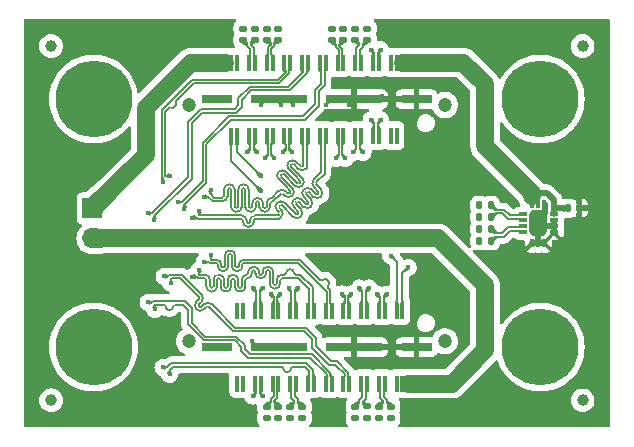
<source format=gbr>
%TF.GenerationSoftware,KiCad,Pcbnew,7.0.2-0*%
%TF.CreationDate,2023-05-03T13:11:08-04:00*%
%TF.ProjectId,szg-c2c-txr4,737a672d-6332-4632-9d74-7872342e6b69,A*%
%TF.SameCoordinates,Original*%
%TF.FileFunction,Copper,L6,Bot*%
%TF.FilePolarity,Positive*%
%FSLAX46Y46*%
G04 Gerber Fmt 4.6, Leading zero omitted, Abs format (unit mm)*
G04 Created by KiCad (PCBNEW 7.0.2-0) date 2023-05-03 13:11:08*
%MOMM*%
%LPD*%
G01*
G04 APERTURE LIST*
G04 Aperture macros list*
%AMRoundRect*
0 Rectangle with rounded corners*
0 $1 Rounding radius*
0 $2 $3 $4 $5 $6 $7 $8 $9 X,Y pos of 4 corners*
0 Add a 4 corners polygon primitive as box body*
4,1,4,$2,$3,$4,$5,$6,$7,$8,$9,$2,$3,0*
0 Add four circle primitives for the rounded corners*
1,1,$1+$1,$2,$3*
1,1,$1+$1,$4,$5*
1,1,$1+$1,$6,$7*
1,1,$1+$1,$8,$9*
0 Add four rect primitives between the rounded corners*
20,1,$1+$1,$2,$3,$4,$5,0*
20,1,$1+$1,$4,$5,$6,$7,0*
20,1,$1+$1,$6,$7,$8,$9,0*
20,1,$1+$1,$8,$9,$2,$3,0*%
%AMFreePoly0*
4,1,21,-0.725000,0.712500,-0.709930,0.815934,-0.657520,0.923140,-0.573140,1.007520,-0.465934,1.059930,-0.362500,1.075000,0.362500,1.075000,0.465934,1.059930,0.573140,1.007520,0.657520,0.923140,0.709930,0.815934,0.725000,0.712500,0.725000,-0.712500,0.709930,-0.815934,0.657520,-0.923140,0.573140,-1.007520,0.465934,-1.059930,0.362500,-1.075000,-0.362500,-1.075000,-0.725000,-0.712500,
-0.725000,0.712500,-0.725000,0.712500,$1*%
G04 Aperture macros list end*
%TA.AperFunction,ComponentPad*%
%ADD10C,3.600000*%
%TD*%
%TA.AperFunction,ConnectorPad*%
%ADD11C,6.500000*%
%TD*%
%TA.AperFunction,SMDPad,CuDef*%
%ADD12C,1.000000*%
%TD*%
%TA.AperFunction,SMDPad,CuDef*%
%ADD13RoundRect,0.140000X0.170000X-0.140000X0.170000X0.140000X-0.170000X0.140000X-0.170000X-0.140000X0*%
%TD*%
%TA.AperFunction,SMDPad,CuDef*%
%ADD14RoundRect,0.140000X0.140000X0.170000X-0.140000X0.170000X-0.140000X-0.170000X0.140000X-0.170000X0*%
%TD*%
%TA.AperFunction,SMDPad,CuDef*%
%ADD15RoundRect,0.140000X-0.170000X0.140000X-0.170000X-0.140000X0.170000X-0.140000X0.170000X0.140000X0*%
%TD*%
%TA.AperFunction,SMDPad,CuDef*%
%ADD16FreePoly0,180.000000*%
%TD*%
%TA.AperFunction,SMDPad,CuDef*%
%ADD17RoundRect,0.075000X0.275000X0.075000X-0.275000X0.075000X-0.275000X-0.075000X0.275000X-0.075000X0*%
%TD*%
%TA.AperFunction,SMDPad,CuDef*%
%ADD18RoundRect,0.075000X0.075000X-0.275000X0.075000X0.275000X-0.075000X0.275000X-0.075000X-0.275000X0*%
%TD*%
%TA.AperFunction,SMDPad,CuDef*%
%ADD19RoundRect,0.075000X-0.275000X-0.075000X0.275000X-0.075000X0.275000X0.075000X-0.275000X0.075000X0*%
%TD*%
%TA.AperFunction,SMDPad,CuDef*%
%ADD20RoundRect,0.075000X-0.075000X0.275000X-0.075000X-0.275000X0.075000X-0.275000X0.075000X0.275000X0*%
%TD*%
%TA.AperFunction,ComponentPad*%
%ADD21C,1.200000*%
%TD*%
%TA.AperFunction,SMDPad,CuDef*%
%ADD22R,0.300000X1.450000*%
%TD*%
%TA.AperFunction,SMDPad,CuDef*%
%ADD23R,2.540000X0.640000*%
%TD*%
%TA.AperFunction,SMDPad,CuDef*%
%ADD24R,4.700000X0.640000*%
%TD*%
%TA.AperFunction,ComponentPad*%
%ADD25R,1.700000X1.700000*%
%TD*%
%TA.AperFunction,ComponentPad*%
%ADD26O,1.700000X1.700000*%
%TD*%
%TA.AperFunction,ViaPad*%
%ADD27C,0.450000*%
%TD*%
%TA.AperFunction,Conductor*%
%ADD28C,1.500000*%
%TD*%
%TA.AperFunction,Conductor*%
%ADD29C,0.500000*%
%TD*%
%TA.AperFunction,Conductor*%
%ADD30C,0.150000*%
%TD*%
G04 APERTURE END LIST*
D10*
%TO.P,H1,1,1*%
%TO.N,unconnected-(H1-Pad1)*%
X133090000Y-99000000D03*
D11*
X133090000Y-99000000D03*
%TD*%
D10*
%TO.P,H2,1,1*%
%TO.N,unconnected-(H2-Pad1)*%
X170910000Y-99000000D03*
D11*
X170910000Y-99000000D03*
%TD*%
D10*
%TO.P,H4,1,1*%
%TO.N,unconnected-(H4-Pad1)*%
X170910000Y-120000000D03*
D11*
X170910000Y-120000000D03*
%TD*%
D10*
%TO.P,H3,1,1*%
%TO.N,unconnected-(H3-Pad1)*%
X133090000Y-120000000D03*
D11*
X133090000Y-120000000D03*
%TD*%
D12*
%TO.P,FID7,*%
%TO.N,*%
X174500000Y-94500000D03*
%TD*%
%TO.P,FID8,*%
%TO.N,*%
X129500000Y-94500000D03*
%TD*%
D13*
%TO.P,C2,1*%
%TO.N,/J1_TX0-*%
X146750000Y-93980000D03*
%TO.P,C2,2*%
%TO.N,/J2_RX2+*%
X146750000Y-93020000D03*
%TD*%
D14*
%TO.P,C20,1*%
%TO.N,/CLK1-*%
X166730000Y-110000000D03*
%TO.P,C20,2*%
%TO.N,/J2_REFCLK+*%
X165770000Y-110000000D03*
%TD*%
%TO.P,C17,1*%
%TO.N,GND*%
X174210000Y-108250000D03*
%TO.P,C17,2*%
%TO.N,+3V3*%
X173250000Y-108250000D03*
%TD*%
D15*
%TO.P,C9,1*%
%TO.N,/J2_TX0+*%
X158250000Y-125040000D03*
%TO.P,C9,2*%
%TO.N,/J1_RX2-*%
X158250000Y-126000000D03*
%TD*%
D13*
%TO.P,C5,1*%
%TO.N,/J1_TX3+*%
X153250000Y-93980000D03*
%TO.P,C5,2*%
%TO.N,/J2_RX1-*%
X153250000Y-93020000D03*
%TD*%
%TO.P,C1,1*%
%TO.N,/J1_TX0+*%
X145750000Y-93980000D03*
%TO.P,C1,2*%
%TO.N,/J2_RX2-*%
X145750000Y-93020000D03*
%TD*%
%TO.P,C8,1*%
%TO.N,/J1_TX2-*%
X156250000Y-93980000D03*
%TO.P,C8,2*%
%TO.N,/J2_RX0+*%
X156250000Y-93020000D03*
%TD*%
D16*
%TO.P,U1,0,EPAD*%
%TO.N,GND*%
X170750000Y-109500000D03*
D17*
%TO.P,U1,1,OE*%
%TO.N,+3V3*%
X172050000Y-108750000D03*
%TO.P,U1,2,NC*%
%TO.N,GND*%
X172050000Y-109250000D03*
%TO.P,U1,3,NC*%
X172050000Y-109750000D03*
%TO.P,U1,4,VSS*%
X172050000Y-110250000D03*
D18*
%TO.P,U1,5,NC*%
X171250000Y-111150000D03*
%TO.P,U1,6,NC*%
X170750000Y-111150000D03*
%TO.P,U1,7,NC*%
X170250000Y-111150000D03*
D19*
%TO.P,U1,8,CLK1+*%
%TO.N,/CLK1+*%
X169450000Y-110250000D03*
%TO.P,U1,9,CLK1-*%
%TO.N,/CLK1-*%
X169450000Y-109750000D03*
%TO.P,U1,10,CLK0-*%
%TO.N,/CLK0-*%
X169450000Y-109250000D03*
%TO.P,U1,11,CLK0+*%
%TO.N,/CLK0+*%
X169450000Y-108750000D03*
D20*
%TO.P,U1,12,VDD1*%
%TO.N,+3V3*%
X170250000Y-107850000D03*
%TO.P,U1,13,VDD0*%
X170750000Y-107850000D03*
%TO.P,U1,14,NC*%
%TO.N,GND*%
X171250000Y-107850000D03*
%TD*%
D12*
%TO.P,FID1,*%
%TO.N,*%
X174500000Y-124500000D03*
%TD*%
D15*
%TO.P,C10,1*%
%TO.N,/J2_TX0-*%
X157250000Y-125040000D03*
%TO.P,C10,2*%
%TO.N,/J1_RX2+*%
X157250000Y-126000000D03*
%TD*%
D14*
%TO.P,C19,1*%
%TO.N,/CLK0-*%
X166730000Y-109000000D03*
%TO.P,C19,2*%
%TO.N,/J1_REFCLK+*%
X165770000Y-109000000D03*
%TD*%
D15*
%TO.P,C12,1*%
%TO.N,/J2_TX1-*%
X155250000Y-125040000D03*
%TO.P,C12,2*%
%TO.N,/J1_RX3+*%
X155250000Y-126000000D03*
%TD*%
%TO.P,C14,1*%
%TO.N,/J2_TX3-*%
X149750000Y-125040000D03*
%TO.P,C14,2*%
%TO.N,/J1_RX1+*%
X149750000Y-126000000D03*
%TD*%
D21*
%TO.P,J1,MH*%
%TO.N,N/C*%
X162845000Y-99500000D03*
X141155000Y-99500000D03*
D22*
%TO.P,J1,40,+3.3V*%
%TO.N,+3V3*%
X158750000Y-95910000D03*
%TO.P,J1,39,VIO*%
%TO.N,/J1_VIO*%
X158750000Y-102090000D03*
%TO.P,J1,38,RSVD*%
%TO.N,/J1_RSVD38*%
X158250000Y-95910000D03*
%TO.P,J1,37,RSVD*%
%TO.N,/J1_RSVD37*%
X158250000Y-102090000D03*
%TO.P,J1,36,C2P_CLKn*%
%TO.N,/J1_C2P_CLK-*%
X157250000Y-95910000D03*
%TO.P,J1,35,P2C_CLKn*%
%TO.N,/J2_C2P_CLK-*%
X157250000Y-102090000D03*
%TO.P,J1,34,C2P_CLKp*%
%TO.N,/J1_C2P_CLK+*%
X156750000Y-95910000D03*
%TO.P,J1,33,P2C_CLKp*%
%TO.N,/J2_C2P_CLK+*%
X156750000Y-102090000D03*
%TO.P,J1,32,TX2n*%
%TO.N,/J1_TX2-*%
X155750000Y-95910000D03*
%TO.P,J1,31,RX2n*%
%TO.N,/J1_RX2-*%
X155750000Y-102090000D03*
%TO.P,J1,30,TX2p*%
%TO.N,/J1_TX2+*%
X155250010Y-95910000D03*
%TO.P,J1,29,RX2p*%
%TO.N,/J1_RX2+*%
X155250010Y-102090000D03*
%TO.P,J1,28,TX3n*%
%TO.N,/J1_TX3-*%
X154250000Y-95910000D03*
%TO.P,J1,27,RX3n*%
%TO.N,/J1_RX3-*%
X154250000Y-102090000D03*
%TO.P,J1,26,TX3p*%
%TO.N,/J1_TX3+*%
X153750000Y-95910000D03*
%TO.P,J1,25,RX3p*%
%TO.N,/J1_RX3+*%
X153750000Y-102090000D03*
%TO.P,J1,24,S9*%
%TO.N,/S7S9-*%
X152750000Y-95910000D03*
%TO.P,J1,23,S8*%
%TO.N,/S6S8-*%
X152750000Y-102090000D03*
%TO.P,J1,22,S7*%
%TO.N,/S7S9+*%
X152250000Y-95910000D03*
%TO.P,J1,21,S6*%
%TO.N,/S6S8+*%
X152250000Y-102090000D03*
%TO.P,J1,20,S5*%
%TO.N,/S3S5-*%
X151250000Y-95910000D03*
%TO.P,J1,19,S4*%
%TO.N,/S2S4-*%
X151250000Y-102090000D03*
%TO.P,J1,18,S3*%
%TO.N,/S3S5+*%
X150750000Y-95910000D03*
%TO.P,J1,17,S2*%
%TO.N,/S2S4+*%
X150750000Y-102090000D03*
%TO.P,J1,16,S1*%
%TO.N,/S0S1-*%
X149750000Y-95910000D03*
%TO.P,J1,15,REFCLKn*%
%TO.N,/J1_REFCLK-*%
X149750000Y-102090000D03*
%TO.P,J1,14,S0*%
%TO.N,/S0S1+*%
X149250000Y-95910000D03*
%TO.P,J1,13,REFCLKp*%
%TO.N,/J1_REFCLK+*%
X149250000Y-102090000D03*
%TO.P,J1,12,TX1n*%
%TO.N,/J1_TX1-*%
X148250000Y-95910000D03*
%TO.P,J1,11,RX1n*%
%TO.N,/J1_RX1-*%
X148250000Y-102090000D03*
%TO.P,J1,10,TX1p*%
%TO.N,/J1_TX1+*%
X147750000Y-95910000D03*
%TO.P,J1,9,RX1p*%
%TO.N,/J1_RX1+*%
X147750000Y-102090000D03*
%TO.P,J1,8,TX0n*%
%TO.N,/J1_TX0-*%
X146750000Y-95910000D03*
%TO.P,J1,7,RX0n*%
%TO.N,/J1_RX0-*%
X146750000Y-102090000D03*
%TO.P,J1,6,TX0p*%
%TO.N,/J1_TX0+*%
X146250010Y-95910000D03*
%TO.P,J1,5,RX0p*%
%TO.N,/J1_RX0+*%
X146250010Y-102090000D03*
%TO.P,J1,4,R_GA*%
%TO.N,/J1_RGA*%
X145250000Y-95910000D03*
%TO.P,J1,3,SDA*%
%TO.N,/SDA*%
X145250000Y-102090000D03*
%TO.P,J1,2,5V*%
%TO.N,+5V*%
X144750000Y-95910000D03*
%TO.P,J1,1,SCL*%
%TO.N,/SCL*%
X144750000Y-102090000D03*
D23*
%TO.P,J1,0,GND*%
%TO.N,GND*%
X160440000Y-99000000D03*
D24*
X155180000Y-99000000D03*
X148830000Y-99000000D03*
D23*
X143560000Y-99000000D03*
%TD*%
D13*
%TO.P,C7,1*%
%TO.N,/J1_TX2+*%
X155250000Y-93980000D03*
%TO.P,C7,2*%
%TO.N,/J2_RX0-*%
X155250000Y-93020000D03*
%TD*%
D23*
%TO.P,J2,0,GND*%
%TO.N,GND*%
X160440000Y-120000000D03*
D24*
X155170000Y-120000000D03*
X148820000Y-120000000D03*
D23*
X143560000Y-120000000D03*
D22*
%TO.P,J2,1,SCL*%
%TO.N,/SCL*%
X159250000Y-116910000D03*
%TO.P,J2,2,5V*%
%TO.N,/J2_5V*%
X159250000Y-123090000D03*
%TO.P,J2,3,SDA*%
%TO.N,/SDA*%
X158750000Y-116910000D03*
%TO.P,J2,4,R_GA*%
%TO.N,/J2_RGA*%
X158750000Y-123090000D03*
%TO.P,J2,5,RX0p*%
%TO.N,/J2_RX0+*%
X157749990Y-116910000D03*
%TO.P,J2,6,TX0p*%
%TO.N,/J2_TX0+*%
X157749990Y-123090000D03*
%TO.P,J2,7,RX0n*%
%TO.N,/J2_RX0-*%
X157250000Y-116910000D03*
%TO.P,J2,8,TX0n*%
%TO.N,/J2_TX0-*%
X157250000Y-123090000D03*
%TO.P,J2,9,RX1p*%
%TO.N,/J2_RX1+*%
X156250000Y-116910000D03*
%TO.P,J2,10,TX1p*%
%TO.N,/J2_TX1+*%
X156250000Y-123090000D03*
%TO.P,J2,11,RX1n*%
%TO.N,/J2_RX1-*%
X155750000Y-116910000D03*
%TO.P,J2,12,TX1n*%
%TO.N,/J2_TX1-*%
X155750000Y-123090000D03*
%TO.P,J2,13,REFCLKp*%
%TO.N,/J2_REFCLK+*%
X154750000Y-116910000D03*
%TO.P,J2,14,S0*%
%TO.N,/S0S1+*%
X154750000Y-123090000D03*
%TO.P,J2,15,REFCLKn*%
%TO.N,/J2_REFCLK-*%
X154250000Y-116910000D03*
%TO.P,J2,16,S1*%
%TO.N,/S0S1-*%
X154250000Y-123090000D03*
%TO.P,J2,17,S2*%
%TO.N,/S2S4+*%
X153250000Y-116910000D03*
%TO.P,J2,18,S3*%
%TO.N,/S3S5+*%
X153250000Y-123090000D03*
%TO.P,J2,19,S4*%
%TO.N,/S2S4-*%
X152750000Y-116910000D03*
%TO.P,J2,20,S5*%
%TO.N,/S3S5-*%
X152750000Y-123090000D03*
%TO.P,J2,21,S6*%
%TO.N,/S6S8+*%
X151750000Y-116910000D03*
%TO.P,J2,22,S7*%
%TO.N,/S7S9+*%
X151750000Y-123090000D03*
%TO.P,J2,23,S8*%
%TO.N,/S6S8-*%
X151250000Y-116910000D03*
%TO.P,J2,24,S9*%
%TO.N,/S7S9-*%
X151250000Y-123090000D03*
%TO.P,J2,25,RX3p*%
%TO.N,/J2_RX3+*%
X150250000Y-116910000D03*
%TO.P,J2,26,TX3p*%
%TO.N,/J2_TX3+*%
X150250000Y-123090000D03*
%TO.P,J2,27,RX3n*%
%TO.N,/J2_RX3-*%
X149750000Y-116910000D03*
%TO.P,J2,28,TX3n*%
%TO.N,/J2_TX3-*%
X149750000Y-123090000D03*
%TO.P,J2,29,RX2p*%
%TO.N,/J2_RX2+*%
X148749990Y-116910000D03*
%TO.P,J2,30,TX2p*%
%TO.N,/J2_TX2+*%
X148749990Y-123090000D03*
%TO.P,J2,31,RX2n*%
%TO.N,/J2_RX2-*%
X148250000Y-116910000D03*
%TO.P,J2,32,TX2n*%
%TO.N,/J2_TX2-*%
X148250000Y-123090000D03*
%TO.P,J2,33,P2C_CLKp*%
%TO.N,/J1_C2P_CLK+*%
X147250000Y-116910000D03*
%TO.P,J2,34,C2P_CLKp*%
%TO.N,/J2_C2P_CLK+*%
X147250000Y-123090000D03*
%TO.P,J2,35,P2C_CLKn*%
%TO.N,/J1_C2P_CLK-*%
X146750000Y-116910000D03*
%TO.P,J2,36,C2P_CLKn*%
%TO.N,/J2_C2P_CLK-*%
X146750000Y-123090000D03*
%TO.P,J2,37,RSVD*%
%TO.N,/J2_RSVD37*%
X145750000Y-116910000D03*
%TO.P,J2,38,RSVD*%
%TO.N,/J2_RSVD38*%
X145750000Y-123090000D03*
%TO.P,J2,39,VIO*%
%TO.N,/J2_VIO*%
X145250000Y-116910000D03*
%TO.P,J2,40,+3.3V*%
%TO.N,/J2_3V3*%
X145250000Y-123090000D03*
D21*
%TO.P,J2,MH*%
%TO.N,N/C*%
X162845000Y-119500000D03*
X141155000Y-119500000D03*
%TD*%
D15*
%TO.P,C16,1*%
%TO.N,/J2_TX2-*%
X147750000Y-125040000D03*
%TO.P,C16,2*%
%TO.N,/J1_RX0+*%
X147750000Y-126000000D03*
%TD*%
D13*
%TO.P,C4,1*%
%TO.N,/J1_TX1-*%
X148750000Y-93980000D03*
%TO.P,C4,2*%
%TO.N,/J2_RX3+*%
X148750000Y-93020000D03*
%TD*%
%TO.P,C6,1*%
%TO.N,/J1_TX3-*%
X154250000Y-93980000D03*
%TO.P,C6,2*%
%TO.N,/J2_RX1+*%
X154250000Y-93020000D03*
%TD*%
D25*
%TO.P,J3,1,Pin_1*%
%TO.N,+5V*%
X133000000Y-108250000D03*
D26*
%TO.P,J3,2,Pin_2*%
%TO.N,/J2_5V*%
X133000000Y-110790000D03*
%TD*%
D12*
%TO.P,FID2,*%
%TO.N,*%
X129500000Y-124500000D03*
%TD*%
D13*
%TO.P,C3,1*%
%TO.N,/J1_TX1+*%
X147750000Y-93980000D03*
%TO.P,C3,2*%
%TO.N,/J2_RX3-*%
X147750000Y-93020000D03*
%TD*%
D14*
%TO.P,C21,1*%
%TO.N,/CLK1+*%
X166730000Y-111000000D03*
%TO.P,C21,2*%
%TO.N,/J2_REFCLK-*%
X165770000Y-111000000D03*
%TD*%
D15*
%TO.P,C13,1*%
%TO.N,/J2_TX3+*%
X150750000Y-125040000D03*
%TO.P,C13,2*%
%TO.N,/J1_RX1-*%
X150750000Y-126000000D03*
%TD*%
%TO.P,C15,1*%
%TO.N,/J2_TX2+*%
X148750000Y-125040000D03*
%TO.P,C15,2*%
%TO.N,/J1_RX0-*%
X148750000Y-126000000D03*
%TD*%
%TO.P,C11,1*%
%TO.N,/J2_TX1+*%
X156250000Y-125020000D03*
%TO.P,C11,2*%
%TO.N,/J1_RX3-*%
X156250000Y-125980000D03*
%TD*%
D14*
%TO.P,C18,1*%
%TO.N,/CLK0+*%
X166730000Y-108000000D03*
%TO.P,C18,2*%
%TO.N,/J1_REFCLK-*%
X165770000Y-108000000D03*
%TD*%
D27*
%TO.N,GND*%
X159500000Y-120000000D03*
X153250000Y-120000000D03*
X147250000Y-99500000D03*
X152500000Y-113250000D03*
X146500000Y-119500000D03*
X154250000Y-126000000D03*
X149250000Y-120000000D03*
X161250000Y-120000000D03*
X159750000Y-99000000D03*
X152750000Y-99500000D03*
X154500000Y-114250000D03*
X161250000Y-99000000D03*
X144750000Y-93000000D03*
X144250000Y-120000000D03*
X157250000Y-93000000D03*
X154750000Y-120000000D03*
X154750000Y-99500000D03*
X150000000Y-99500000D03*
X151750000Y-126000000D03*
X159250000Y-126000000D03*
X142750000Y-120000000D03*
X157500000Y-98750000D03*
X146750000Y-126000000D03*
X142750000Y-99000000D03*
X156750000Y-120000000D03*
X149000000Y-99500000D03*
%TO.N,/J2_RX1+*%
X156400000Y-115000000D03*
X154250000Y-93000000D03*
%TO.N,/J2_RX1-*%
X155600000Y-115000000D03*
X153250000Y-93000000D03*
%TO.N,/J2_RX3+*%
X150400000Y-115000000D03*
X148750000Y-93000000D03*
%TO.N,/J2_RX3-*%
X147750000Y-93000000D03*
X149600000Y-115000000D03*
%TO.N,/J2_RX2+*%
X146750000Y-93000000D03*
X148900000Y-115500000D03*
%TO.N,/J2_RX2-*%
X148100000Y-115500000D03*
X145750000Y-93000000D03*
%TO.N,/J1_RX0+*%
X147750000Y-126000000D03*
X146100000Y-103498408D03*
%TO.N,/J1_RX0-*%
X146900000Y-103498408D03*
X148750000Y-126000000D03*
%TO.N,/J1_RX1+*%
X149750000Y-126000000D03*
X147600000Y-103998408D03*
%TO.N,/J1_RX1-*%
X148400000Y-103998408D03*
X150750000Y-126000000D03*
%TO.N,/J1_RX3+*%
X153600000Y-103998408D03*
X155250000Y-126000000D03*
%TO.N,/J1_RX3-*%
X156250000Y-126000000D03*
X154400000Y-103998408D03*
%TO.N,/J1_RX2+*%
X157250000Y-126000000D03*
X155100000Y-103498408D03*
%TO.N,/J1_RX2-*%
X158250000Y-126000000D03*
X155900000Y-103498408D03*
%TO.N,/J2_REFCLK+*%
X154900000Y-115500000D03*
X165750000Y-110000000D03*
%TO.N,/J2_REFCLK-*%
X154100000Y-115500000D03*
X165750000Y-111000000D03*
%TO.N,/J1_REFCLK-*%
X149900000Y-103498408D03*
X165750000Y-108000000D03*
%TO.N,/J1_REFCLK+*%
X165750000Y-109000000D03*
X149100000Y-103498408D03*
%TO.N,/J2_RX0+*%
X156250000Y-93000000D03*
X157900000Y-115500000D03*
%TO.N,/J2_RX0-*%
X157100000Y-115500000D03*
X155250000Y-93000000D03*
%TO.N,/SCL*%
X147250000Y-106750000D03*
X159750000Y-113250000D03*
%TO.N,/SDA*%
X158250000Y-112250000D03*
X147250000Y-105500000D03*
%TO.N,/S0S1+*%
X138967157Y-106032843D03*
X139078135Y-114015502D03*
%TO.N,/S0S1-*%
X139643821Y-114581188D03*
X139532843Y-105467157D03*
%TO.N,/S2S4+*%
X143013040Y-106707916D03*
X143032843Y-112217157D03*
%TO.N,/S3S5+*%
X137678415Y-108682654D03*
X137717157Y-116217157D03*
%TO.N,/S2S4-*%
X142447354Y-107273602D03*
X142467157Y-112782843D03*
%TO.N,/S3S5-*%
X138282843Y-116782843D03*
X138244101Y-109248340D03*
%TO.N,/S6S8+*%
X142032843Y-108467157D03*
X142032843Y-113467157D03*
%TO.N,/S7S9+*%
X138967157Y-121717157D03*
X140217157Y-107717157D03*
%TO.N,/S6S8-*%
X141467157Y-109032843D03*
X141467157Y-114032843D03*
%TO.N,/S7S9-*%
X139532843Y-122282843D03*
X140782843Y-108282843D03*
%TO.N,/J2_C2P_CLK+*%
X147400000Y-124137046D03*
X156600000Y-100743729D03*
%TO.N,/J1_C2P_CLK+*%
X147400000Y-115000000D03*
X156600000Y-94816240D03*
%TO.N,/J2_C2P_CLK-*%
X146600000Y-124137046D03*
X157400000Y-100743729D03*
%TO.N,/J1_C2P_CLK-*%
X157400000Y-94816240D03*
X146600000Y-115000000D03*
%TD*%
D28*
%TO.N,+5V*%
X141340000Y-95910000D02*
X144200000Y-95910000D01*
X133000000Y-108250000D02*
X137500000Y-103750000D01*
X137500000Y-103750000D02*
X137500000Y-99750000D01*
X137500000Y-99750000D02*
X141340000Y-95910000D01*
D29*
%TO.N,GND*%
X172050000Y-109750000D02*
X171000000Y-109750000D01*
X171300000Y-108700000D02*
X171300000Y-107850000D01*
D30*
X148830000Y-99330000D02*
X149000000Y-99500000D01*
X157250000Y-99000000D02*
X157500000Y-98750000D01*
D29*
X172050000Y-109750000D02*
X172050000Y-109350000D01*
D30*
X153250000Y-99000000D02*
X152750000Y-99500000D01*
X149500000Y-99000000D02*
X150000000Y-99500000D01*
D29*
X170750000Y-111150000D02*
X170250000Y-111150000D01*
X170750000Y-109500000D02*
X171250000Y-109000000D01*
X172050000Y-109750000D02*
X172050000Y-110250000D01*
D30*
X147000000Y-120000000D02*
X146500000Y-119500000D01*
X147750000Y-99000000D02*
X147250000Y-99500000D01*
X148830000Y-99000000D02*
X148830000Y-99330000D01*
D29*
X170750000Y-111150000D02*
X171250000Y-111150000D01*
X171250000Y-108750000D02*
X171300000Y-108700000D01*
X170750000Y-111150000D02*
X170750000Y-109500000D01*
D30*
X155180000Y-99070000D02*
X154750000Y-99500000D01*
D28*
%TO.N,+3V3*%
X166250000Y-102975000D02*
X170250000Y-106975000D01*
X159300000Y-95910000D02*
X164410000Y-95910000D01*
X170250000Y-106975000D02*
X170250000Y-107121142D01*
D29*
X172050000Y-108250000D02*
X172050000Y-108700000D01*
D28*
X164410000Y-95910000D02*
X166250000Y-97750000D01*
D29*
X171475000Y-106975000D02*
X172050000Y-107550000D01*
D28*
X166250000Y-97750000D02*
X166250000Y-102975000D01*
D29*
X172050000Y-107550000D02*
X172050000Y-108250000D01*
X170250000Y-106975000D02*
X171475000Y-106975000D01*
D28*
X170250000Y-107121142D02*
X170200000Y-107171142D01*
D29*
X173250000Y-108250000D02*
X172050000Y-108250000D01*
D30*
%TO.N,/J2_RX1+*%
X156150000Y-116235000D02*
X156150001Y-115244190D01*
X156150001Y-115244190D02*
X156400000Y-114994191D01*
X156250000Y-116335000D02*
X156150000Y-116235000D01*
%TO.N,/J2_RX1-*%
X155849999Y-115244190D02*
X155600000Y-114994191D01*
X155750000Y-116335000D02*
X155850000Y-116235000D01*
X155850000Y-116235000D02*
X155849999Y-115244190D01*
%TO.N,/J2_RX3+*%
X150149994Y-116239217D02*
X150149995Y-115248407D01*
X150249994Y-116339217D02*
X150149994Y-116239217D01*
X150149995Y-115248407D02*
X150399994Y-114998408D01*
%TO.N,/J2_RX3-*%
X149849994Y-116239217D02*
X149849993Y-115248407D01*
X149849993Y-115248407D02*
X149599994Y-114998408D01*
X149749994Y-116339217D02*
X149849994Y-116239217D01*
%TO.N,/J2_RX2+*%
X148649995Y-116275005D02*
X148649996Y-115754216D01*
X148749990Y-116375000D02*
X148649995Y-116275005D01*
X148649996Y-115754216D02*
X148899995Y-115504217D01*
%TO.N,/J2_RX2-*%
X148349995Y-116275005D02*
X148349994Y-115754216D01*
X148250000Y-116375000D02*
X148349995Y-116275005D01*
X148349994Y-115754216D02*
X148099995Y-115504217D01*
%TO.N,/J1_RX0+*%
X146250010Y-102663408D02*
X146350005Y-102763403D01*
X146350004Y-103284192D02*
X146100005Y-103534191D01*
X146350005Y-102763403D02*
X146350004Y-103284192D01*
%TO.N,/J2_TX0-*%
X157349995Y-123764995D02*
X157250000Y-123665000D01*
X157349995Y-124340358D02*
X157349995Y-123764995D01*
X157250000Y-125040000D02*
X157600000Y-124690000D01*
X157600000Y-124590363D02*
X157349995Y-124340358D01*
X157600000Y-124690000D02*
X157600000Y-124590363D01*
%TO.N,/J1_RX0-*%
X146750000Y-102663408D02*
X146650005Y-102763403D01*
X146650006Y-103284192D02*
X146900005Y-103534191D01*
X146650005Y-102763403D02*
X146650006Y-103284192D01*
%TO.N,/J2_TX1+*%
X155900000Y-124625002D02*
X156150005Y-124374997D01*
X156250000Y-125074639D02*
X155900000Y-124724639D01*
X156150005Y-123799634D02*
X156250000Y-123699639D01*
X156150005Y-124374997D02*
X156150005Y-123799634D01*
X155900000Y-124724639D02*
X155900000Y-124625002D01*
%TO.N,/J1_RX1+*%
X147850000Y-102763408D02*
X147849999Y-103754218D01*
X147750000Y-102663408D02*
X147850000Y-102763408D01*
X147849999Y-103754218D02*
X147600000Y-104004217D01*
%TO.N,/J2_TX1-*%
X155850005Y-124250729D02*
X155850005Y-123799634D01*
X155250000Y-125074639D02*
X155600000Y-124724639D01*
X155600000Y-124724639D02*
X155600000Y-124500734D01*
X155850005Y-123799634D02*
X155750010Y-123699639D01*
X155600000Y-124500734D02*
X155850005Y-124250729D01*
%TO.N,/J1_RX1-*%
X148150001Y-103754218D02*
X148400000Y-104004217D01*
X148150000Y-102763408D02*
X148150001Y-103754218D01*
X148250000Y-102663408D02*
X148150000Y-102763408D01*
%TO.N,/J2_TX3+*%
X150750000Y-124965361D02*
X150400000Y-124615361D01*
X150400000Y-124391456D02*
X150149995Y-124141451D01*
X150400000Y-124615361D02*
X150400000Y-124391456D01*
X150149995Y-124141451D02*
X150149995Y-123690356D01*
X150149995Y-123690356D02*
X150249990Y-123590361D01*
%TO.N,/J1_RX3+*%
X153850006Y-102759191D02*
X153850005Y-103750001D01*
X153750006Y-102659191D02*
X153850006Y-102759191D01*
X153850005Y-103750001D02*
X153600006Y-104000000D01*
%TO.N,/J2_TX3-*%
X150100000Y-124515724D02*
X149849995Y-124265719D01*
X149750000Y-124965361D02*
X150100000Y-124615361D01*
X150100000Y-124615361D02*
X150100000Y-124515724D01*
X149849995Y-123690356D02*
X149750000Y-123590361D01*
X149849995Y-124265719D02*
X149849995Y-123690356D01*
%TO.N,/J1_RX3-*%
X154150007Y-103750001D02*
X154400006Y-104000000D01*
X154150006Y-102759191D02*
X154150007Y-103750001D01*
X154250006Y-102659191D02*
X154150006Y-102759191D01*
%TO.N,/J2_TX2+*%
X148400000Y-124650000D02*
X148400000Y-124550363D01*
X148650005Y-123724995D02*
X148750000Y-123625000D01*
X148400000Y-124550363D02*
X148650005Y-124300358D01*
X148750000Y-125000000D02*
X148400000Y-124650000D01*
X148650005Y-124300358D02*
X148650005Y-123724995D01*
%TO.N,/J1_RX2+*%
X155350004Y-103244192D02*
X155100005Y-103494191D01*
X155250010Y-102623408D02*
X155350005Y-102723403D01*
X155350005Y-102723403D02*
X155350004Y-103244192D01*
%TO.N,/J2_TX2-*%
X148100000Y-124426095D02*
X148350005Y-124176090D01*
X148350005Y-123724995D02*
X148250010Y-123625000D01*
X148350005Y-124176090D02*
X148350005Y-123724995D01*
X148100000Y-124650000D02*
X148100000Y-124426095D01*
X147750000Y-125000000D02*
X148100000Y-124650000D01*
%TO.N,/J1_RX2-*%
X155650005Y-102723403D02*
X155650006Y-103244192D01*
X155650006Y-103244192D02*
X155900005Y-103494191D01*
X155750000Y-102623408D02*
X155650005Y-102723403D01*
%TO.N,/J2_REFCLK+*%
X154650001Y-116220789D02*
X154650002Y-115700000D01*
X154749996Y-116320784D02*
X154650001Y-116220789D01*
X154650002Y-115700000D02*
X154900001Y-115450001D01*
%TO.N,/J2_REFCLK-*%
X154350001Y-116220789D02*
X154350000Y-115700000D01*
X154250006Y-116320784D02*
X154350001Y-116220789D01*
X154350000Y-115700000D02*
X154100001Y-115450001D01*
%TO.N,/J1_REFCLK-*%
X149649999Y-102777619D02*
X149650000Y-103298408D01*
X149749994Y-102677624D02*
X149649999Y-102777619D01*
X149650000Y-103298408D02*
X149899999Y-103548407D01*
%TO.N,/J1_REFCLK+*%
X149349999Y-102777619D02*
X149349998Y-103298408D01*
X149250004Y-102677624D02*
X149349999Y-102777619D01*
X149349998Y-103298408D02*
X149099999Y-103548407D01*
%TO.N,/J1_TX0+*%
X146350005Y-95235005D02*
X146250010Y-95335000D01*
X146100000Y-94310000D02*
X146100000Y-94533905D01*
X145750000Y-93960000D02*
X146100000Y-94310000D01*
X146100000Y-94533905D02*
X146350005Y-94783910D01*
X146350005Y-94783910D02*
X146350005Y-95235005D01*
%TO.N,/J2_RX0+*%
X157749990Y-116335000D02*
X157649995Y-116235005D01*
X157649995Y-116235005D02*
X157649996Y-115714216D01*
X157649996Y-115714216D02*
X157899995Y-115464217D01*
%TO.N,/J1_TX0-*%
X146400000Y-94310000D02*
X146400000Y-94409637D01*
X146650005Y-94659642D02*
X146650005Y-95235005D01*
X146400000Y-94409637D02*
X146650005Y-94659642D01*
X146750000Y-93960000D02*
X146400000Y-94310000D01*
X146650005Y-95235005D02*
X146750000Y-95335000D01*
%TO.N,/J2_RX0-*%
X157349995Y-116235005D02*
X157349994Y-115714216D01*
X157349994Y-115714216D02*
X157099995Y-115464217D01*
X157250000Y-116335000D02*
X157349995Y-116235005D01*
%TO.N,/SCL*%
X144750000Y-104250000D02*
X147250000Y-106750000D01*
X159750000Y-113250000D02*
X159250000Y-113750000D01*
X159250000Y-113750000D02*
X159250000Y-116910000D01*
X144750000Y-102090000D02*
X144750000Y-104250000D01*
%TO.N,/SDA*%
X145250000Y-102090000D02*
X145250000Y-103500000D01*
X145250000Y-103500000D02*
X147250000Y-105500000D01*
X158750000Y-112750000D02*
X158750000Y-116910000D01*
X158250000Y-112250000D02*
X158750000Y-112750000D01*
%TO.N,/S0S1+*%
X138967157Y-105679290D02*
X138967157Y-106032843D01*
X142231066Y-116579595D02*
X142443197Y-116367463D01*
X151062134Y-118350000D02*
X151900000Y-119187866D01*
X142231066Y-116155332D02*
X142018934Y-116367463D01*
X142231066Y-116155331D02*
X142231066Y-116155332D01*
X153160331Y-121198197D02*
X153669833Y-121198197D01*
X140562134Y-113850000D02*
X142231066Y-115518933D01*
X139431688Y-114015502D02*
X139597190Y-113850000D01*
X151900000Y-119937866D02*
X153160331Y-121198197D01*
X142231067Y-116579594D02*
X142231066Y-116579595D01*
X139597190Y-113850000D02*
X140562134Y-113850000D01*
X154650000Y-122178364D02*
X154650000Y-122415000D01*
X139078135Y-114015502D02*
X139431688Y-114015502D01*
X148697368Y-97350000D02*
X141437866Y-97350000D01*
X149250000Y-96485000D02*
X149350000Y-96585000D01*
X153669833Y-121198197D02*
X154650000Y-122178364D01*
X138850000Y-105562133D02*
X138967157Y-105679290D01*
X143079596Y-116367464D02*
X143079596Y-116367463D01*
X149350000Y-96585000D02*
X149350000Y-96697368D01*
X145062134Y-118350000D02*
X151062134Y-118350000D01*
X141437866Y-97350000D02*
X138850000Y-99937866D01*
X149350000Y-96697368D02*
X148697368Y-97350000D01*
X143079596Y-116367463D02*
X145062134Y-118350000D01*
X154650000Y-122415000D02*
X154750000Y-122515000D01*
X138850000Y-99937866D02*
X138850000Y-105562133D01*
X151900000Y-119187866D02*
X151900000Y-119937866D01*
X142231034Y-116155299D02*
G75*
G03*
X142231066Y-115518933I-318134J318199D01*
G01*
X143079600Y-116367460D02*
G75*
G03*
X142443197Y-116367463I-318200J-318240D01*
G01*
X142018905Y-116367434D02*
G75*
G03*
X142018934Y-116579595I106095J-106066D01*
G01*
X142018934Y-116579595D02*
G75*
G03*
X142231067Y-116579594I106066J106095D01*
G01*
%TO.N,/S0S1-*%
X154350000Y-122415000D02*
X154250000Y-122515000D01*
X141562134Y-97650000D02*
X148821636Y-97650000D01*
X139643821Y-114581188D02*
X139643821Y-114227635D01*
X142443200Y-116791727D02*
X142443199Y-116791728D01*
X151600000Y-119312134D02*
X151600000Y-120062134D01*
X151600000Y-120062134D02*
X153036063Y-121498197D01*
X142443199Y-116791728D02*
X142655330Y-116579596D01*
X139643821Y-114227635D02*
X139721456Y-114150000D01*
X150937866Y-118650000D02*
X151600000Y-119312134D01*
X140437866Y-114150000D02*
X142018933Y-115731066D01*
X139179290Y-105467157D02*
X139150000Y-105437867D01*
X144937866Y-118650000D02*
X150937866Y-118650000D01*
X153545565Y-121498197D02*
X154350000Y-122302632D01*
X153036063Y-121498197D02*
X153545565Y-121498197D01*
X139150000Y-100062134D02*
X139481067Y-99731067D01*
X142018933Y-115943198D02*
X141806801Y-116155329D01*
X140084928Y-99127203D02*
X141562134Y-97650000D01*
X139840263Y-99731067D02*
X140084929Y-99486400D01*
X149650000Y-96821636D02*
X149650000Y-96585000D01*
X142867462Y-116579596D02*
X142867464Y-116579597D01*
X149650000Y-96585000D02*
X149750000Y-96485000D01*
X148821636Y-97650000D02*
X149650000Y-96821636D01*
X139150000Y-105437867D02*
X139150000Y-100062134D01*
X139532843Y-105467157D02*
X139179290Y-105467157D01*
X139721456Y-114150000D02*
X140437866Y-114150000D01*
X142867464Y-116579597D02*
X144937866Y-118650000D01*
X154350000Y-122302632D02*
X154350000Y-122415000D01*
X141806802Y-116791728D02*
X141806801Y-116791728D01*
X142867461Y-116579597D02*
G75*
G03*
X142655331Y-116579597I-106065J-106065D01*
G01*
X142018901Y-115943166D02*
G75*
G03*
X142018933Y-115731066I-106001J106066D01*
G01*
X141806802Y-116791727D02*
G75*
G03*
X142443199Y-116791726I318198J318227D01*
G01*
X139660664Y-99731068D02*
G75*
G03*
X139481068Y-99731068I-89798J-89798D01*
G01*
X141806773Y-116155301D02*
G75*
G03*
X141806802Y-116791728I318227J-318199D01*
G01*
X139660666Y-99731066D02*
G75*
G03*
X139840262Y-99731066I89798J89798D01*
G01*
X140084926Y-99127201D02*
G75*
G03*
X140084928Y-99306801I89774J-89799D01*
G01*
X140084928Y-99486399D02*
G75*
G03*
X140084928Y-99306801I-89828J89799D01*
G01*
%TO.N,/S2S4+*%
X152981067Y-115018933D02*
X153150000Y-115187866D01*
X145337866Y-106650000D02*
X145337866Y-108100000D01*
X145400000Y-113150000D02*
X145400000Y-113000000D01*
X144137866Y-106650000D02*
X144137866Y-107200000D01*
X150750000Y-102665000D02*
X150850000Y-102765000D01*
X143032843Y-112570710D02*
X143062133Y-112600000D01*
X150213603Y-105536398D02*
X150567158Y-105889950D01*
X148728679Y-106809190D02*
X148187866Y-107350000D01*
X145037866Y-108100000D02*
X145037866Y-106650000D01*
X150213603Y-105536393D02*
X150213603Y-105536398D01*
X148728681Y-106809189D02*
X148728679Y-106809190D01*
X145800000Y-112600000D02*
X150562134Y-112600000D01*
X150637868Y-104687866D02*
X150248959Y-104298957D01*
X143900000Y-113000000D02*
X143900000Y-113150000D01*
X143987866Y-107350000D02*
X143301571Y-107350000D01*
X149400431Y-105147487D02*
X150355026Y-106102082D01*
X152981067Y-114711029D02*
X152981066Y-114711030D01*
X143032843Y-112217157D02*
X143032843Y-112570710D01*
X143013040Y-107061469D02*
X143013040Y-106707916D01*
X146237866Y-108100000D02*
X146237866Y-106650000D01*
X153150000Y-116235000D02*
X153250000Y-116335000D01*
X149365075Y-106384926D02*
X149718630Y-106738478D01*
X145100000Y-112250000D02*
X145100000Y-113150000D01*
X147437866Y-108100000D02*
X147437866Y-107800000D01*
X150562134Y-112600000D02*
X152248898Y-114286764D01*
X152864706Y-114286764D02*
X152981067Y-114403125D01*
X145200000Y-113250000D02*
X145300000Y-113250000D01*
X143301571Y-107350000D02*
X143013040Y-107061469D01*
X143062133Y-112600000D02*
X143500000Y-112600000D01*
X148764035Y-105783883D02*
X149365075Y-106384923D01*
X144000000Y-113250000D02*
X144100000Y-113250000D01*
X149612563Y-104935353D02*
X150213603Y-105536393D01*
X149365075Y-106384923D02*
X149365075Y-106384926D01*
X147737866Y-107800000D02*
X147737866Y-108100000D01*
X150850000Y-102765000D02*
X150850000Y-104687866D01*
X146537866Y-107800000D02*
X146537866Y-108100000D01*
X144200000Y-113150000D02*
X144200000Y-112250000D01*
X149506498Y-106950610D02*
X149365077Y-106809189D01*
X153150000Y-115187866D02*
X153150000Y-116235000D01*
X152248898Y-114286764D02*
G75*
G03*
X152556802Y-114286764I153952J153952D01*
G01*
X145800000Y-112600000D02*
G75*
G03*
X145400000Y-113000000I0J-400000D01*
G01*
X150567142Y-106102066D02*
G75*
G03*
X150567158Y-105889950I-106042J106066D01*
G01*
X145187866Y-108249966D02*
G75*
G03*
X145337866Y-108100000I34J149966D01*
G01*
X148764051Y-105147503D02*
G75*
G03*
X148764036Y-105783882I318149J-318197D01*
G01*
X145100000Y-112250000D02*
G75*
G03*
X144650000Y-111800000I-450000J0D01*
G01*
X146237900Y-106650000D02*
G75*
G03*
X145787866Y-106200000I-450000J0D01*
G01*
X146237900Y-108100000D02*
G75*
G03*
X146387866Y-108250000I150000J0D01*
G01*
X152981085Y-114711049D02*
G75*
G03*
X152981067Y-115018933I153915J-153951D01*
G01*
X149506499Y-106950609D02*
G75*
G03*
X149718629Y-106950609I106065J106065D01*
G01*
X150637869Y-104687865D02*
G75*
G03*
X150849999Y-104687865I106065J106065D01*
G01*
X144100000Y-113250000D02*
G75*
G03*
X144200000Y-113150000I0J100000D01*
G01*
X152864706Y-114286764D02*
G75*
G03*
X152556802Y-114286764I-153952J-153952D01*
G01*
X143900000Y-113150000D02*
G75*
G03*
X144000000Y-113250000I100000J0D01*
G01*
X145037900Y-108100000D02*
G75*
G03*
X145187866Y-108250000I150000J0D01*
G01*
X145100000Y-113150000D02*
G75*
G03*
X145200000Y-113250000I100000J0D01*
G01*
X149718586Y-106950566D02*
G75*
G03*
X149718630Y-106738478I-105986J106066D01*
G01*
X152981089Y-114711051D02*
G75*
G03*
X152981066Y-114403126I-153989J153951D01*
G01*
X143987866Y-107349966D02*
G75*
G03*
X144137866Y-107200000I34J149966D01*
G01*
X150355027Y-106102081D02*
G75*
G03*
X150567157Y-106102081I106065J106065D01*
G01*
X144650000Y-111800000D02*
G75*
G03*
X144200000Y-112250000I0J-450000D01*
G01*
X144587866Y-106199966D02*
G75*
G03*
X144137866Y-106650000I34J-450034D01*
G01*
X145300000Y-113250000D02*
G75*
G03*
X145400000Y-113150000I0J100000D01*
G01*
X146987866Y-107349966D02*
G75*
G03*
X146537866Y-107800000I34J-450034D01*
G01*
X149612608Y-104299002D02*
G75*
G03*
X149612563Y-104935353I318192J-318198D01*
G01*
X149365076Y-106809190D02*
G75*
G03*
X148728682Y-106809190I-318197J-318197D01*
G01*
X145037900Y-106650000D02*
G75*
G03*
X144587866Y-106200000I-450000J0D01*
G01*
X147437900Y-107800000D02*
G75*
G03*
X146987866Y-107350000I-450000J0D01*
G01*
X149400430Y-105147488D02*
G75*
G03*
X148764036Y-105147488I-318197J-318197D01*
G01*
X143900000Y-113000000D02*
G75*
G03*
X143500000Y-112600000I-400000J0D01*
G01*
X150248958Y-104298958D02*
G75*
G03*
X149612564Y-104298958I-318197J-318197D01*
G01*
X147437900Y-108100000D02*
G75*
G03*
X147587866Y-108250000I150000J0D01*
G01*
X146387866Y-108249966D02*
G75*
G03*
X146537866Y-108100000I34J149966D01*
G01*
X148187866Y-107349966D02*
G75*
G03*
X147737866Y-107800000I34J-450034D01*
G01*
X147587866Y-108249966D02*
G75*
G03*
X147737866Y-108100000I34J149966D01*
G01*
X145787866Y-106199966D02*
G75*
G03*
X145337866Y-106650000I34J-450034D01*
G01*
%TO.N,/S3S5+*%
X146338366Y-97949500D02*
X145350000Y-98937866D01*
X153250000Y-122515000D02*
X153150000Y-122415000D01*
X153150000Y-122415000D02*
X153150000Y-122180266D01*
X145350000Y-99538276D02*
X145038276Y-99850000D01*
X145162544Y-119100000D02*
X142562134Y-119100000D01*
X141400000Y-116687866D02*
X140812134Y-116100000D01*
X145350000Y-98937866D02*
X145350000Y-99538276D01*
X150750000Y-96485000D02*
X150850000Y-96585000D01*
X145900000Y-120187866D02*
X145900000Y-119837456D01*
X142187866Y-99850000D02*
X141100000Y-100937866D01*
X145900000Y-119837456D02*
X145162544Y-119100000D01*
X141400000Y-117937866D02*
X141400000Y-116687866D01*
X138070710Y-116217157D02*
X137717157Y-116217157D01*
X146312134Y-120600000D02*
X145900000Y-120187866D01*
X149588366Y-97949500D02*
X146338366Y-97949500D01*
X138187867Y-116100000D02*
X138070710Y-116217157D01*
X138031968Y-108682654D02*
X137678415Y-108682654D01*
X145038276Y-99850000D02*
X142187866Y-99850000D01*
X140812134Y-116100000D02*
X138187867Y-116100000D01*
X153150000Y-122180266D02*
X151569734Y-120600000D01*
X141100000Y-105614622D02*
X138031968Y-108682654D01*
X150850000Y-96687866D02*
X149588366Y-97949500D01*
X141100000Y-100937866D02*
X141100000Y-105614622D01*
X142562134Y-119100000D02*
X141400000Y-117937866D01*
X151569734Y-120600000D02*
X146312134Y-120600000D01*
X150850000Y-96585000D02*
X150850000Y-96687866D01*
%TO.N,/S2S4-*%
X148037866Y-107800000D02*
X148037866Y-108100000D01*
X144437866Y-106650000D02*
X144437866Y-107200000D01*
X142800907Y-107273602D02*
X142447354Y-107273602D01*
X151250000Y-102665000D02*
X151150000Y-102765000D01*
X145637866Y-106650000D02*
X145637866Y-108100000D01*
X144737866Y-108100000D02*
X144737866Y-106650000D01*
X144800000Y-112250000D02*
X144800000Y-113150000D01*
X144000000Y-113550000D02*
X144100000Y-113550000D01*
X147137866Y-108100000D02*
X147137866Y-107800000D01*
X151150000Y-104812134D02*
X151062133Y-104899999D01*
X150425736Y-104899999D02*
X150036827Y-104511090D01*
X142937867Y-112900000D02*
X143500000Y-112900000D01*
X150437866Y-112900000D02*
X152850000Y-115312134D01*
X146837866Y-107800000D02*
X146837866Y-108100000D01*
X152850000Y-115312134D02*
X152850000Y-116235000D01*
X142820710Y-112782843D02*
X142937867Y-112900000D01*
X148976167Y-105571751D02*
X149577207Y-106172791D01*
X145700000Y-113150000D02*
X145700000Y-113000000D01*
X149824695Y-104723222D02*
X150779290Y-105677818D01*
X149188299Y-105359619D02*
X150142894Y-106314214D01*
X149577210Y-106172791D02*
X149930762Y-106526346D01*
X149577207Y-106172791D02*
X149577210Y-106172791D01*
X150425735Y-104899999D02*
X150425736Y-104899999D01*
X145200000Y-113550000D02*
X145300000Y-113550000D01*
X142467157Y-112782843D02*
X142820710Y-112782843D01*
X148312134Y-107650000D02*
X148187866Y-107650000D01*
X144500000Y-113150000D02*
X144500000Y-112250000D01*
X145937866Y-108100000D02*
X145937866Y-106650000D01*
X148940813Y-107021321D02*
X148940811Y-107021322D01*
X143987866Y-107650000D02*
X143177305Y-107650000D01*
X143600000Y-113000000D02*
X143600000Y-113150000D01*
X151150000Y-102765000D02*
X151150000Y-104812134D01*
X143177305Y-107650000D02*
X142800907Y-107273602D01*
X152850000Y-116235000D02*
X152750000Y-116335000D01*
X145800000Y-112900000D02*
X150437866Y-112900000D01*
X148940811Y-107021322D02*
X148312134Y-107650000D01*
X149294366Y-107162742D02*
X149152945Y-107021321D01*
X143600000Y-113000000D02*
G75*
G03*
X143500000Y-112900000I-100000J0D01*
G01*
X143600000Y-113150000D02*
G75*
G03*
X144000000Y-113550000I400000J0D01*
G01*
X149294367Y-107162741D02*
G75*
G03*
X149930761Y-107162741I318197J318197D01*
G01*
X148187866Y-107649966D02*
G75*
G03*
X148037866Y-107800000I34J-150034D01*
G01*
X145300000Y-113550000D02*
G75*
G03*
X145700000Y-113150000I0J400000D01*
G01*
X144650000Y-112100000D02*
G75*
G03*
X144500000Y-112250000I0J-150000D01*
G01*
X147587866Y-108549966D02*
G75*
G03*
X148037866Y-108100000I34J449966D01*
G01*
X145187866Y-108549966D02*
G75*
G03*
X145637866Y-108100000I34J449966D01*
G01*
X150779273Y-106314197D02*
G75*
G03*
X150779289Y-105677819I-318173J318197D01*
G01*
X145937900Y-106650000D02*
G75*
G03*
X145787866Y-106500000I-150000J0D01*
G01*
X149824739Y-104511134D02*
G75*
G03*
X149824695Y-104723222I106061J-106066D01*
G01*
X150142895Y-106314213D02*
G75*
G03*
X150779289Y-106314213I318197J318197D01*
G01*
X145787866Y-106499966D02*
G75*
G03*
X145637866Y-106650000I34J-150034D01*
G01*
X145937900Y-108100000D02*
G75*
G03*
X146387866Y-108550000I450000J0D01*
G01*
X144100000Y-113550000D02*
G75*
G03*
X144500000Y-113150000I0J400000D01*
G01*
X143987866Y-107649966D02*
G75*
G03*
X144437866Y-107200000I34J449966D01*
G01*
X150425735Y-104899999D02*
G75*
G03*
X151062133Y-104899999I318199J318200D01*
G01*
X144737900Y-108100000D02*
G75*
G03*
X145187866Y-108550000I450000J0D01*
G01*
X145800000Y-112900000D02*
G75*
G03*
X145700000Y-113000000I0J-100000D01*
G01*
X144800000Y-112250000D02*
G75*
G03*
X144650000Y-112100000I-150000J0D01*
G01*
X144800000Y-113150000D02*
G75*
G03*
X145200000Y-113550000I400000J0D01*
G01*
X150036826Y-104511091D02*
G75*
G03*
X149824696Y-104511091I-106065J-106065D01*
G01*
X148976182Y-105359634D02*
G75*
G03*
X148976167Y-105571751I106018J-106066D01*
G01*
X144737900Y-106650000D02*
G75*
G03*
X144587866Y-106500000I-150000J0D01*
G01*
X149188298Y-105359620D02*
G75*
G03*
X148976168Y-105359620I-106065J-106065D01*
G01*
X147137900Y-107800000D02*
G75*
G03*
X146987866Y-107650000I-150000J0D01*
G01*
X147137900Y-108100000D02*
G75*
G03*
X147587866Y-108550000I450000J0D01*
G01*
X146987866Y-107649966D02*
G75*
G03*
X146837866Y-107800000I34J-150034D01*
G01*
X144587866Y-106499966D02*
G75*
G03*
X144437866Y-106650000I34J-150034D01*
G01*
X149152944Y-107021322D02*
G75*
G03*
X148940814Y-107021322I-106065J-106065D01*
G01*
X146387866Y-108549966D02*
G75*
G03*
X146837866Y-108100000I34J449966D01*
G01*
X149930718Y-107162698D02*
G75*
G03*
X149930762Y-106526346I-318118J318198D01*
G01*
%TO.N,/S3S5-*%
X141400000Y-105738888D02*
X138244101Y-108894787D01*
X146462634Y-98249500D02*
X145650000Y-99062134D01*
X145650000Y-99062134D02*
X145650000Y-99662544D01*
X138282843Y-116429290D02*
X138312133Y-116400000D01*
X139435442Y-116835442D02*
X139600000Y-116835442D01*
X138312133Y-116400000D02*
X139000000Y-116400000D01*
X145600000Y-119961724D02*
X145600000Y-120312134D01*
X149712634Y-98249500D02*
X146462634Y-98249500D01*
X145600000Y-120312134D02*
X146187866Y-120900000D01*
X151150000Y-96585000D02*
X151150000Y-96812134D01*
X138282843Y-116782843D02*
X138282843Y-116429290D01*
X141100000Y-118062134D02*
X142437866Y-119400000D01*
X140035442Y-116400000D02*
X140687866Y-116400000D01*
X140687866Y-116400000D02*
X141100000Y-116812134D01*
X138244101Y-108894787D02*
X138244101Y-109248340D01*
X152850000Y-122415000D02*
X152750000Y-122515000D01*
X146187866Y-120900000D02*
X151445466Y-120900000D01*
X141100000Y-116812134D02*
X141100000Y-118062134D01*
X145162544Y-100150000D02*
X142312134Y-100150000D01*
X142312134Y-100150000D02*
X141400000Y-101062134D01*
X142437866Y-119400000D02*
X145038276Y-119400000D01*
X145650000Y-99662544D02*
X145162544Y-100150000D01*
X141400000Y-101062134D02*
X141400000Y-105738888D01*
X151150000Y-96812134D02*
X149712634Y-98249500D01*
X151445466Y-120900000D02*
X152850000Y-122304534D01*
X145038276Y-119400000D02*
X145600000Y-119961724D01*
X151250000Y-96485000D02*
X151150000Y-96585000D01*
X152850000Y-122304534D02*
X152850000Y-122415000D01*
X139217700Y-116617721D02*
G75*
G03*
X139000000Y-116400000I-217700J21D01*
G01*
X139217658Y-116617721D02*
G75*
G03*
X139435442Y-116835442I217742J21D01*
G01*
X140035442Y-116400021D02*
G75*
G03*
X139817721Y-116617721I-42J-217679D01*
G01*
X139600000Y-116835421D02*
G75*
G03*
X139817721Y-116617721I0J217721D01*
G01*
%TO.N,/S6S8+*%
X152250000Y-102665000D02*
X152350000Y-102765000D01*
X144450000Y-114850000D02*
X144450000Y-114300000D01*
X146350000Y-109250000D02*
X146350000Y-109400000D01*
X151650000Y-116235000D02*
X151750000Y-116335000D01*
X142062133Y-108850000D02*
X142032843Y-108820710D01*
X152350000Y-102765000D02*
X152350000Y-105187866D01*
X142950000Y-114300000D02*
X142950000Y-114850000D01*
X150890260Y-106647604D02*
X150890261Y-106647603D01*
X146250000Y-109500000D02*
X146150000Y-109500000D01*
X145350000Y-114300000D02*
X145350000Y-114850000D01*
X147400000Y-113750000D02*
X147400000Y-113600000D01*
X148627514Y-108415382D02*
X148768934Y-108556802D01*
X152350000Y-105187866D02*
X151738792Y-105799072D01*
X142032843Y-113467157D02*
X142032843Y-113820710D01*
X148627515Y-107778982D02*
X148627513Y-107778983D01*
X150218506Y-108733575D02*
X149263913Y-107778983D01*
X150678129Y-107496136D02*
X150678128Y-107496136D01*
X146200000Y-113750000D02*
X146200000Y-113600000D01*
X145650000Y-114850000D02*
X145650000Y-114300000D01*
X150890260Y-107284002D02*
X151279169Y-107672911D01*
X150250000Y-113850000D02*
X150562134Y-113850000D01*
X148300000Y-113600000D02*
X148300000Y-114600000D01*
X150890261Y-106647605D02*
X150890260Y-106647604D01*
X150041729Y-108132533D02*
X150430638Y-108521442D01*
X148768934Y-108768934D02*
X148687866Y-108850000D01*
X148687866Y-108850000D02*
X146750000Y-108850000D01*
X149650000Y-113414600D02*
X149814600Y-113414600D01*
X146600000Y-113200000D02*
X146700000Y-113200000D01*
X142062133Y-113850000D02*
X142500000Y-113850000D01*
X147200000Y-113850000D02*
X147300000Y-113850000D01*
X151738791Y-106435471D02*
X152127700Y-106824380D01*
X151526660Y-106647605D02*
X151526659Y-106647605D01*
X143250000Y-114850000D02*
X143250000Y-114300000D01*
X149050000Y-113850000D02*
X149214600Y-113850000D01*
X149263913Y-107778983D02*
X149263915Y-107778982D01*
X150430638Y-108521442D02*
X150430638Y-108521441D01*
X148600000Y-114600000D02*
X148600000Y-114300000D01*
X144150000Y-114300000D02*
X144150000Y-114850000D01*
X142032843Y-113820710D02*
X142062133Y-113850000D01*
X151915568Y-107036513D02*
X151526660Y-106647605D01*
X142062133Y-108850000D02*
X145650000Y-108850000D01*
X151067037Y-107885044D02*
X150678129Y-107496136D01*
X152127700Y-106824380D02*
X152127700Y-106824379D01*
X147800000Y-113200000D02*
X147900000Y-113200000D01*
X146050000Y-109400000D02*
X146050000Y-109250000D01*
X150041729Y-107496135D02*
X150041730Y-107496134D01*
X150562134Y-113850000D02*
X151650000Y-114937866D01*
X147100000Y-113600000D02*
X147100000Y-113750000D01*
X142032843Y-108820710D02*
X142032843Y-108467157D01*
X151650000Y-114937866D02*
X151650000Y-116235000D01*
X151279169Y-107672911D02*
X151279169Y-107672910D01*
X150041730Y-107496136D02*
X150041729Y-107496135D01*
X149263914Y-107778983D02*
G75*
G03*
X148627516Y-107778983I-318199J-318202D01*
G01*
X144150000Y-114300000D02*
G75*
G03*
X143700000Y-113850000I-450000J0D01*
G01*
X150218507Y-108733574D02*
G75*
G03*
X150430637Y-108733574I106065J106065D01*
G01*
X149214600Y-113850000D02*
G75*
G03*
X149432300Y-113632300I0J217700D01*
G01*
X146750000Y-108850000D02*
G75*
G03*
X146350000Y-109250000I0J-400000D01*
G01*
X144150000Y-114850000D02*
G75*
G03*
X144300000Y-115000000I150000J0D01*
G01*
X147100000Y-113600000D02*
G75*
G03*
X146700000Y-113200000I-400000J0D01*
G01*
X150890258Y-106647600D02*
G75*
G03*
X150890260Y-107284002I318242J-318200D01*
G01*
X151067038Y-107885043D02*
G75*
G03*
X151279168Y-107885043I106065J106065D01*
G01*
X150678128Y-107496136D02*
G75*
G03*
X150041730Y-107496136I-318199J-318200D01*
G01*
X142950000Y-114300000D02*
G75*
G03*
X142500000Y-113850000I-450000J0D01*
G01*
X143700000Y-113850000D02*
G75*
G03*
X143250000Y-114300000I0J-450000D01*
G01*
X145350000Y-114850000D02*
G75*
G03*
X145500000Y-115000000I150000J0D01*
G01*
X151738820Y-105799100D02*
G75*
G03*
X151738791Y-106435471I318180J-318200D01*
G01*
X148627531Y-107779001D02*
G75*
G03*
X148627514Y-108415382I318169J-318199D01*
G01*
X149650000Y-113414600D02*
G75*
G03*
X149432300Y-113632300I0J-217700D01*
G01*
X145350000Y-114300000D02*
G75*
G03*
X144900000Y-113850000I-450000J0D01*
G01*
X148300000Y-113600000D02*
G75*
G03*
X147900000Y-113200000I-400000J0D01*
G01*
X152127654Y-107036467D02*
G75*
G03*
X152127700Y-106824379I-106054J106067D01*
G01*
X144300000Y-115000000D02*
G75*
G03*
X144450000Y-114850000I0J150000D01*
G01*
X148300000Y-114600000D02*
G75*
G03*
X148450000Y-114750000I150000J0D01*
G01*
X150041696Y-107496100D02*
G75*
G03*
X150041729Y-108132533I318204J-318200D01*
G01*
X146100000Y-113850000D02*
G75*
G03*
X146200000Y-113750000I0J100000D01*
G01*
X150430630Y-108733567D02*
G75*
G03*
X150430638Y-108521441I-106030J106067D01*
G01*
X151526659Y-106647605D02*
G75*
G03*
X150890261Y-106647605I-318199J-318200D01*
G01*
X151915569Y-107036512D02*
G75*
G03*
X152127699Y-107036512I106065J106065D01*
G01*
X148768965Y-108768965D02*
G75*
G03*
X148768933Y-108556803I-106065J106065D01*
G01*
X146600000Y-113200000D02*
G75*
G03*
X146200000Y-113600000I0J-400000D01*
G01*
X150032300Y-113632300D02*
G75*
G03*
X149814600Y-113414600I-217700J0D01*
G01*
X144900000Y-113850000D02*
G75*
G03*
X144450000Y-114300000I0J-450000D01*
G01*
X143100000Y-115000000D02*
G75*
G03*
X143250000Y-114850000I0J150000D01*
G01*
X147100000Y-113750000D02*
G75*
G03*
X147200000Y-113850000I100000J0D01*
G01*
X151279192Y-107885067D02*
G75*
G03*
X151279169Y-107672910I-106092J106067D01*
G01*
X147800000Y-113200000D02*
G75*
G03*
X147400000Y-113600000I0J-400000D01*
G01*
X146050000Y-109400000D02*
G75*
G03*
X146150000Y-109500000I100000J0D01*
G01*
X142950000Y-114850000D02*
G75*
G03*
X143100000Y-115000000I150000J0D01*
G01*
X146250000Y-109500000D02*
G75*
G03*
X146350000Y-109400000I0J100000D01*
G01*
X149050000Y-113850000D02*
G75*
G03*
X148600000Y-114300000I0J-450000D01*
G01*
X148450000Y-114750000D02*
G75*
G03*
X148600000Y-114600000I0J150000D01*
G01*
X147300000Y-113850000D02*
G75*
G03*
X147400000Y-113750000I0J100000D01*
G01*
X150032300Y-113632300D02*
G75*
G03*
X150250000Y-113850000I217700J0D01*
G01*
X146100000Y-113850000D02*
G75*
G03*
X145650000Y-114300000I0J-450000D01*
G01*
X146050000Y-109250000D02*
G75*
G03*
X145650000Y-108850000I-400000J0D01*
G01*
X145500000Y-115000000D02*
G75*
G03*
X145650000Y-114850000I0J150000D01*
G01*
%TO.N,/S7S9+*%
X152350000Y-96585000D02*
X152350000Y-97687866D01*
X139687867Y-121350000D02*
X139320710Y-121717157D01*
X152350000Y-97687866D02*
X151850000Y-98187866D01*
X142350000Y-102687866D02*
X142350000Y-105937867D01*
X139320710Y-121717157D02*
X138967157Y-121717157D01*
X144588366Y-100449500D02*
X142350000Y-102687866D01*
X151083639Y-121350000D02*
X139687867Y-121350000D01*
X142350000Y-105937867D02*
X140570710Y-107717157D01*
X150838366Y-100449500D02*
X144588366Y-100449500D01*
X151650000Y-121916361D02*
X151083639Y-121350000D01*
X151650000Y-122415000D02*
X151650000Y-121916361D01*
X140570710Y-107717157D02*
X140217157Y-107717157D01*
X152250000Y-96485000D02*
X152350000Y-96585000D01*
X151750000Y-122515000D02*
X151650000Y-122415000D01*
X151850000Y-99437866D02*
X150838366Y-100449500D01*
X151850000Y-98187866D02*
X151850000Y-99437866D01*
%TO.N,/S6S8-*%
X148900000Y-114600000D02*
X148900000Y-114300000D01*
X151350000Y-116235000D02*
X151250000Y-116335000D01*
X152339832Y-107248646D02*
X152339833Y-107248645D01*
X141937867Y-114150000D02*
X142500000Y-114150000D01*
X149051780Y-107991116D02*
X149051782Y-107991115D01*
X152750000Y-102665000D02*
X152650000Y-102765000D01*
X151950925Y-106011207D02*
X151950923Y-106011206D01*
X141937867Y-109150000D02*
X141820710Y-109032843D01*
X151703434Y-107248646D02*
X151314526Y-106859738D01*
X148839648Y-108203247D02*
X148981068Y-108344667D01*
X151491301Y-107460778D02*
X151491301Y-107460777D01*
X145750000Y-109400000D02*
X145750000Y-109250000D01*
X146650000Y-109250000D02*
X146650000Y-109400000D01*
X141937867Y-109150000D02*
X145650000Y-109150000D01*
X143550000Y-114850000D02*
X143550000Y-114300000D01*
X147800000Y-113500000D02*
X147900000Y-113500000D01*
X142650000Y-114300000D02*
X142650000Y-114850000D01*
X150854903Y-108097177D02*
X150465995Y-107708269D01*
X146600000Y-113500000D02*
X146700000Y-113500000D01*
X146800000Y-113600000D02*
X146800000Y-113750000D01*
X151950923Y-106223338D02*
X152339832Y-106612247D01*
X149050000Y-114150000D02*
X150437866Y-114150000D01*
X152339832Y-106612247D02*
X152339832Y-106612246D01*
X145950000Y-114850000D02*
X145950000Y-114300000D01*
X151102394Y-106859738D02*
X151102392Y-106859737D01*
X141820710Y-109032843D02*
X141467157Y-109032843D01*
X151491301Y-108097177D02*
X151491302Y-108097176D01*
X150642771Y-108309309D02*
X150642771Y-108309308D01*
X147700000Y-113750000D02*
X147700000Y-113600000D01*
X148981067Y-108981067D02*
X148812134Y-109150000D01*
X151102392Y-107071869D02*
X151491301Y-107460778D01*
X150006373Y-108945708D02*
X149051780Y-107991116D01*
X145050000Y-114300000D02*
X145050000Y-114850000D01*
X150253862Y-107920400D02*
X150642771Y-108309309D01*
X141467157Y-114032843D02*
X141820710Y-114032843D01*
X143850000Y-114300000D02*
X143850000Y-114850000D01*
X148000000Y-113600000D02*
X148000000Y-114600000D01*
X144750000Y-114850000D02*
X144750000Y-114300000D01*
X141820710Y-114032843D02*
X141937867Y-114150000D01*
X146250000Y-109800000D02*
X146150000Y-109800000D01*
X147200000Y-114150000D02*
X147300000Y-114150000D01*
X148981068Y-108344667D02*
X148981067Y-108344669D01*
X150437866Y-114150000D02*
X151350000Y-115062134D01*
X151350000Y-115062134D02*
X151350000Y-116235000D01*
X152650000Y-105312134D02*
X151950925Y-106011207D01*
X148812134Y-109150000D02*
X146750000Y-109150000D01*
X152650000Y-102765000D02*
X152650000Y-105312134D01*
X150253863Y-107708269D02*
X150253862Y-107708268D01*
X146500000Y-113750000D02*
X146500000Y-113600000D01*
X151950952Y-106011235D02*
G75*
G03*
X151950924Y-106223337I106048J-106065D01*
G01*
X143850000Y-114300000D02*
G75*
G03*
X143700000Y-114150000I-150000J0D01*
G01*
X146750000Y-109150000D02*
G75*
G03*
X146650000Y-109250000I0J-100000D01*
G01*
X151102390Y-106859735D02*
G75*
G03*
X151102393Y-107071868I106110J-106065D01*
G01*
X142650000Y-114300000D02*
G75*
G03*
X142500000Y-114150000I-150000J0D01*
G01*
X150253828Y-107708234D02*
G75*
G03*
X150253862Y-107920400I106072J-106066D01*
G01*
X146100000Y-114150000D02*
G75*
G03*
X146500000Y-113750000I0J400000D01*
G01*
X148839667Y-107991134D02*
G75*
G03*
X148839648Y-108203247I106033J-106066D01*
G01*
X145050000Y-114850000D02*
G75*
G03*
X145500000Y-115300000I450000J0D01*
G01*
X148981099Y-108981099D02*
G75*
G03*
X148981067Y-108344669I-318199J318199D01*
G01*
X143850000Y-114850000D02*
G75*
G03*
X144300000Y-115300000I450000J0D01*
G01*
X147800000Y-113500000D02*
G75*
G03*
X147700000Y-113600000I0J-100000D01*
G01*
X149051781Y-107991116D02*
G75*
G03*
X148839649Y-107991116I-106066J-106071D01*
G01*
X143700000Y-114150000D02*
G75*
G03*
X143550000Y-114300000I0J-150000D01*
G01*
X150642763Y-108945700D02*
G75*
G03*
X150642771Y-108309308I-318163J318200D01*
G01*
X143100000Y-115300000D02*
G75*
G03*
X143550000Y-114850000I0J450000D01*
G01*
X148450000Y-115050000D02*
G75*
G03*
X148900000Y-114600000I0J450000D01*
G01*
X142650000Y-114850000D02*
G75*
G03*
X143100000Y-115300000I450000J0D01*
G01*
X151314525Y-106859739D02*
G75*
G03*
X151102395Y-106859739I-106065J-106065D01*
G01*
X147300000Y-114150000D02*
G75*
G03*
X147700000Y-113750000I0J400000D01*
G01*
X150854901Y-108097179D02*
G75*
G03*
X151491302Y-108097176I318199J318179D01*
G01*
X145050000Y-114300000D02*
G75*
G03*
X144900000Y-114150000I-150000J0D01*
G01*
X146100000Y-114150000D02*
G75*
G03*
X145950000Y-114300000I0J-150000D01*
G01*
X148000000Y-114600000D02*
G75*
G03*
X148450000Y-115050000I450000J0D01*
G01*
X146800000Y-113600000D02*
G75*
G03*
X146700000Y-113500000I-100000J0D01*
G01*
X145750000Y-109250000D02*
G75*
G03*
X145650000Y-109150000I-100000J0D01*
G01*
X149050000Y-114150000D02*
G75*
G03*
X148900000Y-114300000I0J-150000D01*
G01*
X144300000Y-115300000D02*
G75*
G03*
X144750000Y-114850000I0J450000D01*
G01*
X150006373Y-108945708D02*
G75*
G03*
X150642771Y-108945708I318199J318200D01*
G01*
X146250000Y-109800000D02*
G75*
G03*
X146650000Y-109400000I0J400000D01*
G01*
X146800000Y-113750000D02*
G75*
G03*
X147200000Y-114150000I400000J0D01*
G01*
X152339785Y-107248599D02*
G75*
G03*
X152339831Y-106612247I-318185J318199D01*
G01*
X145500000Y-115300000D02*
G75*
G03*
X145950000Y-114850000I0J450000D01*
G01*
X151491323Y-108097199D02*
G75*
G03*
X151491300Y-107460778I-318223J318199D01*
G01*
X148000000Y-113600000D02*
G75*
G03*
X147900000Y-113500000I-100000J0D01*
G01*
X146600000Y-113500000D02*
G75*
G03*
X146500000Y-113600000I0J-100000D01*
G01*
X145750000Y-109400000D02*
G75*
G03*
X146150000Y-109800000I400000J0D01*
G01*
X150465994Y-107708270D02*
G75*
G03*
X150253864Y-107708270I-106065J-106065D01*
G01*
X151703402Y-107248678D02*
G75*
G03*
X152339832Y-107248644I318198J318278D01*
G01*
X144900000Y-114150000D02*
G75*
G03*
X144750000Y-114300000I0J-150000D01*
G01*
%TO.N,/S7S9-*%
X152650000Y-96585000D02*
X152650000Y-97812134D01*
X152750000Y-96485000D02*
X152650000Y-96585000D01*
X152150000Y-99562134D02*
X150962634Y-100749500D01*
X142650000Y-102812134D02*
X142650000Y-106062133D01*
X139532843Y-121929290D02*
X139532843Y-122282843D01*
X149182325Y-121867676D02*
X149182325Y-121867675D01*
X142650000Y-106062133D02*
X140782843Y-107929290D01*
X151350000Y-122040629D02*
X150959371Y-121650000D01*
X149564650Y-122085351D02*
X149400000Y-122085351D01*
X144712634Y-100749500D02*
X142650000Y-102812134D01*
X139812133Y-121650000D02*
X148964650Y-121650000D01*
X152150000Y-98312134D02*
X152150000Y-99562134D01*
X149782325Y-121867675D02*
X149782325Y-121867676D01*
X150959371Y-121650000D02*
X150000000Y-121650000D01*
X140782843Y-107929290D02*
X140782843Y-108282843D01*
X151250000Y-122515000D02*
X151350000Y-122415000D01*
X151350000Y-122415000D02*
X151350000Y-122040629D01*
X152650000Y-97812134D02*
X152150000Y-98312134D01*
X139812133Y-121650000D02*
X139532843Y-121929290D01*
X150962634Y-100749500D02*
X144712634Y-100749500D01*
X149564650Y-122085425D02*
G75*
G03*
X149782325Y-121867676I-50J217725D01*
G01*
X149182300Y-121867675D02*
G75*
G03*
X148964650Y-121650000I-217700J-25D01*
G01*
X149182349Y-121867676D02*
G75*
G03*
X149400000Y-122085351I217651J-24D01*
G01*
X150000000Y-121650025D02*
G75*
G03*
X149782325Y-121867675I0J-217675D01*
G01*
%TO.N,/J2_C2P_CLK+*%
X156849999Y-100993728D02*
X156600000Y-100743729D01*
X147150001Y-123887047D02*
X147400000Y-124137046D01*
X147150001Y-123189999D02*
X147150001Y-123887047D01*
X156849999Y-101990001D02*
X156849999Y-100993728D01*
X147250000Y-123090000D02*
X147150001Y-123189999D01*
X156750000Y-102090000D02*
X156849999Y-101990001D01*
%TO.N,/J1_C2P_CLK+*%
X147150001Y-115249999D02*
X147400000Y-115000000D01*
X156750000Y-95910000D02*
X156849999Y-95810001D01*
X156849999Y-95810001D02*
X156849999Y-95066239D01*
X156849999Y-95066239D02*
X156600000Y-94816240D01*
X147150000Y-116235000D02*
X147150001Y-115249999D01*
X147250000Y-116335000D02*
X147150000Y-116235000D01*
%TO.N,/J2_C2P_CLK-*%
X157250000Y-102090000D02*
X157150001Y-101990001D01*
X146849999Y-123887047D02*
X146600000Y-124137046D01*
X157150001Y-101990001D02*
X157150001Y-100993728D01*
X157150001Y-100993728D02*
X157400000Y-100743729D01*
X146750000Y-123090000D02*
X146849999Y-123189999D01*
X146849999Y-123189999D02*
X146849999Y-123887047D01*
%TO.N,/J1_C2P_CLK-*%
X146850000Y-116235000D02*
X146849999Y-115249999D01*
X157150001Y-95066239D02*
X157400000Y-94816240D01*
X157250000Y-95910000D02*
X157150001Y-95810001D01*
X157150001Y-95810001D02*
X157150001Y-95066239D01*
X146750000Y-116335000D02*
X146850000Y-116235000D01*
X146849999Y-115249999D02*
X146600000Y-115000000D01*
%TO.N,/J1_TX1+*%
X147750000Y-93925361D02*
X148100000Y-94275361D01*
X148100000Y-94275361D02*
X148100000Y-94374998D01*
X147849995Y-94625003D02*
X147849995Y-95200366D01*
X147849995Y-95200366D02*
X147750000Y-95300361D01*
X148100000Y-94374998D02*
X147849995Y-94625003D01*
%TO.N,/J1_TX1-*%
X148400000Y-94275361D02*
X148400000Y-94499266D01*
X148400000Y-94499266D02*
X148149995Y-94749271D01*
X148750000Y-93925361D02*
X148400000Y-94275361D01*
X148149995Y-94749271D02*
X148149995Y-95200366D01*
X148149995Y-95200366D02*
X148249990Y-95300361D01*
%TO.N,/J1_TX3+*%
X153850005Y-94858549D02*
X153850005Y-95309644D01*
X153600000Y-94608544D02*
X153850005Y-94858549D01*
X153600000Y-94384639D02*
X153600000Y-94608544D01*
X153850005Y-95309644D02*
X153750010Y-95409639D01*
X153250000Y-94034639D02*
X153600000Y-94384639D01*
%TO.N,/J1_TX3-*%
X154150005Y-95309644D02*
X154250000Y-95409639D01*
X154250000Y-94034639D02*
X153900000Y-94384639D01*
X153900000Y-94384639D02*
X153900000Y-94484276D01*
X153900000Y-94484276D02*
X154150005Y-94734281D01*
X154150005Y-94734281D02*
X154150005Y-95309644D01*
%TO.N,/J1_TX2+*%
X155250000Y-94000000D02*
X155600000Y-94350000D01*
X155600000Y-94449637D02*
X155349995Y-94699642D01*
X155349995Y-95275005D02*
X155250000Y-95375000D01*
X155600000Y-94350000D02*
X155600000Y-94449637D01*
X155349995Y-94699642D02*
X155349995Y-95275005D01*
%TO.N,/J1_TX2-*%
X156250000Y-94000000D02*
X155900000Y-94350000D01*
X155900000Y-94350000D02*
X155900000Y-94573905D01*
X155900000Y-94573905D02*
X155649995Y-94823910D01*
X155649995Y-94823910D02*
X155649995Y-95275005D01*
X155649995Y-95275005D02*
X155749990Y-95375000D01*
%TO.N,/J2_TX0+*%
X157649995Y-123764995D02*
X157749990Y-123665000D01*
X157900000Y-124466095D02*
X157649995Y-124216090D01*
X158250000Y-125040000D02*
X157900000Y-124690000D01*
X157649995Y-124216090D02*
X157649995Y-123764995D01*
X157900000Y-124690000D02*
X157900000Y-124466095D01*
%TO.N,/CLK0+*%
X166760000Y-108000000D02*
X167110000Y-108350000D01*
X169150000Y-108850000D02*
X169250000Y-108750000D01*
X167812134Y-108350000D02*
X168312134Y-108850000D01*
X167110000Y-108350000D02*
X167812134Y-108350000D01*
X168312134Y-108850000D02*
X169150000Y-108850000D01*
%TO.N,/CLK0-*%
X166760000Y-109000000D02*
X167110000Y-108650000D01*
X168187866Y-109150000D02*
X169150000Y-109150000D01*
X167687866Y-108650000D02*
X168187866Y-109150000D01*
X169150000Y-109150000D02*
X169250000Y-109250000D01*
X167110000Y-108650000D02*
X167687866Y-108650000D01*
%TO.N,/CLK1-*%
X167110000Y-110350000D02*
X167687866Y-110350000D01*
X167687866Y-110350000D02*
X168187866Y-109850000D01*
X166760000Y-110000000D02*
X167110000Y-110350000D01*
X168187866Y-109850000D02*
X169150000Y-109850000D01*
X169150000Y-109850000D02*
X169250000Y-109750000D01*
%TO.N,/CLK1+*%
X167812134Y-110650000D02*
X168312134Y-110150000D01*
X169150000Y-110150000D02*
X169250000Y-110250000D01*
X167110000Y-110650000D02*
X167812134Y-110650000D01*
X168312134Y-110150000D02*
X169150000Y-110150000D01*
X166760000Y-111000000D02*
X167110000Y-110650000D01*
D28*
%TO.N,/J2_5V*%
X163410000Y-123090000D02*
X159800000Y-123090000D01*
X166250000Y-120250000D02*
X163410000Y-123090000D01*
X162290000Y-110790000D02*
X166250000Y-114750000D01*
X166250000Y-114750000D02*
X166250000Y-120250000D01*
X133000000Y-110790000D02*
X162290000Y-110790000D01*
%TD*%
%TA.AperFunction,Conductor*%
%TO.N,GND*%
G36*
X145121372Y-92220185D02*
G01*
X145167127Y-92272989D01*
X145177071Y-92342147D01*
X145148046Y-92405703D01*
X145142014Y-92412181D01*
X145069883Y-92484311D01*
X144987505Y-92623605D01*
X144942357Y-92779003D01*
X144939691Y-92812875D01*
X144939690Y-92812890D01*
X144939500Y-92815310D01*
X144939500Y-93224690D01*
X144939690Y-93227110D01*
X144939691Y-93227124D01*
X144942357Y-93260994D01*
X144987505Y-93416393D01*
X144999621Y-93436880D01*
X145016802Y-93504604D01*
X144999621Y-93563118D01*
X144993513Y-93573445D01*
X144987505Y-93583606D01*
X144942357Y-93739005D01*
X144939691Y-93772875D01*
X144939690Y-93772890D01*
X144939500Y-93775310D01*
X144939500Y-94184690D01*
X144939690Y-94187110D01*
X144939691Y-94187124D01*
X144942357Y-94220996D01*
X144987505Y-94376394D01*
X145059200Y-94497625D01*
X145076383Y-94565350D01*
X145054223Y-94631612D01*
X144999756Y-94675375D01*
X144946464Y-94684462D01*
X144947873Y-94684500D01*
X144946243Y-94684500D01*
X144946242Y-94684500D01*
X144944550Y-94684500D01*
X144555439Y-94684500D01*
X144555420Y-94684500D01*
X144552128Y-94684501D01*
X144548851Y-94684853D01*
X144548837Y-94684854D01*
X144505976Y-94689462D01*
X144470582Y-94688179D01*
X144312548Y-94659500D01*
X144312547Y-94659500D01*
X141417185Y-94659500D01*
X141403301Y-94658720D01*
X141368172Y-94654761D01*
X141302067Y-94659219D01*
X141293725Y-94659500D01*
X141283845Y-94659500D01*
X141281100Y-94659746D01*
X141281078Y-94659748D01*
X141243250Y-94663153D01*
X141240478Y-94663371D01*
X141143586Y-94669904D01*
X141139344Y-94670973D01*
X141120181Y-94674229D01*
X141115814Y-94674622D01*
X141022147Y-94700471D01*
X141019461Y-94701180D01*
X140925311Y-94724904D01*
X140921328Y-94726714D01*
X140903050Y-94733341D01*
X140898833Y-94734505D01*
X140811323Y-94776646D01*
X140808806Y-94777823D01*
X140720374Y-94817992D01*
X140716774Y-94820486D01*
X140699972Y-94830270D01*
X140696028Y-94832169D01*
X140617461Y-94889250D01*
X140615195Y-94890858D01*
X140535342Y-94946182D01*
X140532242Y-94949282D01*
X140517462Y-94961906D01*
X140513920Y-94964479D01*
X140446803Y-95034677D01*
X140444859Y-95036665D01*
X137003921Y-98477603D01*
X136942598Y-98511088D01*
X136872906Y-98506104D01*
X136816973Y-98464232D01*
X136793670Y-98408699D01*
X136775942Y-98292977D01*
X136768448Y-98244060D01*
X136673098Y-97875796D01*
X136540981Y-97519068D01*
X136373451Y-97177536D01*
X136362832Y-97160500D01*
X136228726Y-96945346D01*
X136172229Y-96854705D01*
X135939380Y-96553888D01*
X135677291Y-96278171D01*
X135388654Y-96030384D01*
X135076429Y-95813069D01*
X135073680Y-95811543D01*
X134746566Y-95629980D01*
X134746556Y-95629975D01*
X134743821Y-95628457D01*
X134740951Y-95627225D01*
X134740938Y-95627219D01*
X134397133Y-95479681D01*
X134397122Y-95479677D01*
X134394242Y-95478441D01*
X134391244Y-95477500D01*
X134391235Y-95477497D01*
X134034276Y-95365501D01*
X134034275Y-95365500D01*
X134031280Y-95364561D01*
X134028225Y-95363933D01*
X134028209Y-95363929D01*
X133661728Y-95288615D01*
X133661718Y-95288613D01*
X133658660Y-95287985D01*
X133655543Y-95287668D01*
X133283327Y-95249817D01*
X133283315Y-95249816D01*
X133280204Y-95249500D01*
X132899796Y-95249500D01*
X132896685Y-95249816D01*
X132896672Y-95249817D01*
X132524456Y-95287668D01*
X132524453Y-95287668D01*
X132521340Y-95287985D01*
X132518284Y-95288612D01*
X132518271Y-95288615D01*
X132151790Y-95363929D01*
X132151769Y-95363934D01*
X132148720Y-95364561D01*
X132145728Y-95365499D01*
X132145723Y-95365501D01*
X131788764Y-95477497D01*
X131788748Y-95477502D01*
X131785758Y-95478441D01*
X131782883Y-95479674D01*
X131782866Y-95479681D01*
X131439061Y-95627219D01*
X131439040Y-95627228D01*
X131436179Y-95628457D01*
X131433450Y-95629971D01*
X131433433Y-95629980D01*
X131106319Y-95811543D01*
X131106308Y-95811549D01*
X131103571Y-95813069D01*
X131101002Y-95814856D01*
X131100994Y-95814862D01*
X130793927Y-96028587D01*
X130793919Y-96028592D01*
X130791346Y-96030384D01*
X130788967Y-96032425D01*
X130788957Y-96032434D01*
X130505093Y-96276124D01*
X130502709Y-96278171D01*
X130500549Y-96280442D01*
X130500544Y-96280448D01*
X130242785Y-96551609D01*
X130242772Y-96551623D01*
X130240620Y-96553888D01*
X130238702Y-96556365D01*
X130238695Y-96556374D01*
X130009691Y-96852223D01*
X130009680Y-96852238D01*
X130007771Y-96854705D01*
X130006116Y-96857359D01*
X130006114Y-96857363D01*
X129808205Y-97174877D01*
X129808193Y-97174896D01*
X129806549Y-97177536D01*
X129805174Y-97180338D01*
X129805169Y-97180348D01*
X129640405Y-97516242D01*
X129639019Y-97519068D01*
X129637928Y-97522012D01*
X129637924Y-97522023D01*
X129520862Y-97838102D01*
X129506902Y-97875796D01*
X129506121Y-97878811D01*
X129506117Y-97878825D01*
X129414764Y-98231654D01*
X129411552Y-98244060D01*
X129411077Y-98247159D01*
X129411075Y-98247170D01*
X129354424Y-98616966D01*
X129353947Y-98620081D01*
X129353788Y-98623216D01*
X129353787Y-98623226D01*
X129347083Y-98755421D01*
X129334680Y-99000000D01*
X129334839Y-99003135D01*
X129349737Y-99296917D01*
X129353947Y-99379919D01*
X129354423Y-99383031D01*
X129354424Y-99383033D01*
X129403454Y-99703083D01*
X129411552Y-99755940D01*
X129412338Y-99758977D01*
X129412339Y-99758980D01*
X129504720Y-100115780D01*
X129506902Y-100124204D01*
X129537470Y-100206740D01*
X129619028Y-100426956D01*
X129639019Y-100480932D01*
X129720559Y-100647162D01*
X129767927Y-100743729D01*
X129806549Y-100822464D01*
X129808198Y-100825111D01*
X129808205Y-100825122D01*
X129909732Y-100988006D01*
X130007771Y-101145295D01*
X130009687Y-101147770D01*
X130009691Y-101147776D01*
X130152556Y-101332342D01*
X130240620Y-101446112D01*
X130242781Y-101448385D01*
X130242785Y-101448390D01*
X130293018Y-101501235D01*
X130502709Y-101721829D01*
X130791346Y-101969616D01*
X131103571Y-102186931D01*
X131106319Y-102188456D01*
X131414827Y-102359692D01*
X131436179Y-102371543D01*
X131439057Y-102372778D01*
X131439061Y-102372780D01*
X131782866Y-102520318D01*
X131785758Y-102521559D01*
X132148720Y-102635439D01*
X132521340Y-102712015D01*
X132899796Y-102750500D01*
X132902938Y-102750500D01*
X133277062Y-102750500D01*
X133280204Y-102750500D01*
X133658660Y-102712015D01*
X134031280Y-102635439D01*
X134394242Y-102521559D01*
X134743821Y-102371543D01*
X135076429Y-102186931D01*
X135388654Y-101969616D01*
X135677291Y-101721829D01*
X135939380Y-101446112D01*
X136027444Y-101332341D01*
X136084045Y-101291378D01*
X136153808Y-101287517D01*
X136214583Y-101321986D01*
X136247075Y-101383841D01*
X136249500Y-101408243D01*
X136249500Y-103180663D01*
X136229815Y-103247702D01*
X136213181Y-103268344D01*
X133605403Y-105876121D01*
X133586079Y-105891897D01*
X133576631Y-105898139D01*
X132485335Y-106868179D01*
X132422151Y-106898005D01*
X132402954Y-106899500D01*
X132105439Y-106899500D01*
X132105420Y-106899500D01*
X132102128Y-106899501D01*
X132098848Y-106899853D01*
X132098840Y-106899854D01*
X132042515Y-106905909D01*
X131907669Y-106956204D01*
X131792454Y-107042454D01*
X131706204Y-107157668D01*
X131655909Y-107292516D01*
X131654538Y-107305273D01*
X131649500Y-107352127D01*
X131649500Y-107355448D01*
X131649500Y-107355449D01*
X131649500Y-109144560D01*
X131649500Y-109144578D01*
X131649501Y-109147872D01*
X131649853Y-109151152D01*
X131649854Y-109151159D01*
X131655909Y-109207484D01*
X131666340Y-109235451D01*
X131706204Y-109342331D01*
X131792454Y-109457546D01*
X131907669Y-109543796D01*
X132001823Y-109578913D01*
X132039082Y-109592810D01*
X132095016Y-109634681D01*
X132119433Y-109700146D01*
X132104581Y-109768419D01*
X132083431Y-109796673D01*
X131961503Y-109918601D01*
X131825965Y-110112170D01*
X131726097Y-110326336D01*
X131664936Y-110554592D01*
X131644340Y-110789999D01*
X131664936Y-111025407D01*
X131691258Y-111123641D01*
X131726097Y-111253663D01*
X131825965Y-111467830D01*
X131961505Y-111661401D01*
X132128599Y-111828495D01*
X132322170Y-111964035D01*
X132536337Y-112063903D01*
X132719531Y-112112989D01*
X132764592Y-112125063D01*
X132999999Y-112145659D01*
X132999999Y-112145658D01*
X133000000Y-112145659D01*
X133020257Y-112143885D01*
X133041486Y-112143852D01*
X133042056Y-112143900D01*
X134718671Y-112045275D01*
X134721062Y-112045064D01*
X134761391Y-112041091D01*
X134773478Y-112040500D01*
X141884126Y-112040500D01*
X141951165Y-112060185D01*
X141996920Y-112112989D01*
X142006864Y-112182147D01*
X141977839Y-112245703D01*
X141971807Y-112252181D01*
X141896350Y-112327637D01*
X141809366Y-112466070D01*
X141755370Y-112620381D01*
X141742135Y-112737850D01*
X141715068Y-112802264D01*
X141684888Y-112828959D01*
X141577638Y-112896349D01*
X141462036Y-113011951D01*
X141375052Y-113150384D01*
X141336538Y-113260452D01*
X141295817Y-113317228D01*
X141260452Y-113336538D01*
X141150384Y-113375052D01*
X141079451Y-113419623D01*
X141012214Y-113438623D01*
X140945379Y-113418255D01*
X140938007Y-113413016D01*
X140852367Y-113347302D01*
X140804423Y-113327443D01*
X140739083Y-113300378D01*
X140726176Y-113291129D01*
X140599871Y-113274502D01*
X140599861Y-113274500D01*
X140599854Y-113274500D01*
X140599852Y-113274500D01*
X140599843Y-113274499D01*
X140562134Y-113269534D01*
X140532479Y-113273439D01*
X140516294Y-113274500D01*
X139643030Y-113274500D01*
X139626845Y-113273439D01*
X139597189Y-113269534D01*
X139559481Y-113274499D01*
X139559458Y-113274501D01*
X139384393Y-113297549D01*
X139375426Y-113306410D01*
X139307066Y-113320853D01*
X139304642Y-113320429D01*
X139304624Y-113320618D01*
X139297824Y-113319962D01*
X139268779Y-113313577D01*
X139240596Y-113303716D01*
X139240595Y-113303715D01*
X139240593Y-113303715D01*
X139078135Y-113285410D01*
X138915673Y-113303715D01*
X138761362Y-113357711D01*
X138622929Y-113444695D01*
X138507328Y-113560296D01*
X138420344Y-113698729D01*
X138366348Y-113853040D01*
X138348043Y-114015501D01*
X138366348Y-114177963D01*
X138420344Y-114332274D01*
X138420346Y-114332277D01*
X138507327Y-114470706D01*
X138622931Y-114586310D01*
X138761360Y-114673291D01*
X138871429Y-114711806D01*
X138928205Y-114752527D01*
X138947515Y-114787891D01*
X138986031Y-114897961D01*
X138986032Y-114897963D01*
X139073013Y-115036392D01*
X139188617Y-115151996D01*
X139327046Y-115238977D01*
X139454168Y-115283459D01*
X139510943Y-115324180D01*
X139536690Y-115389133D01*
X139523234Y-115457695D01*
X139474846Y-115508097D01*
X139413212Y-115524500D01*
X138233707Y-115524500D01*
X138217522Y-115523439D01*
X138187866Y-115519534D01*
X138150158Y-115524499D01*
X138150148Y-115524500D01*
X138150147Y-115524500D01*
X138150142Y-115524500D01*
X138150129Y-115524502D01*
X138034476Y-115539727D01*
X137981951Y-115535343D01*
X137961581Y-115529099D01*
X137961584Y-115529099D01*
X137961578Y-115529098D01*
X137961559Y-115529092D01*
X137959811Y-115528598D01*
X137924402Y-115518881D01*
X137907801Y-115515232D01*
X137879618Y-115505371D01*
X137879617Y-115505370D01*
X137879615Y-115505370D01*
X137717157Y-115487065D01*
X137554695Y-115505370D01*
X137400384Y-115559366D01*
X137261951Y-115646350D01*
X137146350Y-115761951D01*
X137059366Y-115900384D01*
X137005370Y-116054695D01*
X136987065Y-116217156D01*
X137005370Y-116379618D01*
X137059366Y-116533929D01*
X137059368Y-116533932D01*
X137146349Y-116672361D01*
X137261953Y-116787965D01*
X137400382Y-116874946D01*
X137510451Y-116913461D01*
X137567227Y-116954182D01*
X137586537Y-116989546D01*
X137625053Y-117099616D01*
X137625054Y-117099618D01*
X137712035Y-117238047D01*
X137827639Y-117353651D01*
X137966068Y-117440632D01*
X137966070Y-117440633D01*
X138120381Y-117494629D01*
X138282842Y-117512934D01*
X138282842Y-117512933D01*
X138282843Y-117512934D01*
X138445304Y-117494629D01*
X138599618Y-117440632D01*
X138738047Y-117353651D01*
X138814684Y-117277013D01*
X138876003Y-117243531D01*
X138945695Y-117248515D01*
X138971234Y-117261582D01*
X139059774Y-117320723D01*
X139059775Y-117320723D01*
X139059776Y-117320724D01*
X139204150Y-117380497D01*
X139204151Y-117380497D01*
X139204153Y-117380498D01*
X139357421Y-117410956D01*
X139435553Y-117410942D01*
X139530122Y-117410942D01*
X139600000Y-117410942D01*
X139637720Y-117410942D01*
X139637826Y-117410928D01*
X139638042Y-117410921D01*
X139678119Y-117410921D01*
X139678121Y-117410921D01*
X139831360Y-117380442D01*
X139927593Y-117340584D01*
X139975708Y-117320656D01*
X139975708Y-117320655D01*
X139975710Y-117320655D01*
X140105623Y-117233856D01*
X140216108Y-117123382D01*
X140278108Y-117030603D01*
X140331723Y-116985801D01*
X140381207Y-116975500D01*
X140398124Y-116975500D01*
X140465163Y-116995185D01*
X140485781Y-117011795D01*
X140488165Y-117014179D01*
X140521661Y-117075491D01*
X140524500Y-117101875D01*
X140524500Y-118016294D01*
X140523439Y-118032479D01*
X140519534Y-118062133D01*
X140524500Y-118099847D01*
X140524500Y-118099848D01*
X140524500Y-118099854D01*
X140537874Y-118201443D01*
X140539313Y-118212369D01*
X140583122Y-118318134D01*
X140597302Y-118352367D01*
X140617146Y-118378229D01*
X140642340Y-118443398D01*
X140628301Y-118511843D01*
X140584048Y-118559142D01*
X140488956Y-118618020D01*
X140338236Y-118755419D01*
X140215324Y-118918181D01*
X140124418Y-119100748D01*
X140068602Y-119296916D01*
X140049785Y-119500000D01*
X140068602Y-119703083D01*
X140124418Y-119899251D01*
X140215324Y-120081818D01*
X140338236Y-120244580D01*
X140488958Y-120381981D01*
X140662359Y-120489346D01*
X140662361Y-120489346D01*
X140662363Y-120489348D01*
X140779880Y-120534874D01*
X140835280Y-120577446D01*
X140858871Y-120643213D01*
X140843160Y-120711293D01*
X140793136Y-120760072D01*
X140735085Y-120774500D01*
X139733707Y-120774500D01*
X139717522Y-120773439D01*
X139687866Y-120769534D01*
X139650158Y-120774499D01*
X139650135Y-120774501D01*
X139549533Y-120787746D01*
X139549534Y-120787746D01*
X139537631Y-120789313D01*
X139479000Y-120813599D01*
X139397633Y-120847302D01*
X139307599Y-120916388D01*
X139307595Y-120916391D01*
X139277413Y-120939550D01*
X139260940Y-120961018D01*
X139204511Y-121002219D01*
X139143623Y-121005843D01*
X139143501Y-121006935D01*
X139137205Y-121006225D01*
X139134765Y-121006371D01*
X139132381Y-121005682D01*
X138967157Y-120987065D01*
X138804695Y-121005370D01*
X138650384Y-121059366D01*
X138511951Y-121146350D01*
X138396350Y-121261951D01*
X138309366Y-121400384D01*
X138255370Y-121554695D01*
X138237065Y-121717156D01*
X138255370Y-121879618D01*
X138309366Y-122033929D01*
X138309368Y-122033932D01*
X138396349Y-122172361D01*
X138511953Y-122287965D01*
X138650382Y-122374946D01*
X138760451Y-122413461D01*
X138817227Y-122454182D01*
X138836537Y-122489546D01*
X138875053Y-122599615D01*
X138875054Y-122599618D01*
X138962035Y-122738047D01*
X139077639Y-122853651D01*
X139216068Y-122940632D01*
X139216070Y-122940633D01*
X139370381Y-122994629D01*
X139532842Y-123012934D01*
X139532842Y-123012933D01*
X139532843Y-123012934D01*
X139695304Y-122994629D01*
X139849618Y-122940632D01*
X139988047Y-122853651D01*
X140103651Y-122738047D01*
X140190632Y-122599618D01*
X140244629Y-122445304D01*
X140248875Y-122407611D01*
X140256988Y-122335617D01*
X140284054Y-122271203D01*
X140341649Y-122231647D01*
X140380208Y-122225500D01*
X144475500Y-122225500D01*
X144542539Y-122245185D01*
X144588294Y-122297989D01*
X144599500Y-122349500D01*
X144599500Y-123859560D01*
X144599500Y-123859578D01*
X144599501Y-123862872D01*
X144599853Y-123866152D01*
X144599854Y-123866159D01*
X144605909Y-123922484D01*
X144612988Y-123941463D01*
X144656204Y-124057331D01*
X144742454Y-124172546D01*
X144857669Y-124258796D01*
X144992517Y-124309091D01*
X145052127Y-124315500D01*
X145447872Y-124315499D01*
X145486744Y-124311320D01*
X145513252Y-124311320D01*
X145552127Y-124315500D01*
X145805827Y-124315499D01*
X145872866Y-124335183D01*
X145918621Y-124387987D01*
X145922868Y-124398544D01*
X145942209Y-124453818D01*
X145942211Y-124453821D01*
X146029192Y-124592250D01*
X146144796Y-124707854D01*
X146250447Y-124774239D01*
X146283227Y-124794836D01*
X146437538Y-124848832D01*
X146600000Y-124867137D01*
X146762461Y-124848832D01*
X146774544Y-124844603D01*
X146844320Y-124841040D01*
X146904949Y-124875767D01*
X146937178Y-124937759D01*
X146939500Y-124961643D01*
X146939500Y-125244690D01*
X146939690Y-125247110D01*
X146939691Y-125247124D01*
X146942357Y-125280994D01*
X146987505Y-125436393D01*
X146999621Y-125456880D01*
X147016802Y-125524604D01*
X146999621Y-125583120D01*
X146987505Y-125603606D01*
X146942357Y-125759005D01*
X146939691Y-125792875D01*
X146939690Y-125792890D01*
X146939500Y-125795310D01*
X146939500Y-126204690D01*
X146939690Y-126207110D01*
X146939691Y-126207124D01*
X146942357Y-126240996D01*
X146987505Y-126396394D01*
X147069883Y-126535688D01*
X147122014Y-126587819D01*
X147155499Y-126649142D01*
X147150515Y-126718834D01*
X147108643Y-126774767D01*
X147043179Y-126799184D01*
X147034333Y-126799500D01*
X127324500Y-126799500D01*
X127257461Y-126779815D01*
X127211706Y-126727011D01*
X127200500Y-126675500D01*
X127200500Y-124499999D01*
X128494659Y-124499999D01*
X128513976Y-124696133D01*
X128571185Y-124884726D01*
X128571186Y-124884727D01*
X128664090Y-125058538D01*
X128789117Y-125210883D01*
X128941462Y-125335910D01*
X129115273Y-125428814D01*
X129303868Y-125486024D01*
X129500000Y-125505341D01*
X129696132Y-125486024D01*
X129884727Y-125428814D01*
X130058538Y-125335910D01*
X130210883Y-125210883D01*
X130335910Y-125058538D01*
X130428814Y-124884727D01*
X130486024Y-124696132D01*
X130505341Y-124500000D01*
X130486024Y-124303868D01*
X130428814Y-124115273D01*
X130335910Y-123941462D01*
X130210883Y-123789117D01*
X130058538Y-123664090D01*
X130004936Y-123635439D01*
X129884726Y-123571185D01*
X129696133Y-123513976D01*
X129500000Y-123494659D01*
X129303866Y-123513976D01*
X129115273Y-123571185D01*
X128941463Y-123664089D01*
X128789117Y-123789117D01*
X128664089Y-123941463D01*
X128571185Y-124115273D01*
X128513976Y-124303866D01*
X128494659Y-124499999D01*
X127200500Y-124499999D01*
X127200500Y-120000000D01*
X129334680Y-120000000D01*
X129334839Y-120003135D01*
X129348596Y-120274419D01*
X129353947Y-120379919D01*
X129354423Y-120383031D01*
X129354424Y-120383033D01*
X129409989Y-120745743D01*
X129411552Y-120755940D01*
X129412338Y-120758977D01*
X129412339Y-120758980D01*
X129499218Y-121094529D01*
X129506902Y-121124204D01*
X129639019Y-121480932D01*
X129806549Y-121822464D01*
X129808198Y-121825111D01*
X129808205Y-121825122D01*
X129884370Y-121947317D01*
X130007771Y-122145295D01*
X130009687Y-122147770D01*
X130009691Y-122147776D01*
X130140778Y-122317127D01*
X130240620Y-122446112D01*
X130502709Y-122721829D01*
X130791346Y-122969616D01*
X131103571Y-123186931D01*
X131436179Y-123371543D01*
X131439057Y-123372778D01*
X131439061Y-123372780D01*
X131782866Y-123520318D01*
X131785758Y-123521559D01*
X132148720Y-123635439D01*
X132521340Y-123712015D01*
X132899796Y-123750500D01*
X132902938Y-123750500D01*
X133277062Y-123750500D01*
X133280204Y-123750500D01*
X133658660Y-123712015D01*
X134031280Y-123635439D01*
X134394242Y-123521559D01*
X134743821Y-123371543D01*
X135076429Y-123186931D01*
X135388654Y-122969616D01*
X135677291Y-122721829D01*
X135939380Y-122446112D01*
X136172229Y-122145295D01*
X136373451Y-121822464D01*
X136540981Y-121480932D01*
X136673098Y-121124204D01*
X136768448Y-120755940D01*
X136826053Y-120379919D01*
X136845320Y-120000000D01*
X136826053Y-119620081D01*
X136768448Y-119244060D01*
X136673098Y-118875796D01*
X136540981Y-118519068D01*
X136373451Y-118177536D01*
X136366444Y-118166295D01*
X136271842Y-118014519D01*
X136172229Y-117854705D01*
X135939380Y-117553888D01*
X135900293Y-117512769D01*
X135803499Y-117410942D01*
X135677291Y-117278171D01*
X135388654Y-117030384D01*
X135076429Y-116813069D01*
X135073680Y-116811543D01*
X134746566Y-116629980D01*
X134746556Y-116629975D01*
X134743821Y-116628457D01*
X134740951Y-116627225D01*
X134740938Y-116627219D01*
X134397133Y-116479681D01*
X134397122Y-116479677D01*
X134394242Y-116478441D01*
X134391244Y-116477500D01*
X134391235Y-116477497D01*
X134034276Y-116365501D01*
X134034275Y-116365500D01*
X134031280Y-116364561D01*
X134028225Y-116363933D01*
X134028209Y-116363929D01*
X133661728Y-116288615D01*
X133661718Y-116288613D01*
X133658660Y-116287985D01*
X133655543Y-116287668D01*
X133283327Y-116249817D01*
X133283315Y-116249816D01*
X133280204Y-116249500D01*
X132899796Y-116249500D01*
X132896685Y-116249816D01*
X132896672Y-116249817D01*
X132524456Y-116287668D01*
X132524453Y-116287668D01*
X132521340Y-116287985D01*
X132518284Y-116288612D01*
X132518271Y-116288615D01*
X132151790Y-116363929D01*
X132151769Y-116363934D01*
X132148720Y-116364561D01*
X132145728Y-116365499D01*
X132145723Y-116365501D01*
X131788764Y-116477497D01*
X131788748Y-116477502D01*
X131785758Y-116478441D01*
X131782883Y-116479674D01*
X131782866Y-116479681D01*
X131439061Y-116627219D01*
X131439040Y-116627228D01*
X131436179Y-116628457D01*
X131433450Y-116629971D01*
X131433433Y-116629980D01*
X131106319Y-116811543D01*
X131106308Y-116811549D01*
X131103571Y-116813069D01*
X131101002Y-116814856D01*
X131100994Y-116814862D01*
X130793927Y-117028587D01*
X130793919Y-117028592D01*
X130791346Y-117030384D01*
X130788967Y-117032425D01*
X130788957Y-117032434D01*
X130505093Y-117276124D01*
X130502709Y-117278171D01*
X130500549Y-117280442D01*
X130500544Y-117280448D01*
X130242785Y-117551609D01*
X130242772Y-117551623D01*
X130240620Y-117553888D01*
X130238702Y-117556365D01*
X130238695Y-117556374D01*
X130009691Y-117852223D01*
X130009680Y-117852238D01*
X130007771Y-117854705D01*
X130006116Y-117857359D01*
X130006114Y-117857363D01*
X129808205Y-118174877D01*
X129808193Y-118174896D01*
X129806549Y-118177536D01*
X129805174Y-118180338D01*
X129805169Y-118180348D01*
X129646010Y-118504815D01*
X129639019Y-118519068D01*
X129637928Y-118522012D01*
X129637924Y-118522023D01*
X129532159Y-118807599D01*
X129506902Y-118875796D01*
X129506121Y-118878811D01*
X129506117Y-118878825D01*
X129413471Y-119236647D01*
X129411552Y-119244060D01*
X129411077Y-119247159D01*
X129411075Y-119247170D01*
X129354424Y-119616966D01*
X129353947Y-119620081D01*
X129353788Y-119623216D01*
X129353787Y-119623226D01*
X129337242Y-119949486D01*
X129334680Y-120000000D01*
X127200500Y-120000000D01*
X127200500Y-94499999D01*
X128494659Y-94499999D01*
X128513976Y-94696133D01*
X128571185Y-94884726D01*
X128632123Y-94998732D01*
X128664090Y-95058538D01*
X128789117Y-95210883D01*
X128941462Y-95335910D01*
X129115273Y-95428814D01*
X129303868Y-95486024D01*
X129500000Y-95505341D01*
X129696132Y-95486024D01*
X129884727Y-95428814D01*
X130058538Y-95335910D01*
X130210883Y-95210883D01*
X130335910Y-95058538D01*
X130428814Y-94884727D01*
X130486024Y-94696132D01*
X130505341Y-94500000D01*
X130486024Y-94303868D01*
X130428814Y-94115273D01*
X130335910Y-93941462D01*
X130210883Y-93789117D01*
X130058538Y-93664090D01*
X130036091Y-93652092D01*
X129884726Y-93571185D01*
X129696133Y-93513976D01*
X129500000Y-93494659D01*
X129303866Y-93513976D01*
X129115273Y-93571185D01*
X128941463Y-93664089D01*
X128789117Y-93789117D01*
X128664089Y-93941463D01*
X128571185Y-94115273D01*
X128513976Y-94303866D01*
X128494659Y-94499999D01*
X127200500Y-94499999D01*
X127200500Y-92324500D01*
X127220185Y-92257461D01*
X127272989Y-92211706D01*
X127324500Y-92200500D01*
X145054333Y-92200500D01*
X145121372Y-92220185D01*
G37*
%TD.AperFunction*%
%TA.AperFunction,Conductor*%
G36*
X153809426Y-124224257D02*
G01*
X153824305Y-124233820D01*
X153857669Y-124258796D01*
X153992517Y-124309091D01*
X154052127Y-124315500D01*
X154447872Y-124315499D01*
X154451535Y-124315105D01*
X154451622Y-124315120D01*
X154454493Y-124314967D01*
X154451918Y-124315174D01*
X154520296Y-124327502D01*
X154571439Y-124375106D01*
X154588727Y-124442803D01*
X154571537Y-124501514D01*
X154487505Y-124643605D01*
X154442357Y-124799003D01*
X154439691Y-124832875D01*
X154439690Y-124832890D01*
X154439500Y-124835310D01*
X154439500Y-125244690D01*
X154439690Y-125247110D01*
X154439691Y-125247124D01*
X154442357Y-125280994D01*
X154487505Y-125436393D01*
X154499621Y-125456880D01*
X154516802Y-125524604D01*
X154499621Y-125583120D01*
X154487505Y-125603606D01*
X154442357Y-125759005D01*
X154439691Y-125792875D01*
X154439690Y-125792890D01*
X154439500Y-125795310D01*
X154439500Y-126204690D01*
X154439690Y-126207110D01*
X154439691Y-126207124D01*
X154442357Y-126240996D01*
X154487505Y-126396394D01*
X154569883Y-126535688D01*
X154622014Y-126587819D01*
X154655499Y-126649142D01*
X154650515Y-126718834D01*
X154608643Y-126774767D01*
X154543179Y-126799184D01*
X154534333Y-126799500D01*
X151465667Y-126799500D01*
X151398628Y-126779815D01*
X151352873Y-126727011D01*
X151342929Y-126657853D01*
X151371954Y-126594297D01*
X151377986Y-126587819D01*
X151430116Y-126535688D01*
X151430117Y-126535687D01*
X151512494Y-126396395D01*
X151557643Y-126240993D01*
X151560500Y-126204690D01*
X151560500Y-125795310D01*
X151557643Y-125759007D01*
X151512494Y-125603605D01*
X151500379Y-125583120D01*
X151483196Y-125515400D01*
X151500379Y-125456880D01*
X151512494Y-125436395D01*
X151557643Y-125280993D01*
X151560500Y-125244690D01*
X151560500Y-124835310D01*
X151557643Y-124799007D01*
X151512494Y-124643605D01*
X151430117Y-124504313D01*
X151428462Y-124501514D01*
X151411279Y-124433790D01*
X151433439Y-124367528D01*
X151487905Y-124323764D01*
X151548028Y-124315169D01*
X151545511Y-124314967D01*
X151548373Y-124315120D01*
X151548469Y-124315106D01*
X151552127Y-124315500D01*
X151947872Y-124315499D01*
X152007483Y-124309091D01*
X152142331Y-124258796D01*
X152175689Y-124233823D01*
X152241152Y-124209406D01*
X152309426Y-124224257D01*
X152324305Y-124233820D01*
X152357669Y-124258796D01*
X152492517Y-124309091D01*
X152552127Y-124315500D01*
X152947872Y-124315499D01*
X152986744Y-124311320D01*
X153013252Y-124311320D01*
X153052127Y-124315500D01*
X153447872Y-124315499D01*
X153507483Y-124309091D01*
X153642331Y-124258796D01*
X153675689Y-124233823D01*
X153741152Y-124209406D01*
X153809426Y-124224257D01*
G37*
%TD.AperFunction*%
%TA.AperFunction,Conductor*%
G36*
X176742539Y-92220185D02*
G01*
X176788294Y-92272989D01*
X176799500Y-92324500D01*
X176799500Y-126675500D01*
X176779815Y-126742539D01*
X176727011Y-126788294D01*
X176675500Y-126799500D01*
X158965667Y-126799500D01*
X158898628Y-126779815D01*
X158852873Y-126727011D01*
X158842929Y-126657853D01*
X158871954Y-126594297D01*
X158877986Y-126587819D01*
X158930116Y-126535688D01*
X158930117Y-126535687D01*
X159012494Y-126396395D01*
X159057643Y-126240993D01*
X159060500Y-126204690D01*
X159060500Y-125795310D01*
X159057643Y-125759007D01*
X159012494Y-125603605D01*
X159000379Y-125583120D01*
X158983196Y-125515400D01*
X159000379Y-125456880D01*
X159012494Y-125436395D01*
X159057643Y-125280993D01*
X159060500Y-125244690D01*
X159060500Y-124835310D01*
X159057643Y-124799007D01*
X159012494Y-124643605D01*
X158930117Y-124504313D01*
X158928462Y-124501514D01*
X158928078Y-124499999D01*
X173494659Y-124499999D01*
X173513976Y-124696133D01*
X173571185Y-124884726D01*
X173571186Y-124884727D01*
X173664090Y-125058538D01*
X173789117Y-125210883D01*
X173941462Y-125335910D01*
X174115273Y-125428814D01*
X174303868Y-125486024D01*
X174500000Y-125505341D01*
X174696132Y-125486024D01*
X174884727Y-125428814D01*
X175058538Y-125335910D01*
X175210883Y-125210883D01*
X175335910Y-125058538D01*
X175428814Y-124884727D01*
X175486024Y-124696132D01*
X175505341Y-124500000D01*
X175486024Y-124303868D01*
X175428814Y-124115273D01*
X175335910Y-123941462D01*
X175210883Y-123789117D01*
X175058538Y-123664090D01*
X175004936Y-123635439D01*
X174884726Y-123571185D01*
X174696133Y-123513976D01*
X174598065Y-123504317D01*
X174500000Y-123494659D01*
X174499999Y-123494659D01*
X174303866Y-123513976D01*
X174115273Y-123571185D01*
X173941463Y-123664089D01*
X173789117Y-123789117D01*
X173664089Y-123941463D01*
X173571185Y-124115273D01*
X173513976Y-124303866D01*
X173494659Y-124499999D01*
X158928078Y-124499999D01*
X158911279Y-124433790D01*
X158933439Y-124367528D01*
X158987905Y-124323764D01*
X159048028Y-124315169D01*
X159045511Y-124314967D01*
X159048373Y-124315120D01*
X159048469Y-124315106D01*
X159052127Y-124315500D01*
X159447872Y-124315499D01*
X159451173Y-124315144D01*
X159451175Y-124315144D01*
X159485151Y-124311491D01*
X159494022Y-124310538D01*
X159529416Y-124311819D01*
X159687453Y-124340500D01*
X163332814Y-124340500D01*
X163346698Y-124341280D01*
X163381826Y-124345238D01*
X163381826Y-124345237D01*
X163381827Y-124345238D01*
X163447934Y-124340780D01*
X163456274Y-124340500D01*
X163463380Y-124340500D01*
X163466155Y-124340500D01*
X163468931Y-124340250D01*
X163468933Y-124340250D01*
X163506762Y-124336845D01*
X163509505Y-124336628D01*
X163606412Y-124330096D01*
X163610652Y-124329027D01*
X163629837Y-124325768D01*
X163634188Y-124325377D01*
X163727856Y-124299525D01*
X163730466Y-124298836D01*
X163824683Y-124275096D01*
X163828658Y-124273290D01*
X163846961Y-124266655D01*
X163851167Y-124265494D01*
X163851167Y-124265493D01*
X163851170Y-124265493D01*
X163938739Y-124223321D01*
X163941165Y-124222187D01*
X164029626Y-124182007D01*
X164033209Y-124179524D01*
X164050039Y-124169723D01*
X164053973Y-124167829D01*
X164132608Y-124110696D01*
X164134781Y-124109155D01*
X164214654Y-124053820D01*
X164217740Y-124050732D01*
X164232543Y-124038089D01*
X164236078Y-124035522D01*
X164303239Y-123965275D01*
X164305096Y-123963376D01*
X167079667Y-121188805D01*
X167090016Y-121179557D01*
X167117666Y-121157508D01*
X167136047Y-121136468D01*
X167194976Y-121098934D01*
X167264845Y-121099217D01*
X167323469Y-121137230D01*
X167345709Y-121174986D01*
X167429187Y-121400384D01*
X167459019Y-121480932D01*
X167626549Y-121822464D01*
X167628198Y-121825111D01*
X167628205Y-121825122D01*
X167704370Y-121947317D01*
X167827771Y-122145295D01*
X167829687Y-122147770D01*
X167829691Y-122147776D01*
X167960778Y-122317127D01*
X168060620Y-122446112D01*
X168322709Y-122721829D01*
X168611346Y-122969616D01*
X168923571Y-123186931D01*
X169256179Y-123371543D01*
X169259057Y-123372778D01*
X169259061Y-123372780D01*
X169602866Y-123520318D01*
X169605758Y-123521559D01*
X169968720Y-123635439D01*
X170341340Y-123712015D01*
X170719796Y-123750500D01*
X170722938Y-123750500D01*
X171097062Y-123750500D01*
X171100204Y-123750500D01*
X171478660Y-123712015D01*
X171851280Y-123635439D01*
X172214242Y-123521559D01*
X172563821Y-123371543D01*
X172896429Y-123186931D01*
X173208654Y-122969616D01*
X173497291Y-122721829D01*
X173759380Y-122446112D01*
X173992229Y-122145295D01*
X174193451Y-121822464D01*
X174360981Y-121480932D01*
X174493098Y-121124204D01*
X174588448Y-120755940D01*
X174646053Y-120379919D01*
X174665320Y-120000000D01*
X174646053Y-119620081D01*
X174588448Y-119244060D01*
X174493098Y-118875796D01*
X174360981Y-118519068D01*
X174193451Y-118177536D01*
X174186444Y-118166295D01*
X174091842Y-118014519D01*
X173992229Y-117854705D01*
X173759380Y-117553888D01*
X173720293Y-117512769D01*
X173623499Y-117410942D01*
X173497291Y-117278171D01*
X173208654Y-117030384D01*
X172896429Y-116813069D01*
X172893680Y-116811543D01*
X172566566Y-116629980D01*
X172566556Y-116629975D01*
X172563821Y-116628457D01*
X172560951Y-116627225D01*
X172560938Y-116627219D01*
X172217133Y-116479681D01*
X172217122Y-116479677D01*
X172214242Y-116478441D01*
X172211244Y-116477500D01*
X172211235Y-116477497D01*
X171854276Y-116365501D01*
X171854275Y-116365500D01*
X171851280Y-116364561D01*
X171848225Y-116363933D01*
X171848209Y-116363929D01*
X171481728Y-116288615D01*
X171481718Y-116288613D01*
X171478660Y-116287985D01*
X171475543Y-116287668D01*
X171103327Y-116249817D01*
X171103315Y-116249816D01*
X171100204Y-116249500D01*
X170719796Y-116249500D01*
X170716685Y-116249816D01*
X170716672Y-116249817D01*
X170344456Y-116287668D01*
X170344453Y-116287668D01*
X170341340Y-116287985D01*
X170338284Y-116288612D01*
X170338271Y-116288615D01*
X169971790Y-116363929D01*
X169971769Y-116363934D01*
X169968720Y-116364561D01*
X169965728Y-116365499D01*
X169965723Y-116365501D01*
X169608764Y-116477497D01*
X169608748Y-116477502D01*
X169605758Y-116478441D01*
X169602883Y-116479674D01*
X169602866Y-116479681D01*
X169259061Y-116627219D01*
X169259040Y-116627228D01*
X169256179Y-116628457D01*
X169253450Y-116629971D01*
X169253433Y-116629980D01*
X168926319Y-116811543D01*
X168926308Y-116811549D01*
X168923571Y-116813069D01*
X168921002Y-116814856D01*
X168920994Y-116814862D01*
X168613927Y-117028587D01*
X168613919Y-117028592D01*
X168611346Y-117030384D01*
X168608967Y-117032425D01*
X168608957Y-117032434D01*
X168325093Y-117276124D01*
X168322709Y-117278171D01*
X168320549Y-117280442D01*
X168320544Y-117280448D01*
X168062785Y-117551609D01*
X168062772Y-117551623D01*
X168060620Y-117553888D01*
X168058702Y-117556365D01*
X168058695Y-117556374D01*
X167829691Y-117852223D01*
X167829680Y-117852238D01*
X167827771Y-117854705D01*
X167826116Y-117857359D01*
X167826114Y-117857363D01*
X167729731Y-118011995D01*
X167677564Y-118058475D01*
X167608550Y-118069373D01*
X167544599Y-118041229D01*
X167506016Y-117982978D01*
X167500499Y-117946403D01*
X167500499Y-116628457D01*
X167500499Y-114827167D01*
X167501277Y-114813322D01*
X167505238Y-114778173D01*
X167502910Y-114743649D01*
X167500781Y-114712061D01*
X167500500Y-114703720D01*
X167500500Y-114696621D01*
X167500500Y-114696620D01*
X167500500Y-114693845D01*
X167496844Y-114653230D01*
X167496630Y-114650498D01*
X167490097Y-114553588D01*
X167489028Y-114549346D01*
X167485768Y-114530155D01*
X167485377Y-114525814D01*
X167485377Y-114525812D01*
X167459513Y-114432100D01*
X167458855Y-114429609D01*
X167435096Y-114335317D01*
X167433285Y-114331331D01*
X167426656Y-114313046D01*
X167425493Y-114308830D01*
X167383332Y-114221283D01*
X167382181Y-114218823D01*
X167342007Y-114130375D01*
X167339519Y-114126784D01*
X167329723Y-114109961D01*
X167327829Y-114106027D01*
X167270706Y-114027404D01*
X167269128Y-114025180D01*
X167265742Y-114020293D01*
X167213820Y-113945346D01*
X167210734Y-113942260D01*
X167198091Y-113927458D01*
X167195522Y-113923922D01*
X167125299Y-113856782D01*
X167123310Y-113854836D01*
X165229112Y-111960638D01*
X165195627Y-111899315D01*
X165200611Y-111829623D01*
X165242483Y-111773690D01*
X165307947Y-111749273D01*
X165357971Y-111760155D01*
X165358562Y-111758124D01*
X165529003Y-111807642D01*
X165529007Y-111807643D01*
X165565310Y-111810500D01*
X165567755Y-111810500D01*
X165972245Y-111810500D01*
X165974690Y-111810500D01*
X166010993Y-111807643D01*
X166166395Y-111762494D01*
X166186879Y-111750379D01*
X166254600Y-111733196D01*
X166313119Y-111750379D01*
X166333605Y-111762494D01*
X166333607Y-111762495D01*
X166489003Y-111807642D01*
X166489007Y-111807643D01*
X166525310Y-111810500D01*
X166527755Y-111810500D01*
X166932245Y-111810500D01*
X166934690Y-111810500D01*
X166970993Y-111807643D01*
X167126395Y-111762494D01*
X167265687Y-111680117D01*
X167380117Y-111565687D01*
X167462494Y-111426395D01*
X167494885Y-111314905D01*
X167532491Y-111256019D01*
X167595963Y-111226813D01*
X167613961Y-111225500D01*
X167766294Y-111225500D01*
X167782479Y-111226561D01*
X167812134Y-111230465D01*
X167849848Y-111225500D01*
X167849854Y-111225500D01*
X167962370Y-111210687D01*
X168102367Y-111152698D01*
X168158987Y-111109252D01*
X168192402Y-111083612D01*
X168192403Y-111083610D01*
X168208695Y-111071109D01*
X168208695Y-111071108D01*
X168222585Y-111060451D01*
X168240804Y-111036706D01*
X168251477Y-111024535D01*
X168514196Y-110761816D01*
X168575518Y-110728334D01*
X168601876Y-110725500D01*
X168709488Y-110725500D01*
X168776527Y-110745185D01*
X168784967Y-110751118D01*
X168884767Y-110827698D01*
X169024764Y-110885687D01*
X169137280Y-110900500D01*
X169141333Y-110900500D01*
X169476000Y-110900500D01*
X169543039Y-110920185D01*
X169588794Y-110972989D01*
X169600000Y-111024500D01*
X169600000Y-111458636D01*
X169600529Y-111466708D01*
X169614563Y-111573304D01*
X170162318Y-111025548D01*
X170223641Y-110992063D01*
X170293332Y-110997047D01*
X170337680Y-111025548D01*
X170374450Y-111062318D01*
X170407935Y-111123641D01*
X170402951Y-111193333D01*
X170374450Y-111237680D01*
X169771769Y-111840361D01*
X169885021Y-111927263D01*
X170024894Y-111985199D01*
X170133291Y-111999470D01*
X170141363Y-112000000D01*
X170358637Y-112000000D01*
X170366708Y-111999470D01*
X170483814Y-111984053D01*
X170516186Y-111984053D01*
X170633291Y-111999470D01*
X170641363Y-112000000D01*
X170858637Y-112000000D01*
X170866708Y-111999470D01*
X170983814Y-111984053D01*
X171016186Y-111984053D01*
X171133291Y-111999470D01*
X171141363Y-112000000D01*
X171358637Y-112000000D01*
X171366708Y-111999470D01*
X171475105Y-111985199D01*
X171614980Y-111927262D01*
X171728229Y-111840362D01*
X171728229Y-111840360D01*
X171125549Y-111237680D01*
X171092064Y-111176357D01*
X171093949Y-111150000D01*
X171462132Y-111150000D01*
X171885435Y-111573304D01*
X171885435Y-111573303D01*
X171899471Y-111466706D01*
X171900000Y-111458638D01*
X171900000Y-111024000D01*
X171919685Y-110956961D01*
X171972489Y-110911206D01*
X172024000Y-110900000D01*
X172358638Y-110900000D01*
X172366706Y-110899471D01*
X172473303Y-110885435D01*
X172473304Y-110885435D01*
X172050000Y-110462132D01*
X171940000Y-110572131D01*
X171940000Y-110620770D01*
X171920315Y-110687809D01*
X171903681Y-110708451D01*
X171462132Y-111150000D01*
X171093949Y-111150000D01*
X171097048Y-111106665D01*
X171125549Y-111062317D01*
X171250000Y-110937867D01*
X171254968Y-110932897D01*
X171249845Y-110866380D01*
X171282994Y-110804875D01*
X171283473Y-110804394D01*
X171962318Y-110125549D01*
X172023641Y-110092064D01*
X172093333Y-110097048D01*
X172137680Y-110125549D01*
X172740360Y-110728229D01*
X172740362Y-110728229D01*
X172827262Y-110614980D01*
X172885199Y-110475105D01*
X172899470Y-110366708D01*
X172900000Y-110358636D01*
X172900000Y-110141363D01*
X172899470Y-110133291D01*
X172884053Y-110016186D01*
X172884053Y-109983814D01*
X172899470Y-109866708D01*
X172900000Y-109858636D01*
X172900000Y-109641363D01*
X172899470Y-109633291D01*
X172884053Y-109516185D01*
X172884053Y-109483813D01*
X172899470Y-109366708D01*
X172900000Y-109358636D01*
X172900000Y-109183206D01*
X172919685Y-109116167D01*
X172972489Y-109070412D01*
X173033734Y-109059589D01*
X173045310Y-109060500D01*
X173047755Y-109060500D01*
X173452245Y-109060500D01*
X173454690Y-109060500D01*
X173490993Y-109057643D01*
X173646395Y-109012494D01*
X173667369Y-109000089D01*
X173735088Y-108982906D01*
X173793612Y-109000090D01*
X173813802Y-109012030D01*
X173960000Y-109054504D01*
X173960000Y-108748352D01*
X173977268Y-108685230D01*
X173982494Y-108676395D01*
X173982553Y-108676194D01*
X174027642Y-108520996D01*
X174027641Y-108520996D01*
X174027643Y-108520993D01*
X174029295Y-108500000D01*
X174460000Y-108500000D01*
X174460000Y-109054503D01*
X174606196Y-109012031D01*
X174745379Y-108929718D01*
X174859718Y-108815379D01*
X174942032Y-108676194D01*
X174987144Y-108520917D01*
X174988790Y-108500000D01*
X174460000Y-108500000D01*
X174029295Y-108500000D01*
X174030500Y-108484690D01*
X174030500Y-108015310D01*
X174029295Y-108000000D01*
X174460000Y-108000000D01*
X174988790Y-108000000D01*
X174987145Y-107979084D01*
X174942032Y-107823805D01*
X174859718Y-107684620D01*
X174745379Y-107570281D01*
X174606194Y-107487967D01*
X174460001Y-107445493D01*
X174460000Y-107445494D01*
X174460000Y-108000000D01*
X174029295Y-108000000D01*
X174027643Y-107979007D01*
X173982494Y-107823605D01*
X173977267Y-107814766D01*
X173960000Y-107751647D01*
X173960000Y-107445494D01*
X173959998Y-107445493D01*
X173813806Y-107487967D01*
X173793610Y-107499911D01*
X173725886Y-107517092D01*
X173667370Y-107499910D01*
X173646395Y-107487506D01*
X173646393Y-107487505D01*
X173646391Y-107487504D01*
X173490996Y-107442357D01*
X173457124Y-107439691D01*
X173457110Y-107439690D01*
X173454690Y-107439500D01*
X173045310Y-107439500D01*
X173042890Y-107439690D01*
X173042875Y-107439691D01*
X173009005Y-107442357D01*
X172939993Y-107462406D01*
X172870123Y-107462205D01*
X172811454Y-107424262D01*
X172788878Y-107385738D01*
X172759592Y-107305273D01*
X172758408Y-107301868D01*
X172741095Y-107249621D01*
X172734814Y-107230666D01*
X172734812Y-107230663D01*
X172734415Y-107229464D01*
X172725929Y-107211936D01*
X172725237Y-107210884D01*
X172725237Y-107210883D01*
X172684001Y-107148188D01*
X172682086Y-107145181D01*
X172642048Y-107080269D01*
X172629748Y-107065170D01*
X172574274Y-107012833D01*
X172571687Y-107010320D01*
X172050728Y-106489360D01*
X172038946Y-106475727D01*
X172024609Y-106456469D01*
X171986666Y-106424631D01*
X171978691Y-106417323D01*
X171977329Y-106415961D01*
X171974777Y-106413409D01*
X171950444Y-106394169D01*
X171947647Y-106391890D01*
X171889251Y-106342890D01*
X171872821Y-106332422D01*
X171803691Y-106300186D01*
X171800447Y-106298615D01*
X171732306Y-106264394D01*
X171713903Y-106257997D01*
X171639211Y-106242574D01*
X171635692Y-106241794D01*
X171561490Y-106224208D01*
X171542121Y-106222229D01*
X171465869Y-106224448D01*
X171462263Y-106224500D01*
X171316282Y-106224500D01*
X171249243Y-106204815D01*
X171221723Y-106178233D01*
X171221716Y-106178241D01*
X171221300Y-106177825D01*
X171214353Y-106171115D01*
X171213820Y-106170345D01*
X171210734Y-106167260D01*
X171198091Y-106152458D01*
X171195522Y-106148922D01*
X171125299Y-106081782D01*
X171123310Y-106079836D01*
X167536819Y-102493345D01*
X167503334Y-102432022D01*
X167500500Y-102405664D01*
X167500500Y-101053597D01*
X167520185Y-100986558D01*
X167572989Y-100940803D01*
X167642147Y-100930859D01*
X167705703Y-100959884D01*
X167729732Y-100988006D01*
X167826108Y-101142628D01*
X167826114Y-101142636D01*
X167827771Y-101145295D01*
X167829687Y-101147770D01*
X167829691Y-101147776D01*
X167972556Y-101332342D01*
X168060620Y-101446112D01*
X168062781Y-101448385D01*
X168062785Y-101448390D01*
X168113018Y-101501235D01*
X168322709Y-101721829D01*
X168611346Y-101969616D01*
X168923571Y-102186931D01*
X168926319Y-102188456D01*
X169234827Y-102359692D01*
X169256179Y-102371543D01*
X169259057Y-102372778D01*
X169259061Y-102372780D01*
X169602866Y-102520318D01*
X169605758Y-102521559D01*
X169968720Y-102635439D01*
X170341340Y-102712015D01*
X170719796Y-102750500D01*
X170722938Y-102750500D01*
X171097062Y-102750500D01*
X171100204Y-102750500D01*
X171478660Y-102712015D01*
X171851280Y-102635439D01*
X172214242Y-102521559D01*
X172563821Y-102371543D01*
X172896429Y-102186931D01*
X173208654Y-101969616D01*
X173497291Y-101721829D01*
X173759380Y-101446112D01*
X173992229Y-101145295D01*
X174193451Y-100822464D01*
X174360981Y-100480932D01*
X174493098Y-100124204D01*
X174588448Y-99755940D01*
X174646053Y-99379919D01*
X174665320Y-99000000D01*
X174646053Y-98620081D01*
X174588448Y-98244060D01*
X174493098Y-97875796D01*
X174360981Y-97519068D01*
X174193451Y-97177536D01*
X174182832Y-97160500D01*
X174048726Y-96945346D01*
X173992229Y-96854705D01*
X173759380Y-96553888D01*
X173497291Y-96278171D01*
X173208654Y-96030384D01*
X172896429Y-95813069D01*
X172893680Y-95811543D01*
X172566566Y-95629980D01*
X172566556Y-95629975D01*
X172563821Y-95628457D01*
X172560951Y-95627225D01*
X172560938Y-95627219D01*
X172217133Y-95479681D01*
X172217122Y-95479677D01*
X172214242Y-95478441D01*
X172211244Y-95477500D01*
X172211235Y-95477497D01*
X171854276Y-95365501D01*
X171854275Y-95365500D01*
X171851280Y-95364561D01*
X171848225Y-95363933D01*
X171848209Y-95363929D01*
X171481728Y-95288615D01*
X171481718Y-95288613D01*
X171478660Y-95287985D01*
X171475543Y-95287668D01*
X171103327Y-95249817D01*
X171103315Y-95249816D01*
X171100204Y-95249500D01*
X170719796Y-95249500D01*
X170716685Y-95249816D01*
X170716672Y-95249817D01*
X170344456Y-95287668D01*
X170344453Y-95287668D01*
X170341340Y-95287985D01*
X170338284Y-95288612D01*
X170338271Y-95288615D01*
X169971790Y-95363929D01*
X169971769Y-95363934D01*
X169968720Y-95364561D01*
X169965728Y-95365499D01*
X169965723Y-95365501D01*
X169608764Y-95477497D01*
X169608748Y-95477502D01*
X169605758Y-95478441D01*
X169602883Y-95479674D01*
X169602866Y-95479681D01*
X169259061Y-95627219D01*
X169259040Y-95627228D01*
X169256179Y-95628457D01*
X169253450Y-95629971D01*
X169253433Y-95629980D01*
X168926319Y-95811543D01*
X168926308Y-95811549D01*
X168923571Y-95813069D01*
X168921002Y-95814856D01*
X168920994Y-95814862D01*
X168613927Y-96028587D01*
X168613919Y-96028592D01*
X168611346Y-96030384D01*
X168608967Y-96032425D01*
X168608957Y-96032434D01*
X168325093Y-96276124D01*
X168322709Y-96278171D01*
X168320549Y-96280442D01*
X168320544Y-96280448D01*
X168062785Y-96551609D01*
X168062772Y-96551623D01*
X168060620Y-96553888D01*
X168058702Y-96556365D01*
X168058695Y-96556374D01*
X167829691Y-96852223D01*
X167829680Y-96852238D01*
X167827771Y-96854705D01*
X167826116Y-96857359D01*
X167826114Y-96857363D01*
X167628205Y-97174877D01*
X167628193Y-97174897D01*
X167626549Y-97177536D01*
X167625177Y-97180331D01*
X167625168Y-97180349D01*
X167605569Y-97220305D01*
X167558372Y-97271823D01*
X167490813Y-97289647D01*
X167424344Y-97268116D01*
X167381342Y-97216974D01*
X167380905Y-97216012D01*
X167342437Y-97131320D01*
X167342008Y-97130376D01*
X167342007Y-97130374D01*
X167339517Y-97126780D01*
X167329724Y-97109962D01*
X167329343Y-97109172D01*
X167327829Y-97106027D01*
X167270740Y-97027450D01*
X167269162Y-97025228D01*
X167213820Y-96945346D01*
X167210734Y-96942260D01*
X167198091Y-96927458D01*
X167195522Y-96923922D01*
X167125299Y-96856782D01*
X167123310Y-96854836D01*
X165348816Y-95080342D01*
X165339550Y-95069974D01*
X165330430Y-95058538D01*
X165317508Y-95042334D01*
X165317506Y-95042332D01*
X165267603Y-94998732D01*
X165261507Y-94993033D01*
X165256506Y-94988032D01*
X165254529Y-94986055D01*
X165252394Y-94984272D01*
X165252377Y-94984257D01*
X165223255Y-94959945D01*
X165221139Y-94958138D01*
X165147997Y-94894236D01*
X165147996Y-94894235D01*
X165144236Y-94891988D01*
X165128370Y-94880730D01*
X165125018Y-94877931D01*
X165040548Y-94830001D01*
X165038145Y-94828601D01*
X164954765Y-94778785D01*
X164950671Y-94777249D01*
X164933046Y-94769003D01*
X164929245Y-94766847D01*
X164929244Y-94766846D01*
X164929243Y-94766846D01*
X164837568Y-94734767D01*
X164834954Y-94733819D01*
X164744028Y-94699694D01*
X164744025Y-94699693D01*
X164744024Y-94699693D01*
X164739721Y-94698911D01*
X164720917Y-94693948D01*
X164716782Y-94692501D01*
X164620847Y-94677306D01*
X164618106Y-94676840D01*
X164522550Y-94659500D01*
X164522547Y-94659500D01*
X164518170Y-94659500D01*
X164498773Y-94657973D01*
X164494460Y-94657290D01*
X164397358Y-94659469D01*
X164394578Y-94659500D01*
X159243845Y-94659500D01*
X159241097Y-94659747D01*
X159241081Y-94659748D01*
X159075807Y-94674623D01*
X159036953Y-94685347D01*
X158990712Y-94689105D01*
X158947873Y-94684500D01*
X158944550Y-94684500D01*
X158555439Y-94684500D01*
X158555420Y-94684500D01*
X158552128Y-94684501D01*
X158548853Y-94684852D01*
X158548834Y-94684854D01*
X158513253Y-94688679D01*
X158486749Y-94688679D01*
X158451163Y-94684853D01*
X158451150Y-94684852D01*
X158447873Y-94684500D01*
X158444563Y-94684500D01*
X158210518Y-94684500D01*
X158143479Y-94664815D01*
X158097724Y-94612011D01*
X158093480Y-94601465D01*
X158057976Y-94499999D01*
X173494659Y-94499999D01*
X173513976Y-94696133D01*
X173571185Y-94884726D01*
X173632123Y-94998732D01*
X173664090Y-95058538D01*
X173789117Y-95210883D01*
X173941462Y-95335910D01*
X174115273Y-95428814D01*
X174303868Y-95486024D01*
X174500000Y-95505341D01*
X174696132Y-95486024D01*
X174884727Y-95428814D01*
X175058538Y-95335910D01*
X175210883Y-95210883D01*
X175335910Y-95058538D01*
X175428814Y-94884727D01*
X175486024Y-94696132D01*
X175505341Y-94500000D01*
X175486024Y-94303868D01*
X175428814Y-94115273D01*
X175335910Y-93941462D01*
X175210883Y-93789117D01*
X175058538Y-93664090D01*
X175036091Y-93652092D01*
X174884726Y-93571185D01*
X174696133Y-93513976D01*
X174500000Y-93494659D01*
X174303866Y-93513976D01*
X174115273Y-93571185D01*
X173941463Y-93664089D01*
X173789117Y-93789117D01*
X173664089Y-93941463D01*
X173571185Y-94115273D01*
X173513976Y-94303866D01*
X173494659Y-94499999D01*
X158057976Y-94499999D01*
X158057789Y-94499465D01*
X157970808Y-94361036D01*
X157855204Y-94245432D01*
X157716775Y-94158451D01*
X157716772Y-94158449D01*
X157562461Y-94104453D01*
X157400000Y-94086148D01*
X157237541Y-94104453D01*
X157231067Y-94106718D01*
X157225453Y-94108683D01*
X157155676Y-94112244D01*
X157095048Y-94077515D01*
X157062821Y-94015522D01*
X157060500Y-93991641D01*
X157060500Y-93777755D01*
X157060500Y-93775310D01*
X157057643Y-93739007D01*
X157012494Y-93583605D01*
X157000380Y-93563121D01*
X156983196Y-93495397D01*
X157000379Y-93436879D01*
X157012494Y-93416395D01*
X157057643Y-93260993D01*
X157060500Y-93224690D01*
X157060500Y-92815310D01*
X157057643Y-92779007D01*
X157012494Y-92623605D01*
X156930117Y-92484313D01*
X156930116Y-92484311D01*
X156857986Y-92412181D01*
X156824501Y-92350858D01*
X156829485Y-92281166D01*
X156871357Y-92225233D01*
X156936821Y-92200816D01*
X156945667Y-92200500D01*
X176675500Y-92200500D01*
X176742539Y-92220185D01*
G37*
%TD.AperFunction*%
%TA.AperFunction,Conductor*%
G36*
X157471797Y-112060185D02*
G01*
X157517552Y-112112989D01*
X157527978Y-112178384D01*
X157519908Y-112250000D01*
X157538213Y-112412461D01*
X157592209Y-112566772D01*
X157592211Y-112566775D01*
X157679192Y-112705204D01*
X157794796Y-112820808D01*
X157933225Y-112907789D01*
X157935147Y-112908461D01*
X157954408Y-112917940D01*
X157960859Y-112920940D01*
X158102788Y-112986944D01*
X158155275Y-113033062D01*
X158174500Y-113099380D01*
X158174500Y-114662081D01*
X158154815Y-114729120D01*
X158102011Y-114774875D01*
X158036617Y-114785301D01*
X157900000Y-114769908D01*
X157737538Y-114788213D01*
X157583226Y-114842210D01*
X157565969Y-114853053D01*
X157498732Y-114872051D01*
X157434031Y-114853053D01*
X157416773Y-114842210D01*
X157262461Y-114788213D01*
X157165057Y-114777239D01*
X157100643Y-114750173D01*
X157061899Y-114694972D01*
X157061505Y-114693845D01*
X157057789Y-114683225D01*
X156970808Y-114544796D01*
X156855204Y-114429192D01*
X156716775Y-114342211D01*
X156716772Y-114342209D01*
X156562461Y-114288213D01*
X156400000Y-114269908D01*
X156237538Y-114288213D01*
X156083225Y-114342210D01*
X156065965Y-114353055D01*
X155998727Y-114372050D01*
X155934028Y-114353052D01*
X155916772Y-114342209D01*
X155762461Y-114288213D01*
X155600000Y-114269908D01*
X155437538Y-114288213D01*
X155283227Y-114342209D01*
X155144794Y-114429193D01*
X155029193Y-114544794D01*
X154942210Y-114683225D01*
X154938099Y-114694976D01*
X154897376Y-114751751D01*
X154834942Y-114777239D01*
X154737538Y-114788213D01*
X154583226Y-114842210D01*
X154565969Y-114853053D01*
X154498732Y-114872051D01*
X154434031Y-114853053D01*
X154416773Y-114842210D01*
X154262461Y-114788213D01*
X154100000Y-114769908D01*
X153937538Y-114788213D01*
X153770038Y-114846825D01*
X153768594Y-114842700D01*
X153726464Y-114854577D01*
X153659642Y-114834167D01*
X153614462Y-114780870D01*
X153605269Y-114711608D01*
X153606189Y-114706402D01*
X153606723Y-114703720D01*
X153620353Y-114635164D01*
X153620341Y-114478918D01*
X153589850Y-114325675D01*
X153530050Y-114181326D01*
X153443239Y-114051415D01*
X153398262Y-114006440D01*
X153335288Y-113943466D01*
X153335286Y-113943463D01*
X153321058Y-113929235D01*
X153271646Y-113879824D01*
X153216403Y-113824581D01*
X153216402Y-113824580D01*
X153216401Y-113824579D01*
X153086487Y-113737774D01*
X152942126Y-113677976D01*
X152788881Y-113647495D01*
X152788879Y-113647495D01*
X152632629Y-113647495D01*
X152632627Y-113647495D01*
X152523209Y-113669259D01*
X152453617Y-113663032D01*
X152411337Y-113635323D01*
X151028195Y-112252181D01*
X150994710Y-112190858D01*
X150999694Y-112121166D01*
X151041566Y-112065233D01*
X151107030Y-112040816D01*
X151115876Y-112040500D01*
X157404758Y-112040500D01*
X157471797Y-112060185D01*
G37*
%TD.AperFunction*%
%TA.AperFunction,Conductor*%
G36*
X161787703Y-112060185D02*
G01*
X161808345Y-112076819D01*
X164963181Y-115231655D01*
X164996666Y-115292978D01*
X164999500Y-115319336D01*
X164999500Y-119680664D01*
X164979815Y-119747703D01*
X164963181Y-119768345D01*
X162928345Y-121803181D01*
X162867022Y-121836666D01*
X162840664Y-121839500D01*
X159743845Y-121839500D01*
X159741097Y-121839747D01*
X159741081Y-121839748D01*
X159575807Y-121854623D01*
X159536953Y-121865347D01*
X159490712Y-121869105D01*
X159447873Y-121864500D01*
X159444550Y-121864500D01*
X159055439Y-121864500D01*
X159055420Y-121864500D01*
X159052128Y-121864501D01*
X159048853Y-121864852D01*
X159048834Y-121864854D01*
X159013253Y-121868679D01*
X158986749Y-121868679D01*
X158951163Y-121864853D01*
X158951150Y-121864852D01*
X158947873Y-121864500D01*
X158944562Y-121864500D01*
X158555439Y-121864500D01*
X158555420Y-121864500D01*
X158552128Y-121864501D01*
X158548848Y-121864853D01*
X158548840Y-121864854D01*
X158492515Y-121870909D01*
X158357667Y-121921204D01*
X158324304Y-121946180D01*
X158258840Y-121970596D01*
X158190567Y-121955744D01*
X158175686Y-121946180D01*
X158142323Y-121921205D01*
X158142321Y-121921204D01*
X158007473Y-121870909D01*
X157947863Y-121864500D01*
X157944540Y-121864500D01*
X157555431Y-121864500D01*
X157555412Y-121864500D01*
X157552118Y-121864501D01*
X157548829Y-121864854D01*
X157548819Y-121864855D01*
X157513246Y-121868678D01*
X157486745Y-121868678D01*
X157451165Y-121864853D01*
X157451148Y-121864852D01*
X157447873Y-121864500D01*
X157444561Y-121864500D01*
X157055439Y-121864500D01*
X157055420Y-121864500D01*
X157052128Y-121864501D01*
X157048848Y-121864853D01*
X157048840Y-121864854D01*
X156992515Y-121870909D01*
X156857667Y-121921204D01*
X156824310Y-121946176D01*
X156758846Y-121970593D01*
X156690573Y-121955741D01*
X156675690Y-121946176D01*
X156642333Y-121921205D01*
X156642331Y-121921204D01*
X156507483Y-121870909D01*
X156447873Y-121864500D01*
X156444550Y-121864500D01*
X156055439Y-121864500D01*
X156055420Y-121864500D01*
X156052128Y-121864501D01*
X156048853Y-121864852D01*
X156048834Y-121864854D01*
X156013253Y-121868679D01*
X155986749Y-121868679D01*
X155951163Y-121864853D01*
X155951150Y-121864852D01*
X155947873Y-121864500D01*
X155944562Y-121864500D01*
X155555439Y-121864500D01*
X155555420Y-121864500D01*
X155552128Y-121864501D01*
X155548848Y-121864853D01*
X155548840Y-121864854D01*
X155492515Y-121870909D01*
X155357669Y-121921204D01*
X155339454Y-121934840D01*
X155273989Y-121959256D01*
X155205716Y-121944404D01*
X155156311Y-121894998D01*
X155153569Y-121889266D01*
X155151987Y-121887205D01*
X155134565Y-121864500D01*
X155083612Y-121798096D01*
X155083609Y-121798093D01*
X155076533Y-121788871D01*
X155076532Y-121788869D01*
X155060452Y-121767913D01*
X155036717Y-121749701D01*
X155024522Y-121739006D01*
X154317197Y-121031681D01*
X154283712Y-120970358D01*
X154288696Y-120900666D01*
X154330568Y-120844733D01*
X154396032Y-120820316D01*
X154404878Y-120820000D01*
X154920000Y-120820000D01*
X154920000Y-120250000D01*
X155420000Y-120250000D01*
X155420000Y-120820000D01*
X157564518Y-120820000D01*
X157571132Y-120819645D01*
X157627371Y-120813599D01*
X157762089Y-120763352D01*
X157877188Y-120677188D01*
X157963352Y-120562089D01*
X158013599Y-120427371D01*
X158019645Y-120371132D01*
X158020000Y-120364518D01*
X158020000Y-120250000D01*
X158670000Y-120250000D01*
X158670000Y-120364518D01*
X158670354Y-120371132D01*
X158676400Y-120427371D01*
X158726647Y-120562089D01*
X158812811Y-120677188D01*
X158927910Y-120763352D01*
X159062628Y-120813599D01*
X159118867Y-120819645D01*
X159125482Y-120820000D01*
X160190000Y-120820000D01*
X160690000Y-120820000D01*
X161754518Y-120820000D01*
X161761132Y-120819645D01*
X161817371Y-120813599D01*
X161952089Y-120763352D01*
X162067188Y-120677188D01*
X162153353Y-120562087D01*
X162159871Y-120544612D01*
X162201741Y-120488678D01*
X162267205Y-120464260D01*
X162335478Y-120479111D01*
X162341330Y-120482517D01*
X162352361Y-120489347D01*
X162352363Y-120489348D01*
X162542544Y-120563024D01*
X162743024Y-120600500D01*
X162743026Y-120600500D01*
X162946974Y-120600500D01*
X162946976Y-120600500D01*
X163147456Y-120563024D01*
X163337637Y-120489348D01*
X163511041Y-120381981D01*
X163629031Y-120274419D01*
X163661763Y-120244580D01*
X163784675Y-120081818D01*
X163844990Y-119960687D01*
X163875582Y-119899250D01*
X163931397Y-119703083D01*
X163950215Y-119500000D01*
X163931397Y-119296917D01*
X163915492Y-119241019D01*
X163899858Y-119186072D01*
X163875582Y-119100750D01*
X163875209Y-119100001D01*
X163784675Y-118918181D01*
X163661763Y-118755419D01*
X163511041Y-118618018D01*
X163337638Y-118510652D01*
X163147457Y-118436976D01*
X163080629Y-118424483D01*
X162946976Y-118399500D01*
X162743024Y-118399500D01*
X162642783Y-118418238D01*
X162542542Y-118436976D01*
X162352361Y-118510652D01*
X162178958Y-118618018D01*
X162028236Y-118755419D01*
X161905324Y-118918181D01*
X161809296Y-119111035D01*
X161805399Y-119109094D01*
X161780270Y-119148980D01*
X161716977Y-119178574D01*
X161698229Y-119180000D01*
X160690000Y-119180000D01*
X160690000Y-120820000D01*
X160190000Y-120820000D01*
X160190000Y-120250000D01*
X158670000Y-120250000D01*
X158020000Y-120250000D01*
X155420000Y-120250000D01*
X154920000Y-120250000D01*
X154920000Y-119180000D01*
X155420000Y-119180000D01*
X155420000Y-119750000D01*
X158020000Y-119750000D01*
X158670000Y-119750000D01*
X160190000Y-119750000D01*
X160190000Y-119180000D01*
X159125482Y-119180000D01*
X159118867Y-119180354D01*
X159062628Y-119186400D01*
X158927910Y-119236647D01*
X158812811Y-119322811D01*
X158726647Y-119437910D01*
X158676400Y-119572628D01*
X158670354Y-119628867D01*
X158670000Y-119635481D01*
X158670000Y-119750000D01*
X158020000Y-119750000D01*
X158020000Y-119635481D01*
X158019645Y-119628867D01*
X158013599Y-119572628D01*
X157963352Y-119437910D01*
X157877188Y-119322811D01*
X157762089Y-119236647D01*
X157627371Y-119186400D01*
X157571132Y-119180354D01*
X157564518Y-119180000D01*
X155420000Y-119180000D01*
X154920000Y-119180000D01*
X152775482Y-119180000D01*
X152768867Y-119180354D01*
X152712624Y-119186401D01*
X152637088Y-119214574D01*
X152567397Y-119219558D01*
X152506074Y-119186072D01*
X152472590Y-119124749D01*
X152470817Y-119114577D01*
X152468997Y-119100750D01*
X152460687Y-119037630D01*
X152402698Y-118897633D01*
X152383685Y-118872855D01*
X152364062Y-118847281D01*
X152333613Y-118807599D01*
X152333610Y-118807595D01*
X152310452Y-118777415D01*
X152286717Y-118759203D01*
X152274522Y-118748508D01*
X151872532Y-118346518D01*
X151839047Y-118285195D01*
X151844031Y-118215503D01*
X151885903Y-118159570D01*
X151951140Y-118135237D01*
X151947874Y-118135498D01*
X152007483Y-118129091D01*
X152142331Y-118078796D01*
X152175689Y-118053823D01*
X152241152Y-118029406D01*
X152309426Y-118044257D01*
X152324305Y-118053820D01*
X152357669Y-118078796D01*
X152492517Y-118129091D01*
X152552127Y-118135500D01*
X152947872Y-118135499D01*
X152986744Y-118131320D01*
X153013252Y-118131320D01*
X153052127Y-118135500D01*
X153447872Y-118135499D01*
X153507483Y-118129091D01*
X153642331Y-118078796D01*
X153675689Y-118053823D01*
X153741152Y-118029406D01*
X153809426Y-118044257D01*
X153824305Y-118053820D01*
X153857669Y-118078796D01*
X153992517Y-118129091D01*
X154052127Y-118135500D01*
X154447872Y-118135499D01*
X154486744Y-118131320D01*
X154513252Y-118131320D01*
X154552127Y-118135500D01*
X154947872Y-118135499D01*
X155007483Y-118129091D01*
X155142331Y-118078796D01*
X155175689Y-118053823D01*
X155241152Y-118029406D01*
X155309426Y-118044257D01*
X155324305Y-118053820D01*
X155357669Y-118078796D01*
X155492517Y-118129091D01*
X155552127Y-118135500D01*
X155947872Y-118135499D01*
X155986744Y-118131320D01*
X156013252Y-118131320D01*
X156052127Y-118135500D01*
X156447872Y-118135499D01*
X156507483Y-118129091D01*
X156642331Y-118078796D01*
X156675689Y-118053823D01*
X156741152Y-118029406D01*
X156809426Y-118044257D01*
X156824305Y-118053820D01*
X156857669Y-118078796D01*
X156992517Y-118129091D01*
X157052127Y-118135500D01*
X157447872Y-118135499D01*
X157486747Y-118131320D01*
X157513247Y-118131320D01*
X157552117Y-118135500D01*
X157947862Y-118135499D01*
X158007473Y-118129091D01*
X158142321Y-118078796D01*
X158175686Y-118053818D01*
X158241147Y-118029402D01*
X158309420Y-118044253D01*
X158324296Y-118053813D01*
X158357669Y-118078796D01*
X158492517Y-118129091D01*
X158552127Y-118135500D01*
X158947872Y-118135499D01*
X158986744Y-118131320D01*
X159013252Y-118131320D01*
X159052127Y-118135500D01*
X159447872Y-118135499D01*
X159507483Y-118129091D01*
X159642331Y-118078796D01*
X159728194Y-118014519D01*
X160475617Y-118014519D01*
X160491212Y-118102958D01*
X160506489Y-118189599D01*
X160561934Y-118318134D01*
X160576904Y-118352838D01*
X160683067Y-118495439D01*
X160819251Y-118609712D01*
X160819252Y-118609712D01*
X160819254Y-118609714D01*
X160978123Y-118689501D01*
X160978124Y-118689501D01*
X160978126Y-118689502D01*
X161151108Y-118730500D01*
X161151110Y-118730500D01*
X161280694Y-118730500D01*
X161284292Y-118730500D01*
X161416577Y-118715038D01*
X161583635Y-118654234D01*
X161732168Y-118556543D01*
X161854167Y-118427231D01*
X161943057Y-118273269D01*
X161994045Y-118102958D01*
X162004382Y-117925480D01*
X161973511Y-117750401D01*
X161903096Y-117587162D01*
X161796933Y-117444561D01*
X161792251Y-117440632D01*
X161660748Y-117330287D01*
X161501873Y-117250497D01*
X161328892Y-117209500D01*
X161328890Y-117209500D01*
X161195708Y-117209500D01*
X161192142Y-117209916D01*
X161192138Y-117209917D01*
X161063420Y-117224962D01*
X160896366Y-117285765D01*
X160747830Y-117383458D01*
X160625833Y-117512768D01*
X160536943Y-117666730D01*
X160485955Y-117837043D01*
X160475617Y-118014519D01*
X159728194Y-118014519D01*
X159757546Y-117992546D01*
X159843796Y-117877331D01*
X159894091Y-117742483D01*
X159900500Y-117682873D01*
X159900499Y-116137128D01*
X159900399Y-116136204D01*
X159900309Y-116131852D01*
X159900418Y-116123472D01*
X159900417Y-116123463D01*
X159899425Y-116115868D01*
X159899205Y-116114395D01*
X159895931Y-116093364D01*
X159895178Y-116087633D01*
X159894091Y-116077517D01*
X159865889Y-116001907D01*
X159864410Y-115997710D01*
X159850319Y-115955306D01*
X159838591Y-115931849D01*
X159825500Y-115876395D01*
X159825500Y-114099379D01*
X159845185Y-114032340D01*
X159897210Y-113986943D01*
X160039140Y-113920940D01*
X160052212Y-113914180D01*
X160066180Y-113908162D01*
X160066771Y-113907790D01*
X160066775Y-113907789D01*
X160205204Y-113820808D01*
X160320808Y-113705204D01*
X160407789Y-113566775D01*
X160461786Y-113412461D01*
X160480091Y-113250000D01*
X160461786Y-113087539D01*
X160435337Y-113011953D01*
X160407790Y-112933227D01*
X160407789Y-112933225D01*
X160320808Y-112794796D01*
X160205204Y-112679192D01*
X160099477Y-112612759D01*
X160066772Y-112592209D01*
X159912461Y-112538213D01*
X159750000Y-112519908D01*
X159587541Y-112538213D01*
X159434119Y-112591898D01*
X159364341Y-112595459D01*
X159303713Y-112560730D01*
X159278604Y-112522310D01*
X159252699Y-112459767D01*
X159183612Y-112369732D01*
X159183609Y-112369729D01*
X159176531Y-112360505D01*
X159176530Y-112360502D01*
X159160452Y-112339549D01*
X159136717Y-112321337D01*
X159124522Y-112310642D01*
X159066061Y-112252181D01*
X159032576Y-112190858D01*
X159037560Y-112121166D01*
X159079432Y-112065233D01*
X159144896Y-112040816D01*
X159153742Y-112040500D01*
X161720664Y-112040500D01*
X161787703Y-112060185D01*
G37*
%TD.AperFunction*%
%TA.AperFunction,Conductor*%
G36*
X154809430Y-97044253D02*
G01*
X154824306Y-97053813D01*
X154857679Y-97078796D01*
X154992527Y-97129091D01*
X155052137Y-97135500D01*
X155447882Y-97135499D01*
X155486757Y-97131320D01*
X155513257Y-97131320D01*
X155552127Y-97135500D01*
X155947872Y-97135499D01*
X156007483Y-97129091D01*
X156142331Y-97078796D01*
X156175689Y-97053823D01*
X156241152Y-97029406D01*
X156309426Y-97044257D01*
X156324305Y-97053820D01*
X156357669Y-97078796D01*
X156492517Y-97129091D01*
X156552127Y-97135500D01*
X156947872Y-97135499D01*
X156986744Y-97131320D01*
X157013252Y-97131320D01*
X157052127Y-97135500D01*
X157447872Y-97135499D01*
X157507483Y-97129091D01*
X157642331Y-97078796D01*
X157675689Y-97053823D01*
X157741149Y-97029406D01*
X157809422Y-97044256D01*
X157824306Y-97053820D01*
X157857669Y-97078796D01*
X157992517Y-97129091D01*
X158052127Y-97135500D01*
X158447872Y-97135499D01*
X158486744Y-97131320D01*
X158513252Y-97131320D01*
X158552127Y-97135500D01*
X158947872Y-97135499D01*
X158951173Y-97135144D01*
X158951175Y-97135144D01*
X158986738Y-97131321D01*
X158994022Y-97130538D01*
X159029416Y-97131819D01*
X159187453Y-97160500D01*
X163840664Y-97160500D01*
X163907703Y-97180185D01*
X163928344Y-97196818D01*
X164963182Y-98231656D01*
X164996666Y-98292977D01*
X164999500Y-98319335D01*
X164999500Y-102897814D01*
X164998720Y-102911698D01*
X164994761Y-102946826D01*
X164999219Y-103012931D01*
X164999500Y-103021273D01*
X164999500Y-103031155D01*
X164999747Y-103033900D01*
X164999748Y-103033921D01*
X165003153Y-103071749D01*
X165003371Y-103074521D01*
X165009904Y-103171414D01*
X165010973Y-103175657D01*
X165014229Y-103194820D01*
X165014622Y-103199185D01*
X165040465Y-103292824D01*
X165041158Y-103295447D01*
X165053844Y-103345791D01*
X165064904Y-103389684D01*
X165066712Y-103393664D01*
X165073342Y-103411950D01*
X165074506Y-103416168D01*
X165116657Y-103503699D01*
X165117835Y-103506217D01*
X165157992Y-103594625D01*
X165160483Y-103598220D01*
X165170271Y-103615029D01*
X165172170Y-103618974D01*
X165229258Y-103697548D01*
X165230868Y-103699817D01*
X165286178Y-103779652D01*
X165289268Y-103782742D01*
X165301905Y-103797537D01*
X165304478Y-103801078D01*
X165304479Y-103801079D01*
X165374699Y-103868216D01*
X165376688Y-103870162D01*
X168960535Y-107454009D01*
X168994020Y-107515332D01*
X168994333Y-107516813D01*
X168997491Y-107532237D01*
X169081292Y-107741149D01*
X169081293Y-107741151D01*
X169179710Y-107897782D01*
X169190686Y-107915249D01*
X169209686Y-107982486D01*
X169189318Y-108049321D01*
X169136050Y-108094535D01*
X169101878Y-108104160D01*
X169024764Y-108114312D01*
X168884768Y-108172301D01*
X168884766Y-108172302D01*
X168884767Y-108172302D01*
X168784973Y-108248876D01*
X168719806Y-108274070D01*
X168709488Y-108274500D01*
X168601876Y-108274500D01*
X168534837Y-108254815D01*
X168514195Y-108238181D01*
X168251494Y-107975480D01*
X168240800Y-107963286D01*
X168222586Y-107939549D01*
X168192405Y-107916391D01*
X168192402Y-107916388D01*
X168102367Y-107847302D01*
X168057912Y-107828888D01*
X168057911Y-107828887D01*
X167962370Y-107789313D01*
X167941551Y-107786572D01*
X167849866Y-107774501D01*
X167849842Y-107774499D01*
X167812134Y-107769534D01*
X167782479Y-107773439D01*
X167766294Y-107774500D01*
X167613961Y-107774500D01*
X167546922Y-107754815D01*
X167501167Y-107702011D01*
X167494885Y-107685095D01*
X167490940Y-107671517D01*
X167462494Y-107573605D01*
X167428907Y-107516813D01*
X167380116Y-107434311D01*
X167265688Y-107319883D01*
X167126394Y-107237505D01*
X166970996Y-107192357D01*
X166937124Y-107189691D01*
X166937110Y-107189690D01*
X166934690Y-107189500D01*
X166525310Y-107189500D01*
X166522890Y-107189690D01*
X166522875Y-107189691D01*
X166489005Y-107192357D01*
X166333606Y-107237505D01*
X166323445Y-107243513D01*
X166313118Y-107249621D01*
X166245396Y-107266802D01*
X166186881Y-107249621D01*
X166166395Y-107237506D01*
X166166394Y-107237505D01*
X166166393Y-107237505D01*
X166010994Y-107192357D01*
X165977124Y-107189691D01*
X165977110Y-107189690D01*
X165974690Y-107189500D01*
X165565310Y-107189500D01*
X165562890Y-107189690D01*
X165562875Y-107189691D01*
X165529003Y-107192357D01*
X165373605Y-107237505D01*
X165234311Y-107319883D01*
X165119883Y-107434311D01*
X165037505Y-107573605D01*
X164992357Y-107729003D01*
X164989691Y-107762875D01*
X164989690Y-107762890D01*
X164989500Y-107765310D01*
X164989500Y-108234690D01*
X164989690Y-108237110D01*
X164989691Y-108237124D01*
X164992357Y-108270994D01*
X165037506Y-108426395D01*
X165043707Y-108436881D01*
X165060888Y-108504605D01*
X165043707Y-108563119D01*
X165037506Y-108573604D01*
X164992357Y-108729005D01*
X164989691Y-108762875D01*
X164989690Y-108762890D01*
X164989500Y-108765310D01*
X164989500Y-109234690D01*
X164989690Y-109237110D01*
X164989691Y-109237124D01*
X164992357Y-109270996D01*
X165037504Y-109426392D01*
X165037506Y-109426395D01*
X165043705Y-109436877D01*
X165060889Y-109504600D01*
X165043708Y-109563116D01*
X165037506Y-109573602D01*
X164992357Y-109729005D01*
X164989691Y-109762875D01*
X164989690Y-109762890D01*
X164989500Y-109765310D01*
X164989500Y-110234690D01*
X164989690Y-110237110D01*
X164989691Y-110237124D01*
X164992357Y-110270994D01*
X165037506Y-110426395D01*
X165043707Y-110436881D01*
X165060888Y-110504605D01*
X165043707Y-110563119D01*
X165037506Y-110573604D01*
X164992357Y-110729005D01*
X164989691Y-110762875D01*
X164989690Y-110762890D01*
X164989500Y-110765310D01*
X164989500Y-111234690D01*
X164989690Y-111237110D01*
X164989691Y-111237124D01*
X164992357Y-111270996D01*
X165041876Y-111441438D01*
X165039376Y-111442164D01*
X165050956Y-111487810D01*
X165028796Y-111554072D01*
X164974330Y-111597835D01*
X164904850Y-111605204D01*
X164842416Y-111573839D01*
X164839361Y-111570887D01*
X163228816Y-109960342D01*
X163219550Y-109949974D01*
X163197506Y-109922332D01*
X163147603Y-109878732D01*
X163141507Y-109873033D01*
X163136506Y-109868032D01*
X163134529Y-109866055D01*
X163132394Y-109864272D01*
X163132377Y-109864257D01*
X163103255Y-109839945D01*
X163101139Y-109838138D01*
X163027997Y-109774236D01*
X163027996Y-109774235D01*
X163024236Y-109771988D01*
X163008370Y-109760730D01*
X163005018Y-109757931D01*
X162920548Y-109710001D01*
X162918145Y-109708601D01*
X162834765Y-109658785D01*
X162830671Y-109657249D01*
X162813046Y-109649003D01*
X162809245Y-109646847D01*
X162809244Y-109646846D01*
X162809243Y-109646846D01*
X162717568Y-109614767D01*
X162714954Y-109613819D01*
X162624028Y-109579694D01*
X162624025Y-109579693D01*
X162624024Y-109579693D01*
X162619721Y-109578911D01*
X162600917Y-109573948D01*
X162596782Y-109572501D01*
X162500847Y-109557306D01*
X162498106Y-109556840D01*
X162402550Y-109539500D01*
X162402547Y-109539500D01*
X162398170Y-109539500D01*
X162378773Y-109537973D01*
X162374460Y-109537290D01*
X162277358Y-109539469D01*
X162274578Y-109539500D01*
X151162221Y-109539500D01*
X151095182Y-109519815D01*
X151049427Y-109467011D01*
X151039483Y-109397853D01*
X151068508Y-109334297D01*
X151074541Y-109327818D01*
X151111015Y-109291344D01*
X151111049Y-109291299D01*
X151113126Y-109289223D01*
X151216058Y-109142235D01*
X151291901Y-108979605D01*
X151322675Y-108864766D01*
X151359041Y-108805108D01*
X151410352Y-108777090D01*
X151525197Y-108746316D01*
X151687828Y-108670475D01*
X151834817Y-108567545D01*
X151838633Y-108563728D01*
X151838635Y-108563727D01*
X151848845Y-108553515D01*
X151848847Y-108553515D01*
X151862485Y-108539875D01*
X151862586Y-108539820D01*
X151898279Y-108504124D01*
X151961719Y-108440679D01*
X152064637Y-108293685D01*
X152140466Y-108131052D01*
X152171227Y-108016233D01*
X152207590Y-107956572D01*
X152258905Y-107928550D01*
X152373721Y-107897782D01*
X152536342Y-107821948D01*
X152683325Y-107719030D01*
X152683327Y-107719028D01*
X152709301Y-107693055D01*
X152709310Y-107693047D01*
X152720098Y-107682259D01*
X152720100Y-107682258D01*
X152746765Y-107655593D01*
X152796178Y-107606182D01*
X152796178Y-107606181D01*
X152806788Y-107595572D01*
X152807117Y-107595150D01*
X152810155Y-107592113D01*
X152906863Y-107454009D01*
X152913072Y-107445142D01*
X152913072Y-107445141D01*
X152913074Y-107445139D01*
X152988910Y-107282527D01*
X153035359Y-107109217D01*
X153051009Y-106930474D01*
X153035385Y-106751730D01*
X152988961Y-106578413D01*
X152913149Y-106415790D01*
X152854788Y-106332422D01*
X152810249Y-106268799D01*
X152779206Y-106237749D01*
X152768527Y-106225572D01*
X152750283Y-106201795D01*
X152750282Y-106201794D01*
X152740344Y-106188842D01*
X152744190Y-106185890D01*
X152721644Y-106155029D01*
X152717471Y-106085284D01*
X152750641Y-106025370D01*
X153024527Y-105751485D01*
X153036706Y-105740804D01*
X153060451Y-105722585D01*
X153071110Y-105708694D01*
X153083610Y-105692403D01*
X153083612Y-105692402D01*
X153152698Y-105602367D01*
X153210687Y-105462370D01*
X153210909Y-105460684D01*
X153225500Y-105349854D01*
X153225500Y-105349849D01*
X153230465Y-105312135D01*
X153226560Y-105282479D01*
X153225500Y-105266295D01*
X153225500Y-104810759D01*
X153245185Y-104743720D01*
X153297989Y-104697965D01*
X153367147Y-104688021D01*
X153390447Y-104693715D01*
X153437539Y-104710194D01*
X153600000Y-104728499D01*
X153762461Y-104710194D01*
X153916775Y-104656197D01*
X153934027Y-104645356D01*
X154001262Y-104626355D01*
X154065972Y-104645356D01*
X154083222Y-104656195D01*
X154083225Y-104656197D01*
X154237538Y-104710194D01*
X154400000Y-104728499D01*
X154562461Y-104710194D01*
X154716775Y-104656197D01*
X154855204Y-104569216D01*
X154970808Y-104453612D01*
X155057789Y-104315183D01*
X155061899Y-104303435D01*
X155102619Y-104246660D01*
X155165057Y-104221169D01*
X155262461Y-104210194D01*
X155416772Y-104156198D01*
X155416771Y-104156198D01*
X155416775Y-104156197D01*
X155434026Y-104145356D01*
X155501259Y-104126355D01*
X155565971Y-104145355D01*
X155583225Y-104156197D01*
X155660381Y-104183195D01*
X155737538Y-104210194D01*
X155900000Y-104228499D01*
X156062461Y-104210194D01*
X156216775Y-104156197D01*
X156355204Y-104069216D01*
X156470808Y-103953612D01*
X156557789Y-103815183D01*
X156611786Y-103660869D01*
X156630091Y-103498408D01*
X156625018Y-103453383D01*
X156637072Y-103384562D01*
X156684420Y-103333182D01*
X156748238Y-103315499D01*
X156944562Y-103315499D01*
X156947872Y-103315499D01*
X156986744Y-103311320D01*
X157013252Y-103311320D01*
X157052127Y-103315500D01*
X157447872Y-103315499D01*
X157507483Y-103309091D01*
X157642331Y-103258796D01*
X157675689Y-103233823D01*
X157741149Y-103209406D01*
X157809422Y-103224256D01*
X157824306Y-103233820D01*
X157857669Y-103258796D01*
X157992517Y-103309091D01*
X158052127Y-103315500D01*
X158447872Y-103315499D01*
X158486744Y-103311320D01*
X158513252Y-103311320D01*
X158552127Y-103315500D01*
X158947872Y-103315499D01*
X159007483Y-103309091D01*
X159142331Y-103258796D01*
X159257546Y-103172546D01*
X159343796Y-103057331D01*
X159394091Y-102922483D01*
X159400500Y-102862873D01*
X159400499Y-101317128D01*
X159394091Y-101257517D01*
X159343796Y-101122669D01*
X159307751Y-101074519D01*
X160475617Y-101074519D01*
X160491212Y-101162958D01*
X160506489Y-101249599D01*
X160542581Y-101333269D01*
X160576904Y-101412838D01*
X160683067Y-101555439D01*
X160819251Y-101669712D01*
X160819252Y-101669712D01*
X160819254Y-101669714D01*
X160978123Y-101749501D01*
X160978124Y-101749501D01*
X160978126Y-101749502D01*
X161151108Y-101790500D01*
X161151110Y-101790500D01*
X161280694Y-101790500D01*
X161284292Y-101790500D01*
X161416577Y-101775038D01*
X161583635Y-101714234D01*
X161732168Y-101616543D01*
X161854167Y-101487231D01*
X161943057Y-101333269D01*
X161994045Y-101162958D01*
X162004382Y-100985480D01*
X161973511Y-100810401D01*
X161903096Y-100647162D01*
X161796933Y-100504561D01*
X161772140Y-100483757D01*
X161660748Y-100390287D01*
X161501873Y-100310497D01*
X161328892Y-100269500D01*
X161328890Y-100269500D01*
X161195708Y-100269500D01*
X161192142Y-100269916D01*
X161192138Y-100269917D01*
X161063420Y-100284962D01*
X160896366Y-100345765D01*
X160747830Y-100443458D01*
X160625833Y-100572768D01*
X160536943Y-100726730D01*
X160536943Y-100726731D01*
X160491836Y-100877400D01*
X160485955Y-100897043D01*
X160475617Y-101074519D01*
X159307751Y-101074519D01*
X159257546Y-101007454D01*
X159142331Y-100921204D01*
X159007483Y-100870909D01*
X158947873Y-100864500D01*
X158944550Y-100864500D01*
X158555439Y-100864500D01*
X158555420Y-100864500D01*
X158552128Y-100864501D01*
X158548853Y-100864852D01*
X158548834Y-100864854D01*
X158513253Y-100868679D01*
X158486749Y-100868679D01*
X158451163Y-100864853D01*
X158451150Y-100864852D01*
X158447873Y-100864500D01*
X158444563Y-100864500D01*
X158254512Y-100864500D01*
X158187473Y-100844815D01*
X158141718Y-100792011D01*
X158131292Y-100754384D01*
X158111786Y-100581267D01*
X158057790Y-100426956D01*
X158057789Y-100426954D01*
X157970808Y-100288525D01*
X157855204Y-100172921D01*
X157716775Y-100085940D01*
X157716772Y-100085938D01*
X157621622Y-100052644D01*
X157564846Y-100011923D01*
X157539099Y-99946970D01*
X157552555Y-99878408D01*
X157600943Y-99828006D01*
X157623408Y-99820720D01*
X157622782Y-99819041D01*
X157772089Y-99763352D01*
X157887188Y-99677188D01*
X157973352Y-99562089D01*
X158023599Y-99427371D01*
X158029645Y-99371132D01*
X158030000Y-99364518D01*
X158030000Y-99250000D01*
X158670000Y-99250000D01*
X158670000Y-99364518D01*
X158670354Y-99371132D01*
X158676400Y-99427371D01*
X158726647Y-99562089D01*
X158812811Y-99677188D01*
X158927910Y-99763352D01*
X159062628Y-99813599D01*
X159118867Y-99819645D01*
X159125482Y-99820000D01*
X160190000Y-99820000D01*
X160190000Y-99250000D01*
X158670000Y-99250000D01*
X158030000Y-99250000D01*
X155430000Y-99250000D01*
X155430000Y-99820000D01*
X156313426Y-99820000D01*
X156380465Y-99839685D01*
X156426220Y-99892489D01*
X156436164Y-99961647D01*
X156407139Y-100025203D01*
X156354381Y-100061041D01*
X156283227Y-100085938D01*
X156144794Y-100172922D01*
X156029193Y-100288523D01*
X155942209Y-100426956D01*
X155888213Y-100581268D01*
X155868707Y-100754384D01*
X155841640Y-100818798D01*
X155784045Y-100858353D01*
X155745488Y-100864500D01*
X155555441Y-100864500D01*
X155555422Y-100864500D01*
X155552128Y-100864501D01*
X155548839Y-100864854D01*
X155548829Y-100864855D01*
X155513256Y-100868678D01*
X155486755Y-100868678D01*
X155451175Y-100864853D01*
X155451158Y-100864852D01*
X155447883Y-100864500D01*
X155444571Y-100864500D01*
X155055449Y-100864500D01*
X155055430Y-100864500D01*
X155052138Y-100864501D01*
X155048858Y-100864853D01*
X155048850Y-100864854D01*
X154992525Y-100870909D01*
X154857677Y-100921204D01*
X154824312Y-100946181D01*
X154758847Y-100970596D01*
X154690575Y-100955743D01*
X154675694Y-100946179D01*
X154642333Y-100921205D01*
X154642331Y-100921204D01*
X154507483Y-100870909D01*
X154447873Y-100864500D01*
X154444550Y-100864500D01*
X154055439Y-100864500D01*
X154055420Y-100864500D01*
X154052128Y-100864501D01*
X154048853Y-100864852D01*
X154048834Y-100864854D01*
X154013253Y-100868679D01*
X153986749Y-100868679D01*
X153951163Y-100864853D01*
X153951150Y-100864852D01*
X153947873Y-100864500D01*
X153944562Y-100864500D01*
X153555439Y-100864500D01*
X153555420Y-100864500D01*
X153552128Y-100864501D01*
X153548848Y-100864853D01*
X153548840Y-100864854D01*
X153492515Y-100870909D01*
X153357667Y-100921204D01*
X153324310Y-100946176D01*
X153258846Y-100970593D01*
X153190573Y-100955741D01*
X153175690Y-100946176D01*
X153142333Y-100921205D01*
X153142331Y-100921204D01*
X153007483Y-100870909D01*
X152947873Y-100864500D01*
X152944550Y-100864500D01*
X152555439Y-100864500D01*
X152555420Y-100864500D01*
X152552128Y-100864501D01*
X152548853Y-100864852D01*
X152548834Y-100864854D01*
X152513253Y-100868679D01*
X152486749Y-100868679D01*
X152451163Y-100864853D01*
X152451150Y-100864852D01*
X152447873Y-100864500D01*
X152444562Y-100864500D01*
X152055439Y-100864500D01*
X152055420Y-100864500D01*
X152052128Y-100864501D01*
X152048848Y-100864853D01*
X152048840Y-100864854D01*
X151992513Y-100870909D01*
X151988469Y-100872418D01*
X151918777Y-100877400D01*
X151857455Y-100843914D01*
X151823972Y-100782590D01*
X151828958Y-100712898D01*
X151857456Y-100668556D01*
X152524528Y-100001484D01*
X152536706Y-99990804D01*
X152560451Y-99972585D01*
X152571109Y-99958695D01*
X152583610Y-99942403D01*
X152583612Y-99942402D01*
X152643116Y-99864854D01*
X152699542Y-99823652D01*
X152754748Y-99817052D01*
X152778871Y-99819645D01*
X152785482Y-99820000D01*
X154930000Y-99820000D01*
X154930000Y-98180000D01*
X155430000Y-98180000D01*
X155430000Y-98750000D01*
X158030000Y-98750000D01*
X158670000Y-98750000D01*
X160190000Y-98750000D01*
X160190000Y-98180000D01*
X160690000Y-98180000D01*
X160690000Y-99820000D01*
X161698229Y-99820000D01*
X161765268Y-99839685D01*
X161808369Y-99889426D01*
X161809296Y-99888965D01*
X161905324Y-100081818D01*
X162028236Y-100244580D01*
X162178958Y-100381981D01*
X162343333Y-100483757D01*
X162352363Y-100489348D01*
X162542544Y-100563024D01*
X162743024Y-100600500D01*
X162743026Y-100600500D01*
X162946974Y-100600500D01*
X162946976Y-100600500D01*
X163147456Y-100563024D01*
X163337637Y-100489348D01*
X163511041Y-100381981D01*
X163589455Y-100310497D01*
X163661763Y-100244580D01*
X163668029Y-100236283D01*
X163784673Y-100081821D01*
X163784673Y-100081819D01*
X163784675Y-100081818D01*
X163844512Y-99961647D01*
X163875582Y-99899250D01*
X163931397Y-99703083D01*
X163950215Y-99500000D01*
X163931397Y-99296917D01*
X163875582Y-99100750D01*
X163825415Y-99000000D01*
X163784675Y-98918181D01*
X163661763Y-98755419D01*
X163511041Y-98618018D01*
X163337638Y-98510652D01*
X163147457Y-98436976D01*
X163080629Y-98424484D01*
X162946976Y-98399500D01*
X162743024Y-98399500D01*
X162642783Y-98418238D01*
X162542542Y-98436976D01*
X162352360Y-98510653D01*
X162341327Y-98517484D01*
X162273965Y-98536037D01*
X162207267Y-98515227D01*
X162162407Y-98461660D01*
X162159871Y-98455388D01*
X162153352Y-98437911D01*
X162067188Y-98322811D01*
X161952089Y-98236647D01*
X161817371Y-98186400D01*
X161761132Y-98180354D01*
X161754518Y-98180000D01*
X160690000Y-98180000D01*
X160190000Y-98180000D01*
X159125482Y-98180000D01*
X159118867Y-98180354D01*
X159062628Y-98186400D01*
X158927910Y-98236647D01*
X158812811Y-98322811D01*
X158726647Y-98437910D01*
X158676400Y-98572628D01*
X158670354Y-98628867D01*
X158670000Y-98635481D01*
X158670000Y-98750000D01*
X158030000Y-98750000D01*
X158030000Y-98635481D01*
X158029645Y-98628867D01*
X158023599Y-98572628D01*
X157973352Y-98437910D01*
X157887188Y-98322811D01*
X157772089Y-98236647D01*
X157637371Y-98186400D01*
X157581132Y-98180354D01*
X157574518Y-98180000D01*
X155430000Y-98180000D01*
X154930000Y-98180000D01*
X153306121Y-98180000D01*
X153239082Y-98160315D01*
X153193327Y-98107511D01*
X153183383Y-98038353D01*
X153191560Y-98008548D01*
X153210687Y-97962369D01*
X153211096Y-97959269D01*
X153225500Y-97849854D01*
X153230466Y-97812133D01*
X153226561Y-97782471D01*
X153225500Y-97766286D01*
X153225500Y-97208093D01*
X153245185Y-97141054D01*
X153297989Y-97095299D01*
X153367147Y-97085355D01*
X153392828Y-97091909D01*
X153492517Y-97129091D01*
X153552127Y-97135500D01*
X153947872Y-97135499D01*
X153986744Y-97131320D01*
X154013252Y-97131320D01*
X154052127Y-97135500D01*
X154447872Y-97135499D01*
X154507483Y-97129091D01*
X154642331Y-97078796D01*
X154675696Y-97053818D01*
X154741157Y-97029402D01*
X154809430Y-97044253D01*
G37*
%TD.AperFunction*%
%TD*%
%TA.AperFunction,Conductor*%
%TO.N,/J2_C2P_CLK-*%
G36*
X157204387Y-100662644D02*
G01*
X157395479Y-100740878D01*
X157401836Y-100747183D01*
X157401862Y-100747246D01*
X157482057Y-100941785D01*
X157482042Y-100950740D01*
X157476725Y-100956579D01*
X157227573Y-101088811D01*
X157222088Y-101090176D01*
X157090290Y-101090176D01*
X157082017Y-101086749D01*
X157078590Y-101078476D01*
X157078997Y-101075418D01*
X157167859Y-100747246D01*
X157188664Y-100670413D01*
X157194133Y-100663325D01*
X157203014Y-100662180D01*
X157204387Y-100662644D01*
G37*
%TD.AperFunction*%
%TD*%
%TA.AperFunction,Conductor*%
%TO.N,/J1_RX0+*%
G36*
X146417838Y-103170905D02*
G01*
X146421265Y-103179178D01*
X146420829Y-103182342D01*
X146311422Y-103571874D01*
X146305886Y-103578912D01*
X146296994Y-103579974D01*
X146295725Y-103579538D01*
X146104521Y-103501258D01*
X146098163Y-103494952D01*
X146018139Y-103300830D01*
X146018155Y-103291875D01*
X146023967Y-103285788D01*
X146272637Y-103168593D01*
X146277624Y-103167478D01*
X146409567Y-103167478D01*
X146417838Y-103170905D01*
G37*
%TD.AperFunction*%
%TD*%
%TA.AperFunction,Conductor*%
%TO.N,/CLK1-*%
G36*
X167015328Y-109866080D02*
G01*
X167015337Y-109866096D01*
X167223293Y-110272490D01*
X167224577Y-110277820D01*
X167224577Y-110410557D01*
X167221150Y-110418830D01*
X167212877Y-110422257D01*
X167210449Y-110422002D01*
X166693345Y-110312286D01*
X166685963Y-110307217D01*
X166684202Y-110299108D01*
X166728111Y-110005930D01*
X166732726Y-109998258D01*
X166734325Y-109997264D01*
X166999576Y-109861018D01*
X167008500Y-109860287D01*
X167015328Y-109866080D01*
G37*
%TD.AperFunction*%
%TD*%
%TA.AperFunction,Conductor*%
%TO.N,/J1_RX2+*%
G36*
X155417994Y-103154748D02*
G01*
X155421421Y-103163021D01*
X155421015Y-103166075D01*
X155311332Y-103571715D01*
X155305865Y-103578807D01*
X155296984Y-103579955D01*
X155295605Y-103579489D01*
X155104521Y-103501258D01*
X155098163Y-103494952D01*
X155017934Y-103300330D01*
X155017949Y-103291377D01*
X155023246Y-103285549D01*
X155139361Y-103223641D01*
X155272425Y-103152697D01*
X155277928Y-103151321D01*
X155409723Y-103151321D01*
X155417994Y-103154748D01*
G37*
%TD.AperFunction*%
%TD*%
%TA.AperFunction,Conductor*%
%TO.N,/S3S5+*%
G36*
X138083090Y-116095072D02*
G01*
X138087934Y-116097985D01*
X138181129Y-116191180D01*
X138184556Y-116199453D01*
X138181129Y-116207726D01*
X138178679Y-116209601D01*
X137814753Y-116418434D01*
X137805872Y-116419579D01*
X137798782Y-116414109D01*
X137798139Y-116412808D01*
X137718338Y-116222370D01*
X137718301Y-116213416D01*
X137799181Y-116019085D01*
X137805524Y-116012765D01*
X137813412Y-116012396D01*
X138083090Y-116095072D01*
G37*
%TD.AperFunction*%
%TD*%
%TA.AperFunction,Conductor*%
%TO.N,/J2_RX0-*%
G36*
X157421068Y-116038427D02*
G01*
X157424495Y-116046700D01*
X157424495Y-116052505D01*
X157424490Y-116052835D01*
X157400340Y-116907494D01*
X157396681Y-116915668D01*
X157388315Y-116918859D01*
X157387981Y-116918845D01*
X157260045Y-116911570D01*
X157251980Y-116907679D01*
X157249060Y-116900982D01*
X157182266Y-116188916D01*
X157183973Y-116181657D01*
X157271564Y-116040528D01*
X157278836Y-116035308D01*
X157281494Y-116035000D01*
X157412795Y-116035000D01*
X157421068Y-116038427D01*
G37*
%TD.AperFunction*%
%TD*%
%TA.AperFunction,Conductor*%
%TO.N,/J2_RX2+*%
G36*
X148704390Y-115418916D02*
G01*
X148895479Y-115497150D01*
X148901836Y-115503455D01*
X148901862Y-115503518D01*
X148982065Y-115698075D01*
X148982050Y-115707030D01*
X148976752Y-115712858D01*
X148727574Y-115845710D01*
X148722070Y-115847086D01*
X148590279Y-115847086D01*
X148582006Y-115843659D01*
X148578579Y-115835386D01*
X148578985Y-115832332D01*
X148688667Y-115426692D01*
X148694134Y-115419600D01*
X148703015Y-115418452D01*
X148704390Y-115418916D01*
G37*
%TD.AperFunction*%
%TD*%
%TA.AperFunction,Conductor*%
%TO.N,/S6S8+*%
G36*
X142216997Y-108543389D02*
G01*
X142228998Y-108548384D01*
X142235319Y-108554727D01*
X142235304Y-108563682D01*
X142234903Y-108564544D01*
X142116001Y-108795343D01*
X142113873Y-108798258D01*
X142020328Y-108891803D01*
X142012055Y-108895230D01*
X142003782Y-108891803D01*
X142001704Y-108888982D01*
X141830919Y-108564563D01*
X141830098Y-108555647D01*
X141835823Y-108548761D01*
X141836726Y-108548334D01*
X142027630Y-108468337D01*
X142036583Y-108468301D01*
X142216997Y-108543389D01*
G37*
%TD.AperFunction*%
%TD*%
%TA.AperFunction,Conductor*%
%TO.N,/S6S8-*%
G36*
X141563452Y-113830922D02*
G01*
X141564753Y-113831565D01*
X141928679Y-114040398D01*
X141934149Y-114047488D01*
X141933004Y-114056369D01*
X141931129Y-114058819D01*
X141837934Y-114152014D01*
X141833090Y-114154927D01*
X141563412Y-114237603D01*
X141554498Y-114236752D01*
X141549181Y-114230913D01*
X141547722Y-114227407D01*
X141468326Y-114036645D01*
X141468312Y-114027692D01*
X141548140Y-113837189D01*
X141554497Y-113830885D01*
X141563452Y-113830922D01*
G37*
%TD.AperFunction*%
%TD*%
%TA.AperFunction,Conductor*%
%TO.N,/S3S5+*%
G36*
X138044348Y-108560569D02*
G01*
X138049192Y-108563482D01*
X138142387Y-108656677D01*
X138145814Y-108664950D01*
X138142387Y-108673223D01*
X138139937Y-108675098D01*
X137776011Y-108883931D01*
X137767130Y-108885076D01*
X137760040Y-108879606D01*
X137759397Y-108878305D01*
X137679596Y-108687867D01*
X137679559Y-108678913D01*
X137760439Y-108484582D01*
X137766782Y-108478262D01*
X137774670Y-108477893D01*
X138044348Y-108560569D01*
G37*
%TD.AperFunction*%
%TD*%
%TA.AperFunction,Conductor*%
%TO.N,/S7S9-*%
G36*
X139556368Y-121816994D02*
G01*
X139558818Y-121818869D01*
X139652014Y-121912065D01*
X139654927Y-121916909D01*
X139737603Y-122186587D01*
X139736752Y-122195501D01*
X139730913Y-122200818D01*
X139536647Y-122281672D01*
X139527692Y-122281687D01*
X139527629Y-122281661D01*
X139424110Y-122238282D01*
X139337189Y-122201859D01*
X139330884Y-122195502D01*
X139330921Y-122186547D01*
X139331557Y-122185259D01*
X139540400Y-121821316D01*
X139547487Y-121815849D01*
X139556368Y-121816994D01*
G37*
%TD.AperFunction*%
%TD*%
%TA.AperFunction,Conductor*%
%TO.N,/J2_REFCLK+*%
G36*
X154726765Y-116038427D02*
G01*
X154728431Y-116040527D01*
X154785704Y-116132805D01*
X154816023Y-116181655D01*
X154817731Y-116188918D01*
X154750939Y-116900982D01*
X154746754Y-116908899D01*
X154739954Y-116911570D01*
X154612018Y-116918847D01*
X154603564Y-116915896D01*
X154599673Y-116907830D01*
X154599661Y-116907562D01*
X154579989Y-116211466D01*
X154580128Y-116209321D01*
X154580223Y-116208724D01*
X154580222Y-116208721D01*
X154580224Y-116208710D01*
X154579836Y-116206054D01*
X154577784Y-116133438D01*
X154577784Y-116132835D01*
X154579978Y-116055180D01*
X154580002Y-116052487D01*
X154580001Y-116046700D01*
X154583428Y-116038427D01*
X154591700Y-116035000D01*
X154718494Y-116035000D01*
X154726765Y-116038427D01*
G37*
%TD.AperFunction*%
%TD*%
%TA.AperFunction,Conductor*%
%TO.N,/J2_RX0-*%
G36*
X157304680Y-115418906D02*
G01*
X157310986Y-115425264D01*
X157311422Y-115426534D01*
X157420819Y-115816075D01*
X157419757Y-115824966D01*
X157412718Y-115830502D01*
X157409555Y-115830938D01*
X157277613Y-115830938D01*
X157272625Y-115829821D01*
X157023968Y-115712620D01*
X157017945Y-115705993D01*
X157018138Y-115697580D01*
X157098138Y-115503516D01*
X157104456Y-115497176D01*
X157295726Y-115418869D01*
X157304680Y-115418906D01*
G37*
%TD.AperFunction*%
%TD*%
%TA.AperFunction,Conductor*%
%TO.N,/J2_RX3+*%
G36*
X150204382Y-114918913D02*
G01*
X150395479Y-114997150D01*
X150401836Y-115003455D01*
X150401862Y-115003518D01*
X150482049Y-115198036D01*
X150482034Y-115206991D01*
X150476695Y-115212841D01*
X150227558Y-115344397D01*
X150222095Y-115345751D01*
X150090290Y-115345751D01*
X150082017Y-115342324D01*
X150078590Y-115334051D01*
X150078996Y-115330996D01*
X150188660Y-114926677D01*
X150194132Y-114919592D01*
X150203014Y-114918450D01*
X150204382Y-114918913D01*
G37*
%TD.AperFunction*%
%TD*%
%TA.AperFunction,Conductor*%
%TO.N,/CLK0+*%
G36*
X167015328Y-107866080D02*
G01*
X167015337Y-107866096D01*
X167223293Y-108272490D01*
X167224577Y-108277820D01*
X167224577Y-108410557D01*
X167221150Y-108418830D01*
X167212877Y-108422257D01*
X167210449Y-108422002D01*
X166693345Y-108312286D01*
X166685963Y-108307217D01*
X166684202Y-108299108D01*
X166728111Y-108005930D01*
X166732726Y-107998258D01*
X166734325Y-107997264D01*
X166999576Y-107861018D01*
X167008500Y-107860287D01*
X167015328Y-107866080D01*
G37*
%TD.AperFunction*%
%TD*%
%TA.AperFunction,Conductor*%
%TO.N,/J1_TX1-*%
G36*
X148744118Y-93978030D02*
G01*
X148751722Y-93982756D01*
X148752672Y-93984329D01*
X148885498Y-94249256D01*
X148886143Y-94258188D01*
X148880283Y-94264959D01*
X148880001Y-94265096D01*
X148477357Y-94453656D01*
X148472395Y-94454760D01*
X148339529Y-94454760D01*
X148331256Y-94451333D01*
X148327829Y-94443060D01*
X148328098Y-94440565D01*
X148367510Y-94260000D01*
X148437630Y-93938737D01*
X148442742Y-93931386D01*
X148450964Y-93929689D01*
X148744118Y-93978030D01*
G37*
%TD.AperFunction*%
%TD*%
%TA.AperFunction,Conductor*%
%TO.N,/J2_C2P_CLK+*%
G36*
X156804565Y-100662682D02*
G01*
X156810871Y-100669040D01*
X156811336Y-100670415D01*
X156921003Y-101075418D01*
X156919858Y-101084299D01*
X156912768Y-101089769D01*
X156909710Y-101090176D01*
X156777912Y-101090176D01*
X156772427Y-101088811D01*
X156523274Y-100956579D01*
X156517573Y-100949673D01*
X156517941Y-100941787D01*
X156598138Y-100747244D01*
X156604456Y-100740904D01*
X156795611Y-100662645D01*
X156804565Y-100662682D01*
G37*
%TD.AperFunction*%
%TD*%
%TA.AperFunction,Conductor*%
%TO.N,/J2_C2P_CLK+*%
G36*
X147227572Y-123791963D02*
G01*
X147476725Y-123924195D01*
X147482426Y-123931101D01*
X147482057Y-123938989D01*
X147401862Y-124133528D01*
X147395541Y-124139871D01*
X147395478Y-124139897D01*
X147204389Y-124218129D01*
X147195434Y-124218092D01*
X147189128Y-124211734D01*
X147188663Y-124210359D01*
X147169583Y-124139897D01*
X147078997Y-123805356D01*
X147080142Y-123796476D01*
X147087232Y-123791006D01*
X147090290Y-123790599D01*
X147222088Y-123790599D01*
X147227572Y-123791963D01*
G37*
%TD.AperFunction*%
%TD*%
%TA.AperFunction,Conductor*%
%TO.N,/SDA*%
G36*
X158456494Y-112168163D02*
G01*
X158462581Y-112174020D01*
X158589781Y-112447539D01*
X158617780Y-112507744D01*
X158618161Y-112516691D01*
X158615444Y-112520951D01*
X158520951Y-112615444D01*
X158512678Y-112618871D01*
X158507744Y-112617780D01*
X158174020Y-112462581D01*
X158167964Y-112455985D01*
X158168125Y-112447541D01*
X158247435Y-112253829D01*
X158253741Y-112247472D01*
X158253757Y-112247465D01*
X158447541Y-112168126D01*
X158456494Y-112168163D01*
G37*
%TD.AperFunction*%
%TD*%
%TA.AperFunction,Conductor*%
%TO.N,/J1_C2P_CLK-*%
G36*
X157136554Y-95008613D02*
G01*
X157225123Y-95097182D01*
X157330143Y-95180940D01*
X157334474Y-95188778D01*
X157334467Y-95191463D01*
X157257798Y-95838883D01*
X157253422Y-95846696D01*
X157244803Y-95849126D01*
X157236990Y-95844750D01*
X157234719Y-95839865D01*
X157234517Y-95838883D01*
X157100356Y-95186734D01*
X157100173Y-95183237D01*
X157116637Y-95015739D01*
X157120857Y-95007843D01*
X157129426Y-95005242D01*
X157136554Y-95008613D01*
G37*
%TD.AperFunction*%
%TD*%
%TA.AperFunction,Conductor*%
%TO.N,/S2S4+*%
G36*
X150896435Y-102084100D02*
G01*
X150900326Y-102092165D01*
X150900340Y-102092499D01*
X150924495Y-102947132D01*
X150924500Y-102947463D01*
X150924500Y-102953300D01*
X150921073Y-102961573D01*
X150912800Y-102965000D01*
X150781509Y-102965000D01*
X150773236Y-102961573D01*
X150771568Y-102959470D01*
X150683978Y-102818344D01*
X150682270Y-102811082D01*
X150749060Y-102099014D01*
X150753245Y-102091099D01*
X150760042Y-102088428D01*
X150887982Y-102081149D01*
X150896435Y-102084100D01*
G37*
%TD.AperFunction*%
%TD*%
%TA.AperFunction,Conductor*%
%TO.N,/J1_TX3+*%
G36*
X153557798Y-93936552D02*
G01*
X153562282Y-93943529D01*
X153672006Y-94461258D01*
X153670369Y-94470062D01*
X153662986Y-94475130D01*
X153660560Y-94475384D01*
X153527828Y-94475384D01*
X153522484Y-94474092D01*
X153400719Y-94411570D01*
X153115941Y-94265346D01*
X153110147Y-94258520D01*
X153110877Y-94249596D01*
X153247257Y-93984335D01*
X153254086Y-93978546D01*
X153255926Y-93978115D01*
X153549111Y-93934383D01*
X153557798Y-93936552D01*
G37*
%TD.AperFunction*%
%TD*%
%TA.AperFunction,Conductor*%
%TO.N,/J1_TX1+*%
G36*
X148057579Y-93911020D02*
G01*
X148062756Y-93918159D01*
X148077705Y-93979000D01*
X148171439Y-94360507D01*
X148170086Y-94369358D01*
X148162870Y-94374660D01*
X148160078Y-94374998D01*
X148026646Y-94374998D01*
X148023416Y-94374543D01*
X147637608Y-94263716D01*
X147630602Y-94258138D01*
X147629593Y-94249241D01*
X147630149Y-94247714D01*
X147747631Y-93984310D01*
X147754129Y-93978152D01*
X147755653Y-93977685D01*
X148048745Y-93909555D01*
X148057579Y-93911020D01*
G37*
%TD.AperFunction*%
%TD*%
%TA.AperFunction,Conductor*%
%TO.N,/J2_C2P_CLK+*%
G36*
X147257449Y-123148762D02*
G01*
X147259241Y-123153404D01*
X147360803Y-123807876D01*
X147358685Y-123816577D01*
X147356043Y-123819190D01*
X147258152Y-123889137D01*
X147166099Y-123981190D01*
X147157826Y-123984617D01*
X147149553Y-123981190D01*
X147146587Y-123976168D01*
X147100801Y-123817774D01*
X147100582Y-123812170D01*
X147236220Y-123152837D01*
X147241243Y-123145428D01*
X147250037Y-123143738D01*
X147257449Y-123148762D01*
G37*
%TD.AperFunction*%
%TD*%
%TA.AperFunction,Conductor*%
%TO.N,/SDA*%
G36*
X158826042Y-116038427D02*
G01*
X158828234Y-116041468D01*
X158898186Y-116181372D01*
X158899179Y-116188971D01*
X158761458Y-116855543D01*
X158756428Y-116862952D01*
X158747633Y-116864634D01*
X158740224Y-116859604D01*
X158738542Y-116855543D01*
X158600820Y-116188971D01*
X158601812Y-116181374D01*
X158671766Y-116041468D01*
X158678531Y-116035600D01*
X158682231Y-116035000D01*
X158817769Y-116035000D01*
X158826042Y-116038427D01*
G37*
%TD.AperFunction*%
%TD*%
%TA.AperFunction,Conductor*%
%TO.N,/S3S5-*%
G36*
X151111965Y-95901146D02*
G01*
X151239956Y-95908428D01*
X151248020Y-95912319D01*
X151250939Y-95919016D01*
X151317729Y-96631081D01*
X151316021Y-96638344D01*
X151228432Y-96779470D01*
X151221158Y-96784692D01*
X151218491Y-96785000D01*
X151087035Y-96785000D01*
X151078762Y-96781573D01*
X151075335Y-96773300D01*
X151075340Y-96772970D01*
X151077601Y-96692955D01*
X151077737Y-96691488D01*
X151080222Y-96675801D01*
X151078731Y-96670238D01*
X151078338Y-96666882D01*
X151079145Y-96638344D01*
X151099659Y-95912496D01*
X151103318Y-95904326D01*
X151111685Y-95901135D01*
X151111965Y-95901146D01*
G37*
%TD.AperFunction*%
%TD*%
%TA.AperFunction,Conductor*%
%TO.N,/J1_RX1+*%
G36*
X147896435Y-102084101D02*
G01*
X147900326Y-102092166D01*
X147900340Y-102092500D01*
X147924495Y-102947172D01*
X147924500Y-102947503D01*
X147924500Y-102953299D01*
X147921073Y-102961572D01*
X147912800Y-102964999D01*
X147781509Y-102964999D01*
X147773236Y-102961572D01*
X147771568Y-102959469D01*
X147683978Y-102818344D01*
X147682270Y-102811082D01*
X147749060Y-102099015D01*
X147753245Y-102091100D01*
X147760042Y-102088429D01*
X147887982Y-102081150D01*
X147896435Y-102084101D01*
G37*
%TD.AperFunction*%
%TD*%
%TA.AperFunction,Conductor*%
%TO.N,/S0S1-*%
G36*
X139451214Y-105270139D02*
G01*
X139451615Y-105271001D01*
X139531672Y-105463352D01*
X139531687Y-105472307D01*
X139531661Y-105472370D01*
X139451676Y-105663248D01*
X139445318Y-105669554D01*
X139436363Y-105669517D01*
X139435435Y-105669079D01*
X139111019Y-105498296D01*
X139105294Y-105491410D01*
X139106116Y-105482493D01*
X139108190Y-105479677D01*
X139201744Y-105386123D01*
X139204651Y-105384000D01*
X139435457Y-105265095D01*
X139444379Y-105264354D01*
X139451214Y-105270139D01*
G37*
%TD.AperFunction*%
%TD*%
%TA.AperFunction,Conductor*%
%TO.N,/S7S9+*%
G36*
X139333090Y-121595072D02*
G01*
X139337934Y-121597985D01*
X139431129Y-121691180D01*
X139434556Y-121699453D01*
X139431129Y-121707726D01*
X139428679Y-121709601D01*
X139064753Y-121918434D01*
X139055872Y-121919579D01*
X139048782Y-121914109D01*
X139048139Y-121912808D01*
X138968338Y-121722370D01*
X138968301Y-121713416D01*
X139049181Y-121519085D01*
X139055524Y-121512765D01*
X139063412Y-121512396D01*
X139333090Y-121595072D01*
G37*
%TD.AperFunction*%
%TD*%
%TA.AperFunction,Conductor*%
%TO.N,/S0S1+*%
G36*
X149261537Y-95967008D02*
G01*
X149263501Y-95971485D01*
X149399368Y-96631928D01*
X149399011Y-96637975D01*
X149347042Y-96794380D01*
X149341181Y-96801151D01*
X149332250Y-96801794D01*
X149327666Y-96798964D01*
X149235002Y-96706300D01*
X149138486Y-96639209D01*
X149133649Y-96631673D01*
X149133616Y-96627722D01*
X149240493Y-95971960D01*
X149245206Y-95964347D01*
X149253923Y-95962295D01*
X149261537Y-95967008D01*
G37*
%TD.AperFunction*%
%TD*%
%TA.AperFunction,Conductor*%
%TO.N,/S7S9+*%
G36*
X140583090Y-107595072D02*
G01*
X140587934Y-107597985D01*
X140681129Y-107691180D01*
X140684556Y-107699453D01*
X140681129Y-107707726D01*
X140678679Y-107709601D01*
X140314753Y-107918434D01*
X140305872Y-107919579D01*
X140298782Y-107914109D01*
X140298139Y-107912808D01*
X140218338Y-107722370D01*
X140218301Y-107713416D01*
X140299181Y-107519085D01*
X140305524Y-107512765D01*
X140313412Y-107512396D01*
X140583090Y-107595072D01*
G37*
%TD.AperFunction*%
%TD*%
%TA.AperFunction,Conductor*%
%TO.N,/J1_RX3+*%
G36*
X153896435Y-102084101D02*
G01*
X153900326Y-102092166D01*
X153900340Y-102092500D01*
X153922220Y-102866517D01*
X153922220Y-102867178D01*
X153920028Y-102944842D01*
X153920004Y-102947540D01*
X153920005Y-102953299D01*
X153916578Y-102961572D01*
X153908305Y-102964999D01*
X153781515Y-102964999D01*
X153773242Y-102961572D01*
X153771574Y-102959469D01*
X153713882Y-102866517D01*
X153683981Y-102818342D01*
X153682274Y-102811082D01*
X153749060Y-102099015D01*
X153753245Y-102091100D01*
X153760042Y-102088429D01*
X153887982Y-102081150D01*
X153896435Y-102084101D01*
G37*
%TD.AperFunction*%
%TD*%
%TA.AperFunction,Conductor*%
%TO.N,/J1_C2P_CLK+*%
G36*
X156879991Y-95008613D02*
G01*
X156883362Y-95015741D01*
X156899826Y-95183234D01*
X156899642Y-95186737D01*
X156765280Y-95839865D01*
X156760256Y-95847278D01*
X156751462Y-95848967D01*
X156744049Y-95843943D01*
X156742201Y-95838885D01*
X156665533Y-95191462D01*
X156667963Y-95182844D01*
X156669851Y-95180946D01*
X156774877Y-95097182D01*
X156863446Y-95008612D01*
X156871718Y-95005186D01*
X156879991Y-95008613D01*
G37*
%TD.AperFunction*%
%TD*%
%TA.AperFunction,Conductor*%
%TO.N,/J2_TX2+*%
G36*
X148477473Y-124551602D02*
G01*
X148882945Y-124754719D01*
X148888807Y-124761488D01*
X148888166Y-124770420D01*
X148888125Y-124770501D01*
X148752724Y-125035664D01*
X148745910Y-125041474D01*
X148744079Y-125041908D01*
X148450910Y-125086905D01*
X148442213Y-125084772D01*
X148437693Y-125077785D01*
X148430027Y-125041908D01*
X148328022Y-124564507D01*
X148329645Y-124555701D01*
X148337019Y-124550621D01*
X148339464Y-124550363D01*
X148472233Y-124550363D01*
X148477473Y-124551602D01*
G37*
%TD.AperFunction*%
%TD*%
%TA.AperFunction,Conductor*%
%TO.N,/J2_C2P_CLK-*%
G36*
X146917983Y-123794026D02*
G01*
X146921410Y-123802299D01*
X146921003Y-123805357D01*
X146811336Y-124210359D01*
X146805866Y-124217449D01*
X146796985Y-124218594D01*
X146795610Y-124218129D01*
X146604521Y-124139897D01*
X146598163Y-124133591D01*
X146517942Y-123938987D01*
X146517957Y-123930034D01*
X146523272Y-123924196D01*
X146772427Y-123791963D01*
X146777912Y-123790599D01*
X146909710Y-123790599D01*
X146917983Y-123794026D01*
G37*
%TD.AperFunction*%
%TD*%
%TA.AperFunction,Conductor*%
%TO.N,/J1_RX0+*%
G36*
X146396445Y-102084104D02*
G01*
X146400336Y-102092170D01*
X146400350Y-102092504D01*
X146424500Y-102947163D01*
X146424505Y-102947493D01*
X146424505Y-102953299D01*
X146421078Y-102961572D01*
X146412805Y-102964999D01*
X146281514Y-102964999D01*
X146273241Y-102961572D01*
X146271573Y-102959469D01*
X146183984Y-102818344D01*
X146182276Y-102811082D01*
X146249070Y-102099015D01*
X146253255Y-102091100D01*
X146260052Y-102088429D01*
X146387992Y-102081153D01*
X146396445Y-102084104D01*
G37*
%TD.AperFunction*%
%TD*%
%TA.AperFunction,Conductor*%
%TO.N,/SCL*%
G36*
X146992252Y-106382218D02*
G01*
X147325979Y-106537418D01*
X147332035Y-106544014D01*
X147331873Y-106552460D01*
X147252564Y-106746169D01*
X147246258Y-106752527D01*
X147246169Y-106752564D01*
X147052460Y-106831873D01*
X147043505Y-106831836D01*
X147037418Y-106825979D01*
X146882218Y-106492253D01*
X146881838Y-106483308D01*
X146884553Y-106479050D01*
X146979049Y-106384554D01*
X146987321Y-106381128D01*
X146992252Y-106382218D01*
G37*
%TD.AperFunction*%
%TD*%
%TA.AperFunction,Conductor*%
%TO.N,/J1_RX3+*%
G36*
X153917982Y-103656083D02*
G01*
X153921409Y-103664356D01*
X153921001Y-103667419D01*
X153811340Y-104071728D01*
X153805867Y-104078815D01*
X153796985Y-104079957D01*
X153795615Y-104079493D01*
X153604521Y-104001258D01*
X153598163Y-103994952D01*
X153517950Y-103800369D01*
X153517965Y-103791416D01*
X153523302Y-103785568D01*
X153772441Y-103654010D01*
X153777904Y-103652656D01*
X153909711Y-103652656D01*
X153917982Y-103656083D01*
G37*
%TD.AperFunction*%
%TD*%
%TA.AperFunction,Conductor*%
%TO.N,/J1_RX3-*%
G36*
X154227569Y-103653999D02*
G01*
X154476696Y-103785566D01*
X154482411Y-103792460D01*
X154482049Y-103800371D01*
X154401862Y-103994889D01*
X154395541Y-104001232D01*
X154395478Y-104001258D01*
X154204384Y-104079493D01*
X154195429Y-104079456D01*
X154189123Y-104073098D01*
X154188662Y-104071738D01*
X154079010Y-103667407D01*
X154080152Y-103658527D01*
X154087240Y-103653054D01*
X154090295Y-103652646D01*
X154222106Y-103652646D01*
X154227569Y-103653999D01*
G37*
%TD.AperFunction*%
%TD*%
%TA.AperFunction,Conductor*%
%TO.N,/J2_C2P_CLK+*%
G36*
X156916572Y-101218427D02*
G01*
X156919999Y-101226674D01*
X156920017Y-101234814D01*
X156920066Y-101237200D01*
X156922209Y-101313004D01*
X156922209Y-101313666D01*
X156900340Y-102087498D01*
X156896681Y-102095671D01*
X156888314Y-102098862D01*
X156887981Y-102098848D01*
X156760045Y-102091571D01*
X156751979Y-102087680D01*
X156749060Y-102080983D01*
X156682269Y-101368916D01*
X156683976Y-101361657D01*
X156771566Y-101220530D01*
X156778841Y-101215308D01*
X156781508Y-101215000D01*
X156908299Y-101215000D01*
X156916572Y-101218427D01*
G37*
%TD.AperFunction*%
%TD*%
%TA.AperFunction,Conductor*%
%TO.N,/J1_TX0-*%
G36*
X146744235Y-93977837D02*
G01*
X146751668Y-93982832D01*
X146752506Y-93984318D01*
X146876983Y-94248436D01*
X146877410Y-94257381D01*
X146871387Y-94264008D01*
X146870433Y-94264407D01*
X146476952Y-94408920D01*
X146472918Y-94409637D01*
X146339742Y-94409637D01*
X146331469Y-94406210D01*
X146328042Y-94397937D01*
X146328348Y-94395280D01*
X146359894Y-94260000D01*
X146437422Y-93927530D01*
X146442637Y-93920253D01*
X146451126Y-93918720D01*
X146744235Y-93977837D01*
G37*
%TD.AperFunction*%
%TD*%
%TA.AperFunction,Conductor*%
%TO.N,/S6S8-*%
G36*
X141563452Y-108830922D02*
G01*
X141564753Y-108831565D01*
X141928679Y-109040398D01*
X141934149Y-109047488D01*
X141933004Y-109056369D01*
X141931129Y-109058819D01*
X141837934Y-109152014D01*
X141833090Y-109154927D01*
X141563412Y-109237603D01*
X141554498Y-109236752D01*
X141549181Y-109230913D01*
X141547722Y-109227407D01*
X141468326Y-109036645D01*
X141468312Y-109027692D01*
X141548140Y-108837189D01*
X141554497Y-108830885D01*
X141563452Y-108830922D01*
G37*
%TD.AperFunction*%
%TD*%
%TA.AperFunction,Conductor*%
%TO.N,/S2S4+*%
G36*
X143216997Y-112293389D02*
G01*
X143228998Y-112298384D01*
X143235319Y-112304727D01*
X143235304Y-112313682D01*
X143234903Y-112314544D01*
X143116001Y-112545343D01*
X143113873Y-112548258D01*
X143020328Y-112641803D01*
X143012055Y-112645230D01*
X143003782Y-112641803D01*
X143001704Y-112638982D01*
X142830919Y-112314563D01*
X142830098Y-112305647D01*
X142835823Y-112298761D01*
X142836726Y-112298334D01*
X143027630Y-112218337D01*
X143036583Y-112218301D01*
X143216997Y-112293389D01*
G37*
%TD.AperFunction*%
%TD*%
%TA.AperFunction,Conductor*%
%TO.N,/J1_C2P_CLK-*%
G36*
X146921073Y-116038427D02*
G01*
X146924500Y-116046700D01*
X146924500Y-116052494D01*
X146924495Y-116052825D01*
X146900340Y-116907498D01*
X146896681Y-116915671D01*
X146888314Y-116918862D01*
X146887980Y-116918848D01*
X146760044Y-116911570D01*
X146751979Y-116907679D01*
X146749060Y-116900982D01*
X146682270Y-116188918D01*
X146683977Y-116181657D01*
X146771569Y-116040528D01*
X146778841Y-116035308D01*
X146781499Y-116035000D01*
X146912800Y-116035000D01*
X146921073Y-116038427D01*
G37*
%TD.AperFunction*%
%TD*%
%TA.AperFunction,Conductor*%
%TO.N,/S7S9-*%
G36*
X140806368Y-107816994D02*
G01*
X140808818Y-107818869D01*
X140902014Y-107912065D01*
X140904927Y-107916909D01*
X140987603Y-108186587D01*
X140986752Y-108195501D01*
X140980913Y-108200818D01*
X140786647Y-108281672D01*
X140777692Y-108281687D01*
X140777629Y-108281661D01*
X140674110Y-108238282D01*
X140587189Y-108201859D01*
X140580884Y-108195502D01*
X140580921Y-108186547D01*
X140581557Y-108185259D01*
X140790400Y-107821316D01*
X140797487Y-107815849D01*
X140806368Y-107816994D01*
G37*
%TD.AperFunction*%
%TD*%
%TA.AperFunction,Conductor*%
%TO.N,/J1_RX2+*%
G36*
X155396445Y-102084104D02*
G01*
X155400336Y-102092170D01*
X155400350Y-102092504D01*
X155424500Y-102947163D01*
X155424505Y-102947493D01*
X155424505Y-102953299D01*
X155421078Y-102961572D01*
X155412805Y-102964999D01*
X155281514Y-102964999D01*
X155273241Y-102961572D01*
X155271573Y-102959469D01*
X155183984Y-102818344D01*
X155182276Y-102811082D01*
X155249070Y-102099015D01*
X155253255Y-102091100D01*
X155260052Y-102088429D01*
X155387992Y-102081153D01*
X155396445Y-102084104D01*
G37*
%TD.AperFunction*%
%TD*%
%TA.AperFunction,Conductor*%
%TO.N,/J1_RX1-*%
G36*
X148227541Y-103655803D02*
G01*
X148476616Y-103785591D01*
X148482369Y-103792453D01*
X148482026Y-103800426D01*
X148401862Y-103994889D01*
X148395541Y-104001232D01*
X148395478Y-104001258D01*
X148204371Y-104079498D01*
X148195416Y-104079461D01*
X148189110Y-104073103D01*
X148188652Y-104071755D01*
X148079024Y-103669254D01*
X148080158Y-103660371D01*
X148087239Y-103654890D01*
X148090307Y-103654479D01*
X148222134Y-103654479D01*
X148227541Y-103655803D01*
G37*
%TD.AperFunction*%
%TD*%
%TA.AperFunction,Conductor*%
%TO.N,/SCL*%
G36*
X144759776Y-102140395D02*
G01*
X144761458Y-102144456D01*
X144899179Y-102811028D01*
X144898186Y-102818627D01*
X144828234Y-102958532D01*
X144821469Y-102964400D01*
X144817769Y-102965000D01*
X144682231Y-102965000D01*
X144673958Y-102961573D01*
X144671766Y-102958532D01*
X144601812Y-102818625D01*
X144600820Y-102811029D01*
X144738542Y-102144455D01*
X144743572Y-102137047D01*
X144752367Y-102135365D01*
X144759776Y-102140395D01*
G37*
%TD.AperFunction*%
%TD*%
%TA.AperFunction,Conductor*%
%TO.N,/J2_RX3-*%
G36*
X149804570Y-114918951D02*
G01*
X149810876Y-114925309D01*
X149811340Y-114926680D01*
X149920989Y-115330999D01*
X149919847Y-115339880D01*
X149912759Y-115345353D01*
X149909697Y-115345761D01*
X149777894Y-115345761D01*
X149772430Y-115344407D01*
X149523303Y-115212841D01*
X149517588Y-115205947D01*
X149517949Y-115198039D01*
X149598138Y-115003516D01*
X149604456Y-114997176D01*
X149795616Y-114918914D01*
X149804570Y-114918951D01*
G37*
%TD.AperFunction*%
%TD*%
%TA.AperFunction,Conductor*%
%TO.N,/J2_TX1+*%
G36*
X155976583Y-124625456D02*
G01*
X156362391Y-124736283D01*
X156369397Y-124741861D01*
X156370406Y-124750758D01*
X156369846Y-124752294D01*
X156252369Y-125015687D01*
X156245870Y-125021847D01*
X156244333Y-125022317D01*
X155951254Y-125090443D01*
X155942420Y-125088978D01*
X155937243Y-125081839D01*
X155828561Y-124639494D01*
X155829915Y-124630642D01*
X155837131Y-124625340D01*
X155839923Y-124625002D01*
X155973354Y-124625002D01*
X155976583Y-124625456D01*
G37*
%TD.AperFunction*%
%TD*%
%TA.AperFunction,Conductor*%
%TO.N,/J1_C2P_CLK-*%
G36*
X146804565Y-114918953D02*
G01*
X146810871Y-114925311D01*
X146811336Y-114926686D01*
X146921002Y-115331688D01*
X146919857Y-115340569D01*
X146912767Y-115346039D01*
X146909709Y-115346446D01*
X146777913Y-115346446D01*
X146772428Y-115345081D01*
X146523274Y-115212850D01*
X146517573Y-115205944D01*
X146517941Y-115198058D01*
X146598138Y-115003516D01*
X146604456Y-114997176D01*
X146795611Y-114918916D01*
X146804565Y-114918953D01*
G37*
%TD.AperFunction*%
%TD*%
%TA.AperFunction,Conductor*%
%TO.N,/J1_C2P_CLK+*%
G36*
X147226764Y-116038427D02*
G01*
X147228430Y-116040527D01*
X147316022Y-116181655D01*
X147317730Y-116188918D01*
X147250939Y-116900982D01*
X147246754Y-116908899D01*
X147239954Y-116911570D01*
X147112018Y-116918847D01*
X147103564Y-116915896D01*
X147099673Y-116907830D01*
X147099661Y-116907561D01*
X147077783Y-116133434D01*
X147077783Y-116132836D01*
X147079977Y-116055174D01*
X147079977Y-116055147D01*
X147080001Y-116052481D01*
X147080000Y-116046700D01*
X147083427Y-116038427D01*
X147091699Y-116035000D01*
X147218493Y-116035000D01*
X147226764Y-116038427D01*
G37*
%TD.AperFunction*%
%TD*%
%TA.AperFunction,Conductor*%
%TO.N,/J2_TX1-*%
G36*
X155668782Y-124559996D02*
G01*
X155672209Y-124568269D01*
X155671946Y-124570735D01*
X155562332Y-125079224D01*
X155557239Y-125086589D01*
X155549067Y-125088314D01*
X155255905Y-125041934D01*
X155248269Y-125037257D01*
X155247297Y-125035667D01*
X155112959Y-124770599D01*
X155112275Y-124761670D01*
X155118106Y-124754874D01*
X155118163Y-124754845D01*
X155500993Y-124568269D01*
X155522573Y-124557752D01*
X155527699Y-124556569D01*
X155660509Y-124556569D01*
X155668782Y-124559996D01*
G37*
%TD.AperFunction*%
%TD*%
%TA.AperFunction,Conductor*%
%TO.N,/J2_TX0+*%
G36*
X157977477Y-124551234D02*
G01*
X158003189Y-124564135D01*
X158383018Y-124754714D01*
X158388876Y-124761487D01*
X158388228Y-124770418D01*
X158388190Y-124770494D01*
X158252725Y-125035665D01*
X158245910Y-125041473D01*
X158244078Y-125041907D01*
X157950909Y-125086822D01*
X157942212Y-125084688D01*
X157937695Y-125077701D01*
X157928718Y-125035665D01*
X157828020Y-124564133D01*
X157829643Y-124555328D01*
X157837018Y-124550249D01*
X157839462Y-124549991D01*
X157972230Y-124549991D01*
X157977477Y-124551234D01*
G37*
%TD.AperFunction*%
%TD*%
%TA.AperFunction,Conductor*%
%TO.N,/S7S9+*%
G36*
X151726764Y-122218427D02*
G01*
X151728432Y-122220530D01*
X151816021Y-122361655D01*
X151817729Y-122368918D01*
X151750939Y-123080983D01*
X151746754Y-123088900D01*
X151739955Y-123091571D01*
X151612019Y-123098849D01*
X151603564Y-123095898D01*
X151599673Y-123087833D01*
X151599661Y-123087563D01*
X151577783Y-122313466D01*
X151577783Y-122312875D01*
X151579977Y-122235215D01*
X151580001Y-122232522D01*
X151580000Y-122226700D01*
X151583427Y-122218427D01*
X151591700Y-122215000D01*
X151718491Y-122215000D01*
X151726764Y-122218427D01*
G37*
%TD.AperFunction*%
%TD*%
%TA.AperFunction,Conductor*%
%TO.N,/J2_RX3-*%
G36*
X149921067Y-116038427D02*
G01*
X149924494Y-116046700D01*
X149924494Y-116052499D01*
X149924489Y-116052829D01*
X149900340Y-116907494D01*
X149896681Y-116915668D01*
X149888315Y-116918859D01*
X149887981Y-116918845D01*
X149760045Y-116911570D01*
X149751980Y-116907679D01*
X149749060Y-116900982D01*
X149682265Y-116188916D01*
X149683972Y-116181657D01*
X149771563Y-116040528D01*
X149778835Y-116035308D01*
X149781493Y-116035000D01*
X149912794Y-116035000D01*
X149921067Y-116038427D01*
G37*
%TD.AperFunction*%
%TD*%
%TA.AperFunction,Conductor*%
%TO.N,/S7S9-*%
G36*
X152611965Y-95901146D02*
G01*
X152739956Y-95908428D01*
X152748020Y-95912319D01*
X152750939Y-95919016D01*
X152817729Y-96631081D01*
X152816021Y-96638344D01*
X152728432Y-96779470D01*
X152721158Y-96784692D01*
X152718491Y-96785000D01*
X152587200Y-96785000D01*
X152578927Y-96781573D01*
X152575500Y-96773300D01*
X152575500Y-96767463D01*
X152575505Y-96767132D01*
X152579145Y-96638344D01*
X152599659Y-95912496D01*
X152603318Y-95904326D01*
X152611685Y-95901135D01*
X152611965Y-95901146D01*
G37*
%TD.AperFunction*%
%TD*%
%TA.AperFunction,Conductor*%
%TO.N,/J2_RX1-*%
G36*
X155804583Y-114918946D02*
G01*
X155810889Y-114925304D01*
X155811350Y-114926662D01*
X155920975Y-115329153D01*
X155919842Y-115338036D01*
X155912761Y-115343517D01*
X155909686Y-115343928D01*
X155777866Y-115343928D01*
X155772459Y-115342604D01*
X155523383Y-115212816D01*
X155517630Y-115205954D01*
X155517972Y-115197983D01*
X155598138Y-115003516D01*
X155604456Y-114997176D01*
X155795628Y-114918909D01*
X155804583Y-114918946D01*
G37*
%TD.AperFunction*%
%TD*%
%TA.AperFunction,Conductor*%
%TO.N,/S3S5-*%
G36*
X138267626Y-108782491D02*
G01*
X138270076Y-108784366D01*
X138363272Y-108877562D01*
X138366185Y-108882406D01*
X138448861Y-109152084D01*
X138448010Y-109160998D01*
X138442171Y-109166315D01*
X138247905Y-109247169D01*
X138238950Y-109247184D01*
X138238887Y-109247158D01*
X138135368Y-109203779D01*
X138048447Y-109167356D01*
X138042142Y-109160999D01*
X138042179Y-109152044D01*
X138042815Y-109150756D01*
X138251658Y-108786813D01*
X138258745Y-108781346D01*
X138267626Y-108782491D01*
G37*
%TD.AperFunction*%
%TD*%
%TA.AperFunction,Conductor*%
%TO.N,/J2_RX2-*%
G36*
X148421068Y-116038427D02*
G01*
X148424495Y-116046700D01*
X148424495Y-116052505D01*
X148424490Y-116052835D01*
X148400340Y-116907494D01*
X148396681Y-116915668D01*
X148388315Y-116918859D01*
X148387981Y-116918845D01*
X148260045Y-116911570D01*
X148251980Y-116907679D01*
X148249060Y-116900982D01*
X148182266Y-116188916D01*
X148183973Y-116181657D01*
X148271564Y-116040528D01*
X148278836Y-116035308D01*
X148281494Y-116035000D01*
X148412795Y-116035000D01*
X148421068Y-116038427D01*
G37*
%TD.AperFunction*%
%TD*%
%TA.AperFunction,Conductor*%
%TO.N,/J2_RX1+*%
G36*
X156204371Y-114918909D02*
G01*
X156249244Y-114937280D01*
X156395479Y-114997150D01*
X156401836Y-115003455D01*
X156401862Y-115003518D01*
X156482026Y-115197981D01*
X156482011Y-115206936D01*
X156476616Y-115212816D01*
X156227540Y-115342604D01*
X156222133Y-115343928D01*
X156090314Y-115343928D01*
X156082041Y-115340501D01*
X156078614Y-115332228D01*
X156079025Y-115329153D01*
X156110711Y-115212816D01*
X156188650Y-114926660D01*
X156194130Y-114919581D01*
X156203013Y-114918448D01*
X156204371Y-114918909D01*
G37*
%TD.AperFunction*%
%TD*%
%TA.AperFunction,Conductor*%
%TO.N,/J1_C2P_CLK+*%
G36*
X156804565Y-94735193D02*
G01*
X156810871Y-94741551D01*
X156811336Y-94742926D01*
X156921003Y-95147929D01*
X156919858Y-95156810D01*
X156912768Y-95162280D01*
X156909710Y-95162687D01*
X156777912Y-95162687D01*
X156772427Y-95161322D01*
X156523274Y-95029090D01*
X156517573Y-95022184D01*
X156517941Y-95014298D01*
X156598138Y-94819755D01*
X156604456Y-94813415D01*
X156795611Y-94735156D01*
X156804565Y-94735193D01*
G37*
%TD.AperFunction*%
%TD*%
%TA.AperFunction,Conductor*%
%TO.N,/J2_RX3+*%
G36*
X150226758Y-116038427D02*
G01*
X150228424Y-116040527D01*
X150285702Y-116132812D01*
X150316017Y-116181655D01*
X150317725Y-116188918D01*
X150250939Y-116900982D01*
X150246754Y-116908899D01*
X150239955Y-116911570D01*
X150112019Y-116918848D01*
X150103564Y-116915897D01*
X150099673Y-116907832D01*
X150099661Y-116907557D01*
X150077778Y-116133446D01*
X150077778Y-116132839D01*
X150079971Y-116055185D01*
X150079995Y-116052487D01*
X150079994Y-116046700D01*
X150083421Y-116038427D01*
X150091693Y-116035000D01*
X150218487Y-116035000D01*
X150226758Y-116038427D01*
G37*
%TD.AperFunction*%
%TD*%
%TA.AperFunction,Conductor*%
%TO.N,/J1_RX2-*%
G36*
X155727585Y-103152691D02*
G01*
X155976753Y-103285549D01*
X155982441Y-103292465D01*
X155982065Y-103300332D01*
X155901862Y-103494889D01*
X155895541Y-103501232D01*
X155895478Y-103501258D01*
X155704394Y-103579489D01*
X155695439Y-103579452D01*
X155689133Y-103573094D01*
X155688667Y-103571715D01*
X155669117Y-103499407D01*
X155578994Y-103166070D01*
X155580143Y-103157189D01*
X155587235Y-103151722D01*
X155590282Y-103151316D01*
X155722081Y-103151316D01*
X155727585Y-103152691D01*
G37*
%TD.AperFunction*%
%TD*%
%TA.AperFunction,Conductor*%
%TO.N,/J2_RX2-*%
G36*
X148304560Y-115418955D02*
G01*
X148310866Y-115425313D01*
X148311332Y-115426692D01*
X148421005Y-115832337D01*
X148419857Y-115841218D01*
X148412765Y-115846685D01*
X148409711Y-115847091D01*
X148277919Y-115847091D01*
X148272414Y-115845715D01*
X148023246Y-115712858D01*
X148017558Y-115705942D01*
X148017933Y-115698077D01*
X148098138Y-115503516D01*
X148104456Y-115497176D01*
X148295606Y-115418918D01*
X148304560Y-115418955D01*
G37*
%TD.AperFunction*%
%TD*%
%TA.AperFunction,Conductor*%
%TO.N,/S6S8+*%
G36*
X142216997Y-113543389D02*
G01*
X142228998Y-113548384D01*
X142235319Y-113554727D01*
X142235304Y-113563682D01*
X142234903Y-113564544D01*
X142116001Y-113795343D01*
X142113873Y-113798258D01*
X142020328Y-113891803D01*
X142012055Y-113895230D01*
X142003782Y-113891803D01*
X142001704Y-113888982D01*
X141830919Y-113564563D01*
X141830098Y-113555647D01*
X141835823Y-113548761D01*
X141836726Y-113548334D01*
X142027630Y-113468337D01*
X142036583Y-113468301D01*
X142216997Y-113543389D01*
G37*
%TD.AperFunction*%
%TD*%
%TA.AperFunction,Conductor*%
%TO.N,/S6S8+*%
G36*
X152396435Y-102084100D02*
G01*
X152400326Y-102092165D01*
X152400340Y-102092499D01*
X152422215Y-102866487D01*
X152422215Y-102867148D01*
X152420023Y-102944783D01*
X152419999Y-102947476D01*
X152420000Y-102953300D01*
X152416573Y-102961573D01*
X152408300Y-102965000D01*
X152281509Y-102965000D01*
X152273236Y-102961573D01*
X152271568Y-102959470D01*
X152183978Y-102818344D01*
X152182270Y-102811082D01*
X152249060Y-102099014D01*
X152253245Y-102091099D01*
X152260042Y-102088428D01*
X152387982Y-102081149D01*
X152396435Y-102084100D01*
G37*
%TD.AperFunction*%
%TD*%
%TA.AperFunction,Conductor*%
%TO.N,/J2_C2P_CLK-*%
G36*
X157226765Y-101218427D02*
G01*
X157228433Y-101220530D01*
X157316022Y-101361655D01*
X157317730Y-101368918D01*
X157250939Y-102080983D01*
X157246754Y-102088900D01*
X157239954Y-102091571D01*
X157112018Y-102098848D01*
X157103564Y-102095897D01*
X157099673Y-102087831D01*
X157099661Y-102087562D01*
X157075504Y-101232796D01*
X157075499Y-101232465D01*
X157075499Y-101226700D01*
X157078926Y-101218427D01*
X157087199Y-101215000D01*
X157218492Y-101215000D01*
X157226765Y-101218427D01*
G37*
%TD.AperFunction*%
%TD*%
%TA.AperFunction,Conductor*%
%TO.N,/J2_REFCLK-*%
G36*
X154304727Y-115418887D02*
G01*
X154311033Y-115425245D01*
X154311457Y-115426470D01*
X154420750Y-115809861D01*
X154419722Y-115818757D01*
X154412706Y-115824321D01*
X154409498Y-115824769D01*
X154277501Y-115824769D01*
X154272720Y-115823748D01*
X154024259Y-115712512D01*
X154018108Y-115706003D01*
X154018222Y-115697376D01*
X154098138Y-115503516D01*
X154104456Y-115497176D01*
X154295772Y-115418850D01*
X154304727Y-115418887D01*
G37*
%TD.AperFunction*%
%TD*%
%TA.AperFunction,Conductor*%
%TO.N,/S3S5+*%
G36*
X150761323Y-95965794D02*
G01*
X150763236Y-95970199D01*
X150899318Y-96631688D01*
X150898809Y-96638164D01*
X150840737Y-96792592D01*
X150834618Y-96799130D01*
X150825668Y-96799425D01*
X150821513Y-96796747D01*
X150728283Y-96703517D01*
X150633082Y-96639224D01*
X150628144Y-96631754D01*
X150628097Y-96627559D01*
X150740244Y-95970586D01*
X150745013Y-95963010D01*
X150753745Y-95961024D01*
X150761323Y-95965794D01*
G37*
%TD.AperFunction*%
%TD*%
%TA.AperFunction,Conductor*%
%TO.N,/J2_RX0+*%
G36*
X157704272Y-115418868D02*
G01*
X157895479Y-115497150D01*
X157901836Y-115503455D01*
X157901862Y-115503518D01*
X157981859Y-115697577D01*
X157981844Y-115706532D01*
X157976030Y-115712620D01*
X157727363Y-115829813D01*
X157722375Y-115830929D01*
X157590434Y-115830929D01*
X157582161Y-115827502D01*
X157578734Y-115819229D01*
X157579169Y-115816070D01*
X157688578Y-115426531D01*
X157694113Y-115419495D01*
X157703005Y-115418433D01*
X157704272Y-115418868D01*
G37*
%TD.AperFunction*%
%TD*%
%TA.AperFunction,Conductor*%
%TO.N,/J1_TX3-*%
G36*
X154244065Y-93978114D02*
G01*
X154251741Y-93982724D01*
X154252743Y-93984336D01*
X154389118Y-94249589D01*
X154389853Y-94258514D01*
X154384063Y-94265344D01*
X154384057Y-94265347D01*
X153977516Y-94474092D01*
X153972172Y-94475384D01*
X153839440Y-94475384D01*
X153831167Y-94471957D01*
X153827740Y-94463684D01*
X153827994Y-94461258D01*
X153929069Y-93984336D01*
X153937717Y-93943527D01*
X153942785Y-93936146D01*
X153950888Y-93934383D01*
X154244065Y-93978114D01*
G37*
%TD.AperFunction*%
%TD*%
%TA.AperFunction,Conductor*%
%TO.N,/CLK0-*%
G36*
X167219253Y-108579632D02*
G01*
X167224322Y-108587014D01*
X167224577Y-108589442D01*
X167224577Y-108722179D01*
X167223293Y-108727509D01*
X167015337Y-109133902D01*
X167008517Y-109139706D01*
X166999592Y-109138988D01*
X166999580Y-109138981D01*
X166999575Y-109138979D01*
X166734336Y-109002741D01*
X166728543Y-108995913D01*
X166728111Y-108994067D01*
X166684202Y-108700891D01*
X166686366Y-108692202D01*
X166693342Y-108687714D01*
X167210450Y-108577997D01*
X167219253Y-108579632D01*
G37*
%TD.AperFunction*%
%TD*%
%TA.AperFunction,Conductor*%
%TO.N,/CLK1+*%
G36*
X167219253Y-110579632D02*
G01*
X167224322Y-110587014D01*
X167224577Y-110589442D01*
X167224577Y-110722179D01*
X167223293Y-110727509D01*
X167015337Y-111133902D01*
X167008517Y-111139706D01*
X166999592Y-111138988D01*
X166999580Y-111138981D01*
X166999575Y-111138979D01*
X166734336Y-111002741D01*
X166728543Y-110995913D01*
X166728111Y-110994067D01*
X166684202Y-110700891D01*
X166686366Y-110692202D01*
X166693342Y-110687714D01*
X167210450Y-110577997D01*
X167219253Y-110579632D01*
G37*
%TD.AperFunction*%
%TD*%
%TA.AperFunction,Conductor*%
%TO.N,/J2_5V*%
G36*
X133012345Y-109940726D02*
G01*
X134688987Y-110039352D01*
X134697045Y-110043259D01*
X134700000Y-110051032D01*
X134700000Y-111528967D01*
X134696573Y-111537240D01*
X134688987Y-111540647D01*
X133012372Y-111639272D01*
X133003912Y-111636337D01*
X133000005Y-111628279D01*
X132999985Y-111627606D01*
X132999000Y-110790000D01*
X132999869Y-110051032D01*
X132999985Y-109952391D01*
X133003422Y-109944124D01*
X133011699Y-109940707D01*
X133012345Y-109940726D01*
G37*
%TD.AperFunction*%
%TD*%
%TA.AperFunction,Conductor*%
%TO.N,/S3S5+*%
G36*
X153226764Y-122218427D02*
G01*
X153228432Y-122220530D01*
X153316021Y-122361655D01*
X153317729Y-122368918D01*
X153250939Y-123080983D01*
X153246754Y-123088900D01*
X153239955Y-123091571D01*
X153112019Y-123098849D01*
X153103564Y-123095898D01*
X153099673Y-123087833D01*
X153099661Y-123087563D01*
X153076940Y-122283652D01*
X153076950Y-122282769D01*
X153077700Y-122268470D01*
X153077131Y-122266988D01*
X153076360Y-122263134D01*
X153075340Y-122227029D01*
X153078532Y-122218664D01*
X153086705Y-122215005D01*
X153087035Y-122215000D01*
X153218491Y-122215000D01*
X153226764Y-122218427D01*
G37*
%TD.AperFunction*%
%TD*%
%TA.AperFunction,Conductor*%
%TO.N,+3V3*%
G36*
X173029759Y-107973237D02*
G01*
X173031395Y-107974911D01*
X173245173Y-108242701D01*
X173247656Y-108251304D01*
X173245173Y-108257299D01*
X173031395Y-108525088D01*
X173023555Y-108529416D01*
X173021215Y-108529443D01*
X172700664Y-108500947D01*
X172692727Y-108496801D01*
X172690000Y-108489293D01*
X172690000Y-108010706D01*
X172693427Y-108002433D01*
X172700664Y-107999052D01*
X173021216Y-107970556D01*
X173029759Y-107973237D01*
G37*
%TD.AperFunction*%
%TD*%
%TA.AperFunction,Conductor*%
%TO.N,/S2S4-*%
G36*
X142543649Y-107071681D02*
G01*
X142544950Y-107072324D01*
X142683127Y-107151614D01*
X142908877Y-107281157D01*
X142914346Y-107288246D01*
X142913201Y-107297127D01*
X142911326Y-107299577D01*
X142818131Y-107392773D01*
X142813287Y-107395686D01*
X142543609Y-107478362D01*
X142534695Y-107477511D01*
X142529378Y-107471672D01*
X142527919Y-107468166D01*
X142448523Y-107277404D01*
X142448509Y-107268451D01*
X142528337Y-107077948D01*
X142534694Y-107071644D01*
X142543649Y-107071681D01*
G37*
%TD.AperFunction*%
%TD*%
%TA.AperFunction,Conductor*%
%TO.N,/S3S5-*%
G36*
X138267505Y-116356116D02*
G01*
X138270328Y-116358196D01*
X138363873Y-116451741D01*
X138366001Y-116454656D01*
X138484892Y-116685435D01*
X138484903Y-116685455D01*
X138485645Y-116694379D01*
X138479860Y-116701214D01*
X138478998Y-116701615D01*
X138286647Y-116781672D01*
X138277692Y-116781687D01*
X138277629Y-116781661D01*
X138167448Y-116735491D01*
X138086750Y-116701675D01*
X138080445Y-116695318D01*
X138080482Y-116686363D01*
X138080913Y-116685449D01*
X138251704Y-116361017D01*
X138258588Y-116355294D01*
X138267505Y-116356116D01*
G37*
%TD.AperFunction*%
%TD*%
%TA.AperFunction,Conductor*%
%TO.N,/J2_TX3-*%
G36*
X150168818Y-124551635D02*
G01*
X150172245Y-124559908D01*
X150171988Y-124562346D01*
X150062297Y-125077291D01*
X150057222Y-125084668D01*
X150049097Y-125086420D01*
X149824560Y-125052322D01*
X149755925Y-125041899D01*
X149748262Y-125037270D01*
X149747272Y-125035671D01*
X149611499Y-124770465D01*
X149610781Y-124761540D01*
X149616580Y-124754721D01*
X150022510Y-124549466D01*
X150027789Y-124548208D01*
X150160545Y-124548208D01*
X150168818Y-124551635D01*
G37*
%TD.AperFunction*%
%TD*%
%TA.AperFunction,Conductor*%
%TO.N,/SDA*%
G36*
X146992252Y-105132218D02*
G01*
X147325979Y-105287418D01*
X147332035Y-105294014D01*
X147331873Y-105302460D01*
X147252564Y-105496169D01*
X147246258Y-105502527D01*
X147246169Y-105502564D01*
X147052460Y-105581873D01*
X147043505Y-105581836D01*
X147037418Y-105575979D01*
X146882218Y-105242253D01*
X146881838Y-105233308D01*
X146884553Y-105229050D01*
X146979049Y-105134554D01*
X146987321Y-105131128D01*
X146992252Y-105132218D01*
G37*
%TD.AperFunction*%
%TD*%
%TA.AperFunction,Conductor*%
%TO.N,/J1_RX1+*%
G36*
X147917959Y-103657906D02*
G01*
X147921386Y-103666179D01*
X147920975Y-103669254D01*
X147811350Y-104071745D01*
X147805869Y-104078826D01*
X147796986Y-104079959D01*
X147795628Y-104079498D01*
X147604521Y-104001258D01*
X147598163Y-103994952D01*
X147517973Y-103800425D01*
X147517988Y-103791471D01*
X147523382Y-103785591D01*
X147772459Y-103655802D01*
X147777865Y-103654479D01*
X147909688Y-103654479D01*
X147917959Y-103657906D01*
G37*
%TD.AperFunction*%
%TD*%
%TA.AperFunction,Conductor*%
%TO.N,/J1_RX0-*%
G36*
X146727375Y-103168586D02*
G01*
X146976031Y-103285787D01*
X146982054Y-103292414D01*
X146981860Y-103300829D01*
X146901862Y-103494889D01*
X146895541Y-103501232D01*
X146895478Y-103501258D01*
X146704274Y-103579538D01*
X146695319Y-103579501D01*
X146689013Y-103573143D01*
X146688577Y-103571873D01*
X146668738Y-103501232D01*
X146579179Y-103182332D01*
X146580242Y-103173441D01*
X146587281Y-103167905D01*
X146590437Y-103167469D01*
X146722387Y-103167469D01*
X146727375Y-103168586D01*
G37*
%TD.AperFunction*%
%TD*%
%TA.AperFunction,Conductor*%
%TO.N,/S2S4-*%
G36*
X142563452Y-112580922D02*
G01*
X142564753Y-112581565D01*
X142928679Y-112790398D01*
X142934149Y-112797488D01*
X142933004Y-112806369D01*
X142931129Y-112808819D01*
X142837934Y-112902014D01*
X142833090Y-112904927D01*
X142563412Y-112987603D01*
X142554498Y-112986752D01*
X142549181Y-112980913D01*
X142547722Y-112977407D01*
X142468326Y-112786645D01*
X142468312Y-112777692D01*
X142548140Y-112587189D01*
X142554497Y-112580885D01*
X142563452Y-112580922D01*
G37*
%TD.AperFunction*%
%TD*%
%TA.AperFunction,Conductor*%
%TO.N,/J2_RX2+*%
G36*
X148726759Y-116038427D02*
G01*
X148728425Y-116040527D01*
X148785711Y-116132827D01*
X148816016Y-116181655D01*
X148817724Y-116188918D01*
X148750929Y-116900982D01*
X148746744Y-116908899D01*
X148739944Y-116911570D01*
X148612008Y-116918845D01*
X148603554Y-116915893D01*
X148599663Y-116907828D01*
X148599651Y-116907562D01*
X148577778Y-116133454D01*
X148577778Y-116132864D01*
X148579972Y-116055191D01*
X148579972Y-116055164D01*
X148579996Y-116052493D01*
X148579995Y-116046700D01*
X148583422Y-116038427D01*
X148591694Y-116035000D01*
X148718488Y-116035000D01*
X148726759Y-116038427D01*
G37*
%TD.AperFunction*%
%TD*%
%TA.AperFunction,Conductor*%
%TO.N,/J2_TX3+*%
G36*
X150477489Y-124549466D02*
G01*
X150883363Y-124754693D01*
X150889200Y-124761484D01*
X150888525Y-124770413D01*
X150888499Y-124770466D01*
X150752731Y-125035665D01*
X150745910Y-125041467D01*
X150744073Y-125041900D01*
X150450902Y-125086420D01*
X150442208Y-125084274D01*
X150437702Y-125077292D01*
X150328011Y-124562346D01*
X150329640Y-124553540D01*
X150337017Y-124548465D01*
X150339455Y-124548208D01*
X150472211Y-124548208D01*
X150477489Y-124549466D01*
G37*
%TD.AperFunction*%
%TD*%
%TA.AperFunction,Conductor*%
%TO.N,/J1_REFCLK+*%
G36*
X149396435Y-102084102D02*
G01*
X149400326Y-102092167D01*
X149400340Y-102092501D01*
X149419972Y-102787168D01*
X149419833Y-102789326D01*
X149419763Y-102789766D01*
X149420112Y-102792163D01*
X149424494Y-102947166D01*
X149424499Y-102947497D01*
X149424499Y-102953299D01*
X149421072Y-102961572D01*
X149412799Y-102964999D01*
X149281508Y-102964999D01*
X149273235Y-102961572D01*
X149271567Y-102959469D01*
X149183977Y-102818344D01*
X149182269Y-102811082D01*
X149249060Y-102099015D01*
X149253245Y-102091100D01*
X149260042Y-102088429D01*
X149387981Y-102081151D01*
X149396435Y-102084102D01*
G37*
%TD.AperFunction*%
%TD*%
%TA.AperFunction,Conductor*%
%TO.N,/J1_REFCLK+*%
G36*
X149417770Y-103177064D02*
G01*
X149421197Y-103185337D01*
X149420749Y-103188544D01*
X149311457Y-103571937D01*
X149305893Y-103578954D01*
X149296998Y-103579982D01*
X149295775Y-103579559D01*
X149104520Y-103501257D01*
X149098163Y-103494952D01*
X149018223Y-103301031D01*
X149018238Y-103292078D01*
X149024258Y-103285895D01*
X149272718Y-103174657D01*
X149277498Y-103173637D01*
X149409499Y-103173637D01*
X149417770Y-103177064D01*
G37*
%TD.AperFunction*%
%TD*%
%TA.AperFunction,Conductor*%
%TO.N,/J1_RX2-*%
G36*
X155611984Y-102081151D02*
G01*
X155739955Y-102088429D01*
X155748020Y-102092320D01*
X155750939Y-102099017D01*
X155817734Y-102811081D01*
X155816026Y-102818344D01*
X155728437Y-102959469D01*
X155721163Y-102964691D01*
X155718496Y-102964999D01*
X155591705Y-102964999D01*
X155583432Y-102961572D01*
X155580005Y-102953325D01*
X155579987Y-102945137D01*
X155579938Y-102942771D01*
X155577794Y-102866954D01*
X155577794Y-102866333D01*
X155599660Y-102092501D01*
X155603318Y-102084330D01*
X155611684Y-102081139D01*
X155611984Y-102081151D01*
G37*
%TD.AperFunction*%
%TD*%
%TA.AperFunction,Conductor*%
%TO.N,/S0S1+*%
G36*
X138957726Y-105568870D02*
G01*
X138959601Y-105571320D01*
X139168434Y-105935246D01*
X139169579Y-105944127D01*
X139164109Y-105951217D01*
X139162808Y-105951860D01*
X138972370Y-106031661D01*
X138963415Y-106031698D01*
X138963352Y-106031672D01*
X138769086Y-105950818D01*
X138762765Y-105944475D01*
X138762396Y-105936587D01*
X138845072Y-105666909D01*
X138847983Y-105662067D01*
X138941181Y-105568869D01*
X138949453Y-105565443D01*
X138957726Y-105568870D01*
G37*
%TD.AperFunction*%
%TD*%
%TA.AperFunction,Conductor*%
%TO.N,/J1_TX0+*%
G36*
X146057781Y-93934604D02*
G01*
X146062317Y-93941596D01*
X146171964Y-94452810D01*
X146170348Y-94461618D01*
X146162978Y-94466704D01*
X146160524Y-94466964D01*
X146027737Y-94466964D01*
X146022546Y-94465749D01*
X145617575Y-94265249D01*
X145611681Y-94258507D01*
X145612281Y-94249573D01*
X145612339Y-94249457D01*
X145747285Y-93984332D01*
X145754091Y-93978515D01*
X145755907Y-93978081D01*
X146049079Y-93932489D01*
X146057781Y-93934604D01*
G37*
%TD.AperFunction*%
%TD*%
%TA.AperFunction,Conductor*%
%TO.N,/S0S1+*%
G36*
X139444068Y-113893417D02*
G01*
X139448912Y-113896330D01*
X139542106Y-113989524D01*
X139545533Y-113997797D01*
X139542106Y-114006070D01*
X139539656Y-114007945D01*
X139175731Y-114216779D01*
X139166850Y-114217924D01*
X139159760Y-114212454D01*
X139159117Y-114211153D01*
X139079316Y-114020715D01*
X139079279Y-114011761D01*
X139160159Y-113817430D01*
X139166502Y-113811110D01*
X139174390Y-113810741D01*
X139444068Y-113893417D01*
G37*
%TD.AperFunction*%
%TD*%
%TA.AperFunction,Conductor*%
%TO.N,/J1_C2P_CLK+*%
G36*
X147204386Y-114918915D02*
G01*
X147395479Y-114997150D01*
X147401836Y-115003455D01*
X147401862Y-115003518D01*
X147482057Y-115198056D01*
X147482042Y-115207011D01*
X147476725Y-115212850D01*
X147227571Y-115345081D01*
X147222086Y-115346446D01*
X147090289Y-115346446D01*
X147082016Y-115343019D01*
X147078589Y-115334746D01*
X147078994Y-115331696D01*
X147188664Y-114926684D01*
X147194133Y-114919596D01*
X147203014Y-114918451D01*
X147204386Y-114918915D01*
G37*
%TD.AperFunction*%
%TD*%
%TA.AperFunction,Conductor*%
%TO.N,/J2_C2P_CLK-*%
G36*
X146761764Y-123148291D02*
G01*
X146763780Y-123152840D01*
X146899417Y-123812168D01*
X146899197Y-123817775D01*
X146853413Y-123976166D01*
X146847823Y-123983162D01*
X146838924Y-123984157D01*
X146833900Y-123981190D01*
X146741847Y-123889137D01*
X146741846Y-123889137D01*
X146741845Y-123889135D01*
X146697833Y-123857687D01*
X146643956Y-123819190D01*
X146639217Y-123811592D01*
X146639196Y-123807879D01*
X146740758Y-123153403D01*
X146745413Y-123145754D01*
X146754114Y-123143636D01*
X146761764Y-123148291D01*
G37*
%TD.AperFunction*%
%TD*%
%TA.AperFunction,Conductor*%
%TO.N,+5V*%
G36*
X133928510Y-106276430D02*
G01*
X134973569Y-107321489D01*
X134976996Y-107329762D01*
X134974041Y-107337535D01*
X133855524Y-108595866D01*
X133847466Y-108599773D01*
X133842312Y-108598907D01*
X133003784Y-108252562D01*
X132997446Y-108246236D01*
X132651092Y-107407684D01*
X132651101Y-107398731D01*
X132654129Y-107394478D01*
X133912467Y-106275956D01*
X133920924Y-106273023D01*
X133928510Y-106276430D01*
G37*
%TD.AperFunction*%
%TD*%
%TA.AperFunction,Conductor*%
%TO.N,/J1_REFCLK-*%
G36*
X149611965Y-102081147D02*
G01*
X149739956Y-102088429D01*
X149748020Y-102092320D01*
X149750939Y-102099017D01*
X149817729Y-102811081D01*
X149816021Y-102818344D01*
X149728431Y-102959469D01*
X149721157Y-102964691D01*
X149718490Y-102964999D01*
X149591699Y-102964999D01*
X149583426Y-102961572D01*
X149579999Y-102953325D01*
X149579981Y-102945148D01*
X149579932Y-102942761D01*
X149579387Y-102923504D01*
X149577788Y-102866933D01*
X149577788Y-102866356D01*
X149599659Y-102092497D01*
X149603318Y-102084327D01*
X149611685Y-102081136D01*
X149611965Y-102081147D01*
G37*
%TD.AperFunction*%
%TD*%
%TA.AperFunction,Conductor*%
%TO.N,/S2S4-*%
G36*
X151111965Y-102081146D02*
G01*
X151239956Y-102088428D01*
X151248020Y-102092319D01*
X151250939Y-102099016D01*
X151317729Y-102811081D01*
X151316021Y-102818344D01*
X151228432Y-102959470D01*
X151221158Y-102964692D01*
X151218491Y-102965000D01*
X151091700Y-102965000D01*
X151083427Y-102961573D01*
X151080000Y-102953326D01*
X151079982Y-102945114D01*
X151079933Y-102942728D01*
X151077981Y-102873722D01*
X151077789Y-102866925D01*
X151077789Y-102866321D01*
X151099659Y-102092496D01*
X151103318Y-102084326D01*
X151111685Y-102081135D01*
X151111965Y-102081146D01*
G37*
%TD.AperFunction*%
%TD*%
%TA.AperFunction,Conductor*%
%TO.N,/J2_REFCLK+*%
G36*
X154704213Y-115418844D02*
G01*
X154895479Y-115497150D01*
X154901836Y-115503455D01*
X154901862Y-115503518D01*
X154981776Y-115697374D01*
X154981761Y-115706329D01*
X154975740Y-115712512D01*
X154727281Y-115823749D01*
X154722500Y-115824770D01*
X154590503Y-115824770D01*
X154582230Y-115821343D01*
X154578803Y-115813070D01*
X154579251Y-115809863D01*
X154688542Y-115426468D01*
X154694106Y-115419453D01*
X154703001Y-115418425D01*
X154704213Y-115418844D01*
G37*
%TD.AperFunction*%
%TD*%
%TA.AperFunction,Conductor*%
%TO.N,/J1_C2P_CLK-*%
G36*
X157204387Y-94735155D02*
G01*
X157395479Y-94813389D01*
X157401836Y-94819694D01*
X157401862Y-94819757D01*
X157482057Y-95014296D01*
X157482042Y-95023251D01*
X157476725Y-95029090D01*
X157227573Y-95161322D01*
X157222088Y-95162687D01*
X157090290Y-95162687D01*
X157082017Y-95159260D01*
X157078590Y-95150987D01*
X157078997Y-95147929D01*
X157167859Y-94819757D01*
X157188664Y-94742924D01*
X157194133Y-94735836D01*
X157203014Y-94734691D01*
X157204387Y-94735155D01*
G37*
%TD.AperFunction*%
%TD*%
%TA.AperFunction,Conductor*%
%TO.N,/J2_REFCLK-*%
G36*
X154421074Y-116038427D02*
G01*
X154424501Y-116046700D01*
X154424501Y-116052500D01*
X154424496Y-116052831D01*
X154400340Y-116907498D01*
X154396681Y-116915671D01*
X154388314Y-116918862D01*
X154387980Y-116918848D01*
X154260044Y-116911570D01*
X154251979Y-116907679D01*
X154249060Y-116900982D01*
X154182270Y-116188918D01*
X154183977Y-116181657D01*
X154271570Y-116040528D01*
X154278842Y-116035308D01*
X154281500Y-116035000D01*
X154412801Y-116035000D01*
X154421074Y-116038427D01*
G37*
%TD.AperFunction*%
%TD*%
%TA.AperFunction,Conductor*%
%TO.N,/J1_RX3-*%
G36*
X154111984Y-102081151D02*
G01*
X154239955Y-102088429D01*
X154248020Y-102092320D01*
X154250939Y-102099017D01*
X154317735Y-102811081D01*
X154316027Y-102818344D01*
X154228438Y-102959469D01*
X154221164Y-102964691D01*
X154218497Y-102964999D01*
X154087205Y-102964999D01*
X154078932Y-102961572D01*
X154075505Y-102953299D01*
X154075505Y-102947528D01*
X154075510Y-102947198D01*
X154079356Y-102811081D01*
X154099660Y-102092501D01*
X154103318Y-102084330D01*
X154111684Y-102081139D01*
X154111984Y-102081151D01*
G37*
%TD.AperFunction*%
%TD*%
%TA.AperFunction,Conductor*%
%TO.N,/SCL*%
G36*
X159552458Y-113168125D02*
G01*
X159746169Y-113247435D01*
X159752527Y-113253741D01*
X159752564Y-113253830D01*
X159831873Y-113447539D01*
X159831836Y-113456494D01*
X159825979Y-113462581D01*
X159492255Y-113617780D01*
X159483308Y-113618161D01*
X159479048Y-113615444D01*
X159384555Y-113520951D01*
X159381128Y-113512678D01*
X159382217Y-113507748D01*
X159537419Y-113174018D01*
X159544014Y-113167964D01*
X159552458Y-113168125D01*
G37*
%TD.AperFunction*%
%TD*%
%TA.AperFunction,Conductor*%
%TO.N,/S6S8-*%
G36*
X152611965Y-102081146D02*
G01*
X152739956Y-102088428D01*
X152748020Y-102092319D01*
X152750939Y-102099016D01*
X152817729Y-102811081D01*
X152816021Y-102818344D01*
X152728432Y-102959470D01*
X152721158Y-102964692D01*
X152718491Y-102965000D01*
X152587200Y-102965000D01*
X152578927Y-102961573D01*
X152575500Y-102953300D01*
X152575500Y-102947463D01*
X152575505Y-102947132D01*
X152579145Y-102818344D01*
X152599659Y-102092496D01*
X152603318Y-102084326D01*
X152611685Y-102081135D01*
X152611965Y-102081146D01*
G37*
%TD.AperFunction*%
%TD*%
%TA.AperFunction,Conductor*%
%TO.N,/J2_TX2-*%
G36*
X148167286Y-124547328D02*
G01*
X148170713Y-124555601D01*
X148170569Y-124557431D01*
X148169777Y-124562429D01*
X148169778Y-124562431D01*
X148169922Y-124567878D01*
X148062279Y-125076306D01*
X148057213Y-125083690D01*
X148049113Y-125085456D01*
X147755936Y-125041882D01*
X147748256Y-125037276D01*
X147747253Y-125035662D01*
X147610758Y-124770400D01*
X147610019Y-124761476D01*
X147615803Y-124754645D01*
X147998729Y-124557431D01*
X148022480Y-124545199D01*
X148027837Y-124543901D01*
X148159013Y-124543901D01*
X148167286Y-124547328D01*
G37*
%TD.AperFunction*%
%TD*%
%TA.AperFunction,Conductor*%
%TO.N,/S7S9+*%
G36*
X152396435Y-95904100D02*
G01*
X152400326Y-95912165D01*
X152400340Y-95912499D01*
X152422215Y-96686487D01*
X152422215Y-96687148D01*
X152420023Y-96764783D01*
X152419999Y-96767476D01*
X152420000Y-96773300D01*
X152416573Y-96781573D01*
X152408300Y-96785000D01*
X152281509Y-96785000D01*
X152273236Y-96781573D01*
X152271568Y-96779470D01*
X152183978Y-96638344D01*
X152182270Y-96631082D01*
X152249060Y-95919014D01*
X152253245Y-95911099D01*
X152260042Y-95908428D01*
X152387982Y-95901149D01*
X152396435Y-95904100D01*
G37*
%TD.AperFunction*%
%TD*%
%TA.AperFunction,Conductor*%
%TO.N,/S2S4+*%
G36*
X143207604Y-106788481D02*
G01*
X143211110Y-106789940D01*
X143217431Y-106796283D01*
X143217800Y-106804171D01*
X143135124Y-107073849D01*
X143132211Y-107078693D01*
X143039015Y-107171888D01*
X143030742Y-107175315D01*
X143022469Y-107171888D01*
X143020597Y-107169442D01*
X142811762Y-106805512D01*
X142810617Y-106796631D01*
X142816087Y-106789541D01*
X142817375Y-106788903D01*
X143007827Y-106709096D01*
X143016780Y-106709060D01*
X143207604Y-106788481D01*
G37*
%TD.AperFunction*%
%TD*%
%TA.AperFunction,Conductor*%
%TO.N,/J1_TX2+*%
G36*
X155557745Y-93930495D02*
G01*
X155562392Y-93937517D01*
X155671875Y-94435424D01*
X155670305Y-94444240D01*
X155662961Y-94449364D01*
X155660448Y-94449637D01*
X155527546Y-94449637D01*
X155522683Y-94448578D01*
X155121036Y-94265028D01*
X155114936Y-94258473D01*
X155115258Y-94249524D01*
X155115426Y-94249170D01*
X155247346Y-93984326D01*
X155254101Y-93978451D01*
X155255860Y-93978010D01*
X155549016Y-93928493D01*
X155557745Y-93930495D01*
G37*
%TD.AperFunction*%
%TD*%
%TA.AperFunction,Conductor*%
%TO.N,/J1_RX1-*%
G36*
X148111970Y-102081148D02*
G01*
X148239956Y-102088429D01*
X148248020Y-102092320D01*
X148250939Y-102099017D01*
X148317730Y-102811081D01*
X148316022Y-102818344D01*
X148228432Y-102959469D01*
X148221158Y-102964691D01*
X148218491Y-102964999D01*
X148091700Y-102964999D01*
X148083427Y-102961572D01*
X148080000Y-102953325D01*
X148079982Y-102945154D01*
X148079933Y-102942768D01*
X148079078Y-102912571D01*
X148077789Y-102866978D01*
X148077789Y-102866353D01*
X148099659Y-102092498D01*
X148103318Y-102084328D01*
X148111685Y-102081137D01*
X148111970Y-102081148D01*
G37*
%TD.AperFunction*%
%TD*%
%TA.AperFunction,Conductor*%
%TO.N,/S0S1-*%
G36*
X139667346Y-114115339D02*
G01*
X139669796Y-114117214D01*
X139762992Y-114210410D01*
X139765905Y-114215254D01*
X139848581Y-114484932D01*
X139847730Y-114493846D01*
X139841891Y-114499163D01*
X139647625Y-114580017D01*
X139638670Y-114580032D01*
X139638607Y-114580006D01*
X139535088Y-114536627D01*
X139448167Y-114500204D01*
X139441862Y-114493847D01*
X139441899Y-114484892D01*
X139442535Y-114483604D01*
X139651378Y-114119661D01*
X139658465Y-114114194D01*
X139667346Y-114115339D01*
G37*
%TD.AperFunction*%
%TD*%
%TA.AperFunction,Conductor*%
%TO.N,/S7S9-*%
G36*
X151421073Y-122218427D02*
G01*
X151424500Y-122226700D01*
X151424500Y-122232535D01*
X151424495Y-122232866D01*
X151400340Y-123087499D01*
X151396681Y-123095672D01*
X151388314Y-123098863D01*
X151387980Y-123098849D01*
X151260044Y-123091571D01*
X151251979Y-123087680D01*
X151249060Y-123080983D01*
X151182270Y-122368918D01*
X151183977Y-122361657D01*
X151264117Y-122232535D01*
X151271568Y-122220530D01*
X151278842Y-122215308D01*
X151281509Y-122215000D01*
X151412800Y-122215000D01*
X151421073Y-122218427D01*
G37*
%TD.AperFunction*%
%TD*%
%TA.AperFunction,Conductor*%
%TO.N,/J1_TX2-*%
G36*
X156244071Y-93978105D02*
G01*
X156251740Y-93982728D01*
X156252736Y-93984336D01*
X156388718Y-94249552D01*
X156389443Y-94258477D01*
X156383645Y-94265301D01*
X156383609Y-94265320D01*
X155977498Y-94471784D01*
X155972196Y-94473054D01*
X155839449Y-94473054D01*
X155831176Y-94469627D01*
X155827749Y-94461354D01*
X155828005Y-94458921D01*
X155872524Y-94249552D01*
X155937708Y-93942995
... [4620 chars truncated]
</source>
